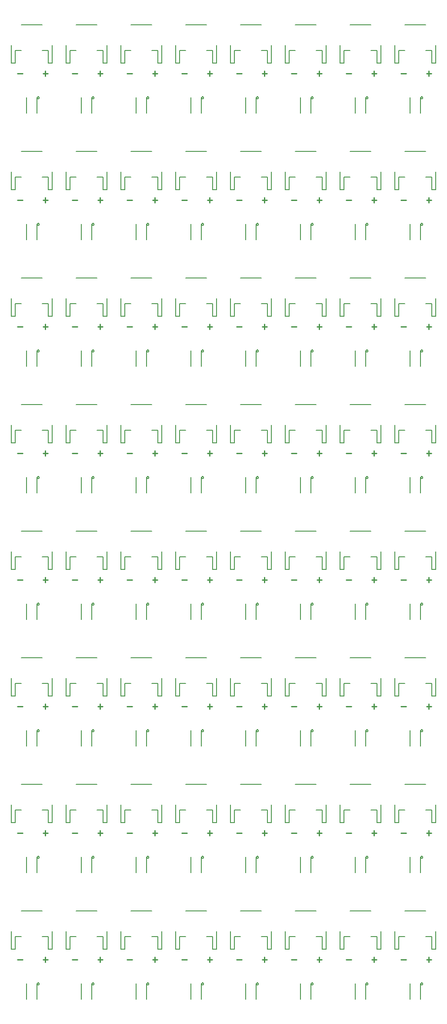
<source format=gto>
G04 EAGLE Gerber RS-274X export*
G75*
%MOMM*%
%FSLAX34Y34*%
%LPD*%
%INSilkscreen Top*%
%IPPOS*%
%AMOC8*
5,1,8,0,0,1.08239X$1,22.5*%
G01*
%ADD10C,0.279400*%
%ADD11C,0.127000*%
%ADD12C,0.203200*%


D10*
X72475Y138035D02*
X82465Y138035D01*
X77470Y133040D02*
X77470Y143030D01*
X32935Y138035D02*
X22945Y138035D01*
X179155Y138035D02*
X189145Y138035D01*
X184150Y133040D02*
X184150Y143030D01*
X139615Y138035D02*
X129625Y138035D01*
X285835Y138035D02*
X295825Y138035D01*
X290830Y133040D02*
X290830Y143030D01*
X246295Y138035D02*
X236305Y138035D01*
X392515Y138035D02*
X402505Y138035D01*
X397510Y133040D02*
X397510Y143030D01*
X352975Y138035D02*
X342985Y138035D01*
X499195Y138035D02*
X509185Y138035D01*
X504190Y133040D02*
X504190Y143030D01*
X459655Y138035D02*
X449665Y138035D01*
X605875Y138035D02*
X615865Y138035D01*
X610870Y133040D02*
X610870Y143030D01*
X566335Y138035D02*
X556345Y138035D01*
X712555Y138035D02*
X722545Y138035D01*
X717550Y133040D02*
X717550Y143030D01*
X673015Y138035D02*
X663025Y138035D01*
X819235Y138035D02*
X829225Y138035D01*
X824230Y133040D02*
X824230Y143030D01*
X779695Y138035D02*
X769705Y138035D01*
X82465Y384415D02*
X72475Y384415D01*
X77470Y379420D02*
X77470Y389410D01*
X32935Y384415D02*
X22945Y384415D01*
X179155Y384415D02*
X189145Y384415D01*
X184150Y379420D02*
X184150Y389410D01*
X139615Y384415D02*
X129625Y384415D01*
X285835Y384415D02*
X295825Y384415D01*
X290830Y379420D02*
X290830Y389410D01*
X246295Y384415D02*
X236305Y384415D01*
X392515Y384415D02*
X402505Y384415D01*
X397510Y379420D02*
X397510Y389410D01*
X352975Y384415D02*
X342985Y384415D01*
X499195Y384415D02*
X509185Y384415D01*
X504190Y379420D02*
X504190Y389410D01*
X459655Y384415D02*
X449665Y384415D01*
X605875Y384415D02*
X615865Y384415D01*
X610870Y379420D02*
X610870Y389410D01*
X566335Y384415D02*
X556345Y384415D01*
X712555Y384415D02*
X722545Y384415D01*
X717550Y379420D02*
X717550Y389410D01*
X673015Y384415D02*
X663025Y384415D01*
X819235Y384415D02*
X829225Y384415D01*
X824230Y379420D02*
X824230Y389410D01*
X779695Y384415D02*
X769705Y384415D01*
X82465Y630795D02*
X72475Y630795D01*
X77470Y625800D02*
X77470Y635790D01*
X32935Y630795D02*
X22945Y630795D01*
X179155Y630795D02*
X189145Y630795D01*
X184150Y625800D02*
X184150Y635790D01*
X139615Y630795D02*
X129625Y630795D01*
X285835Y630795D02*
X295825Y630795D01*
X290830Y625800D02*
X290830Y635790D01*
X246295Y630795D02*
X236305Y630795D01*
X392515Y630795D02*
X402505Y630795D01*
X397510Y625800D02*
X397510Y635790D01*
X352975Y630795D02*
X342985Y630795D01*
X499195Y630795D02*
X509185Y630795D01*
X504190Y625800D02*
X504190Y635790D01*
X459655Y630795D02*
X449665Y630795D01*
X605875Y630795D02*
X615865Y630795D01*
X610870Y625800D02*
X610870Y635790D01*
X566335Y630795D02*
X556345Y630795D01*
X712555Y630795D02*
X722545Y630795D01*
X717550Y625800D02*
X717550Y635790D01*
X673015Y630795D02*
X663025Y630795D01*
X819235Y630795D02*
X829225Y630795D01*
X824230Y625800D02*
X824230Y635790D01*
X779695Y630795D02*
X769705Y630795D01*
X82465Y877175D02*
X72475Y877175D01*
X77470Y872180D02*
X77470Y882170D01*
X32935Y877175D02*
X22945Y877175D01*
X179155Y877175D02*
X189145Y877175D01*
X184150Y872180D02*
X184150Y882170D01*
X139615Y877175D02*
X129625Y877175D01*
X285835Y877175D02*
X295825Y877175D01*
X290830Y872180D02*
X290830Y882170D01*
X246295Y877175D02*
X236305Y877175D01*
X392515Y877175D02*
X402505Y877175D01*
X397510Y872180D02*
X397510Y882170D01*
X352975Y877175D02*
X342985Y877175D01*
X499195Y877175D02*
X509185Y877175D01*
X504190Y872180D02*
X504190Y882170D01*
X459655Y877175D02*
X449665Y877175D01*
X605875Y877175D02*
X615865Y877175D01*
X610870Y872180D02*
X610870Y882170D01*
X566335Y877175D02*
X556345Y877175D01*
X712555Y877175D02*
X722545Y877175D01*
X717550Y872180D02*
X717550Y882170D01*
X673015Y877175D02*
X663025Y877175D01*
X819235Y877175D02*
X829225Y877175D01*
X824230Y872180D02*
X824230Y882170D01*
X779695Y877175D02*
X769705Y877175D01*
X82465Y1123555D02*
X72475Y1123555D01*
X77470Y1118560D02*
X77470Y1128550D01*
X32935Y1123555D02*
X22945Y1123555D01*
X179155Y1123555D02*
X189145Y1123555D01*
X184150Y1118560D02*
X184150Y1128550D01*
X139615Y1123555D02*
X129625Y1123555D01*
X285835Y1123555D02*
X295825Y1123555D01*
X290830Y1118560D02*
X290830Y1128550D01*
X246295Y1123555D02*
X236305Y1123555D01*
X392515Y1123555D02*
X402505Y1123555D01*
X397510Y1118560D02*
X397510Y1128550D01*
X352975Y1123555D02*
X342985Y1123555D01*
X499195Y1123555D02*
X509185Y1123555D01*
X504190Y1118560D02*
X504190Y1128550D01*
X459655Y1123555D02*
X449665Y1123555D01*
X605875Y1123555D02*
X615865Y1123555D01*
X610870Y1118560D02*
X610870Y1128550D01*
X566335Y1123555D02*
X556345Y1123555D01*
X712555Y1123555D02*
X722545Y1123555D01*
X717550Y1118560D02*
X717550Y1128550D01*
X673015Y1123555D02*
X663025Y1123555D01*
X819235Y1123555D02*
X829225Y1123555D01*
X824230Y1118560D02*
X824230Y1128550D01*
X779695Y1123555D02*
X769705Y1123555D01*
X82465Y1369935D02*
X72475Y1369935D01*
X77470Y1364940D02*
X77470Y1374930D01*
X32935Y1369935D02*
X22945Y1369935D01*
X179155Y1369935D02*
X189145Y1369935D01*
X184150Y1364940D02*
X184150Y1374930D01*
X139615Y1369935D02*
X129625Y1369935D01*
X285835Y1369935D02*
X295825Y1369935D01*
X290830Y1364940D02*
X290830Y1374930D01*
X246295Y1369935D02*
X236305Y1369935D01*
X392515Y1369935D02*
X402505Y1369935D01*
X397510Y1364940D02*
X397510Y1374930D01*
X352975Y1369935D02*
X342985Y1369935D01*
X499195Y1369935D02*
X509185Y1369935D01*
X504190Y1364940D02*
X504190Y1374930D01*
X459655Y1369935D02*
X449665Y1369935D01*
X605875Y1369935D02*
X615865Y1369935D01*
X610870Y1364940D02*
X610870Y1374930D01*
X566335Y1369935D02*
X556345Y1369935D01*
X712555Y1369935D02*
X722545Y1369935D01*
X717550Y1364940D02*
X717550Y1374930D01*
X673015Y1369935D02*
X663025Y1369935D01*
X819235Y1369935D02*
X829225Y1369935D01*
X824230Y1364940D02*
X824230Y1374930D01*
X779695Y1369935D02*
X769705Y1369935D01*
X82465Y1616315D02*
X72475Y1616315D01*
X77470Y1611320D02*
X77470Y1621310D01*
X32935Y1616315D02*
X22945Y1616315D01*
X179155Y1616315D02*
X189145Y1616315D01*
X184150Y1611320D02*
X184150Y1621310D01*
X139615Y1616315D02*
X129625Y1616315D01*
X285835Y1616315D02*
X295825Y1616315D01*
X290830Y1611320D02*
X290830Y1621310D01*
X246295Y1616315D02*
X236305Y1616315D01*
X392515Y1616315D02*
X402505Y1616315D01*
X397510Y1611320D02*
X397510Y1621310D01*
X352975Y1616315D02*
X342985Y1616315D01*
X499195Y1616315D02*
X509185Y1616315D01*
X504190Y1611320D02*
X504190Y1621310D01*
X459655Y1616315D02*
X449665Y1616315D01*
X605875Y1616315D02*
X615865Y1616315D01*
X610870Y1611320D02*
X610870Y1621310D01*
X566335Y1616315D02*
X556345Y1616315D01*
X712555Y1616315D02*
X722545Y1616315D01*
X717550Y1611320D02*
X717550Y1621310D01*
X673015Y1616315D02*
X663025Y1616315D01*
X819235Y1616315D02*
X829225Y1616315D01*
X824230Y1611320D02*
X824230Y1621310D01*
X779695Y1616315D02*
X769705Y1616315D01*
X82465Y1862695D02*
X72475Y1862695D01*
X77470Y1857700D02*
X77470Y1867690D01*
X32935Y1862695D02*
X22945Y1862695D01*
X179155Y1862695D02*
X189145Y1862695D01*
X184150Y1857700D02*
X184150Y1867690D01*
X139615Y1862695D02*
X129625Y1862695D01*
X285835Y1862695D02*
X295825Y1862695D01*
X290830Y1857700D02*
X290830Y1867690D01*
X246295Y1862695D02*
X236305Y1862695D01*
X392515Y1862695D02*
X402505Y1862695D01*
X397510Y1857700D02*
X397510Y1867690D01*
X352975Y1862695D02*
X342985Y1862695D01*
X499195Y1862695D02*
X509185Y1862695D01*
X504190Y1857700D02*
X504190Y1867690D01*
X459655Y1862695D02*
X449665Y1862695D01*
X605875Y1862695D02*
X615865Y1862695D01*
X610870Y1857700D02*
X610870Y1867690D01*
X566335Y1862695D02*
X556345Y1862695D01*
X712555Y1862695D02*
X722545Y1862695D01*
X717550Y1857700D02*
X717550Y1867690D01*
X673015Y1862695D02*
X663025Y1862695D01*
X819235Y1862695D02*
X829225Y1862695D01*
X824230Y1857700D02*
X824230Y1867690D01*
X779695Y1862695D02*
X769705Y1862695D01*
D11*
X61300Y91200D02*
X61300Y90700D01*
D12*
X61300Y61200D01*
X40300Y61200D02*
X40300Y91200D01*
X61300Y91200D02*
X61313Y91288D01*
X61329Y91375D01*
X61350Y91461D01*
X61374Y91547D01*
X61403Y91631D01*
X61434Y91714D01*
X61470Y91795D01*
X61509Y91875D01*
X61551Y91953D01*
X61597Y92029D01*
X61646Y92103D01*
X61699Y92175D01*
X61754Y92244D01*
X61813Y92311D01*
X61874Y92375D01*
X61938Y92436D01*
X62005Y92495D01*
X62074Y92551D01*
X62146Y92603D01*
X62220Y92652D01*
X62296Y92698D01*
X62374Y92741D01*
X62453Y92780D01*
X62535Y92815D01*
X62618Y92847D01*
X62702Y92875D01*
X62787Y92900D01*
X62874Y92920D01*
X62961Y92937D01*
X63049Y92950D01*
X63137Y92959D01*
X63226Y92965D01*
X63314Y92966D01*
X63403Y92963D01*
X63492Y92957D01*
X63580Y92946D01*
X63667Y92932D01*
X63754Y92914D01*
X63840Y92892D01*
X63925Y92867D01*
X64009Y92837D01*
X64092Y92804D01*
X64173Y92767D01*
X64252Y92727D01*
X64329Y92684D01*
X64404Y92637D01*
X64478Y92586D01*
X64548Y92533D01*
X64617Y92476D01*
X64683Y92417D01*
X64746Y92355D01*
X64807Y92290D01*
X64864Y92222D01*
X64919Y92152D01*
X64970Y92079D01*
X65018Y92005D01*
X65063Y91928D01*
X65104Y91850D01*
X65142Y91769D01*
X65176Y91687D01*
X65207Y91604D01*
X65234Y91519D01*
X65257Y91434D01*
X65277Y91347D01*
X65292Y91260D01*
X65304Y91172D01*
X65312Y91083D01*
X65316Y90994D01*
X65316Y90906D01*
X65312Y90817D01*
X65304Y90728D01*
X65292Y90640D01*
X65277Y90553D01*
X65257Y90466D01*
X65234Y90381D01*
X65207Y90296D01*
X65176Y90213D01*
X65142Y90131D01*
X65104Y90050D01*
X65063Y89972D01*
X65018Y89895D01*
X64970Y89821D01*
X64919Y89748D01*
X64864Y89678D01*
X64807Y89610D01*
X64746Y89545D01*
X64683Y89483D01*
X64617Y89424D01*
X64548Y89367D01*
X64478Y89314D01*
X64404Y89263D01*
X64329Y89216D01*
X64252Y89173D01*
X64173Y89133D01*
X64092Y89096D01*
X64009Y89063D01*
X63925Y89033D01*
X63840Y89008D01*
X63754Y88986D01*
X63667Y88968D01*
X63580Y88954D01*
X63492Y88943D01*
X63403Y88937D01*
X63314Y88934D01*
X63226Y88935D01*
X63137Y88941D01*
X63049Y88950D01*
X62961Y88963D01*
X62874Y88980D01*
X62787Y89000D01*
X62702Y89025D01*
X62618Y89053D01*
X62535Y89085D01*
X62453Y89120D01*
X62374Y89159D01*
X62296Y89202D01*
X62220Y89248D01*
X62146Y89297D01*
X62074Y89349D01*
X62005Y89405D01*
X61938Y89464D01*
X61874Y89525D01*
X61813Y89589D01*
X61754Y89656D01*
X61699Y89725D01*
X61646Y89797D01*
X61597Y89871D01*
X61551Y89947D01*
X61509Y90025D01*
X61470Y90105D01*
X61434Y90186D01*
X61403Y90269D01*
X61374Y90353D01*
X61350Y90439D01*
X61329Y90525D01*
X61313Y90612D01*
X61300Y90700D01*
X10800Y158200D02*
X10800Y193200D01*
X10800Y158200D02*
X18800Y158200D01*
X18800Y183200D01*
X30800Y183200D01*
X70800Y183200D02*
X82800Y183200D01*
X82800Y158200D01*
X90800Y158200D01*
X90800Y193200D01*
X70800Y233200D02*
X30800Y233200D01*
D11*
X167980Y91200D02*
X167980Y90700D01*
D12*
X167980Y61200D01*
X146980Y61200D02*
X146980Y91200D01*
X167980Y91200D02*
X167993Y91288D01*
X168009Y91375D01*
X168030Y91461D01*
X168054Y91547D01*
X168083Y91631D01*
X168114Y91714D01*
X168150Y91795D01*
X168189Y91875D01*
X168231Y91953D01*
X168277Y92029D01*
X168326Y92103D01*
X168379Y92175D01*
X168434Y92244D01*
X168493Y92311D01*
X168554Y92375D01*
X168618Y92436D01*
X168685Y92495D01*
X168754Y92551D01*
X168826Y92603D01*
X168900Y92652D01*
X168976Y92698D01*
X169054Y92741D01*
X169133Y92780D01*
X169215Y92815D01*
X169298Y92847D01*
X169382Y92875D01*
X169467Y92900D01*
X169554Y92920D01*
X169641Y92937D01*
X169729Y92950D01*
X169817Y92959D01*
X169906Y92965D01*
X169994Y92966D01*
X170083Y92963D01*
X170172Y92957D01*
X170260Y92946D01*
X170347Y92932D01*
X170434Y92914D01*
X170520Y92892D01*
X170605Y92867D01*
X170689Y92837D01*
X170772Y92804D01*
X170853Y92767D01*
X170932Y92727D01*
X171009Y92684D01*
X171084Y92637D01*
X171158Y92586D01*
X171228Y92533D01*
X171297Y92476D01*
X171363Y92417D01*
X171426Y92355D01*
X171487Y92290D01*
X171544Y92222D01*
X171599Y92152D01*
X171650Y92079D01*
X171698Y92005D01*
X171743Y91928D01*
X171784Y91850D01*
X171822Y91769D01*
X171856Y91687D01*
X171887Y91604D01*
X171914Y91519D01*
X171937Y91434D01*
X171957Y91347D01*
X171972Y91260D01*
X171984Y91172D01*
X171992Y91083D01*
X171996Y90994D01*
X171996Y90906D01*
X171992Y90817D01*
X171984Y90728D01*
X171972Y90640D01*
X171957Y90553D01*
X171937Y90466D01*
X171914Y90381D01*
X171887Y90296D01*
X171856Y90213D01*
X171822Y90131D01*
X171784Y90050D01*
X171743Y89972D01*
X171698Y89895D01*
X171650Y89821D01*
X171599Y89748D01*
X171544Y89678D01*
X171487Y89610D01*
X171426Y89545D01*
X171363Y89483D01*
X171297Y89424D01*
X171228Y89367D01*
X171158Y89314D01*
X171084Y89263D01*
X171009Y89216D01*
X170932Y89173D01*
X170853Y89133D01*
X170772Y89096D01*
X170689Y89063D01*
X170605Y89033D01*
X170520Y89008D01*
X170434Y88986D01*
X170347Y88968D01*
X170260Y88954D01*
X170172Y88943D01*
X170083Y88937D01*
X169994Y88934D01*
X169906Y88935D01*
X169817Y88941D01*
X169729Y88950D01*
X169641Y88963D01*
X169554Y88980D01*
X169467Y89000D01*
X169382Y89025D01*
X169298Y89053D01*
X169215Y89085D01*
X169133Y89120D01*
X169054Y89159D01*
X168976Y89202D01*
X168900Y89248D01*
X168826Y89297D01*
X168754Y89349D01*
X168685Y89405D01*
X168618Y89464D01*
X168554Y89525D01*
X168493Y89589D01*
X168434Y89656D01*
X168379Y89725D01*
X168326Y89797D01*
X168277Y89871D01*
X168231Y89947D01*
X168189Y90025D01*
X168150Y90105D01*
X168114Y90186D01*
X168083Y90269D01*
X168054Y90353D01*
X168030Y90439D01*
X168009Y90525D01*
X167993Y90612D01*
X167980Y90700D01*
X117480Y158200D02*
X117480Y193200D01*
X117480Y158200D02*
X125480Y158200D01*
X125480Y183200D01*
X137480Y183200D01*
X177480Y183200D02*
X189480Y183200D01*
X189480Y158200D01*
X197480Y158200D01*
X197480Y193200D01*
X177480Y233200D02*
X137480Y233200D01*
D11*
X274660Y91200D02*
X274660Y90700D01*
D12*
X274660Y61200D01*
X253660Y61200D02*
X253660Y91200D01*
X274660Y91200D02*
X274673Y91288D01*
X274689Y91375D01*
X274710Y91461D01*
X274734Y91547D01*
X274763Y91631D01*
X274794Y91714D01*
X274830Y91795D01*
X274869Y91875D01*
X274911Y91953D01*
X274957Y92029D01*
X275006Y92103D01*
X275059Y92175D01*
X275114Y92244D01*
X275173Y92311D01*
X275234Y92375D01*
X275298Y92436D01*
X275365Y92495D01*
X275434Y92551D01*
X275506Y92603D01*
X275580Y92652D01*
X275656Y92698D01*
X275734Y92741D01*
X275813Y92780D01*
X275895Y92815D01*
X275978Y92847D01*
X276062Y92875D01*
X276147Y92900D01*
X276234Y92920D01*
X276321Y92937D01*
X276409Y92950D01*
X276497Y92959D01*
X276586Y92965D01*
X276674Y92966D01*
X276763Y92963D01*
X276852Y92957D01*
X276940Y92946D01*
X277027Y92932D01*
X277114Y92914D01*
X277200Y92892D01*
X277285Y92867D01*
X277369Y92837D01*
X277452Y92804D01*
X277533Y92767D01*
X277612Y92727D01*
X277689Y92684D01*
X277764Y92637D01*
X277838Y92586D01*
X277908Y92533D01*
X277977Y92476D01*
X278043Y92417D01*
X278106Y92355D01*
X278167Y92290D01*
X278224Y92222D01*
X278279Y92152D01*
X278330Y92079D01*
X278378Y92005D01*
X278423Y91928D01*
X278464Y91850D01*
X278502Y91769D01*
X278536Y91687D01*
X278567Y91604D01*
X278594Y91519D01*
X278617Y91434D01*
X278637Y91347D01*
X278652Y91260D01*
X278664Y91172D01*
X278672Y91083D01*
X278676Y90994D01*
X278676Y90906D01*
X278672Y90817D01*
X278664Y90728D01*
X278652Y90640D01*
X278637Y90553D01*
X278617Y90466D01*
X278594Y90381D01*
X278567Y90296D01*
X278536Y90213D01*
X278502Y90131D01*
X278464Y90050D01*
X278423Y89972D01*
X278378Y89895D01*
X278330Y89821D01*
X278279Y89748D01*
X278224Y89678D01*
X278167Y89610D01*
X278106Y89545D01*
X278043Y89483D01*
X277977Y89424D01*
X277908Y89367D01*
X277838Y89314D01*
X277764Y89263D01*
X277689Y89216D01*
X277612Y89173D01*
X277533Y89133D01*
X277452Y89096D01*
X277369Y89063D01*
X277285Y89033D01*
X277200Y89008D01*
X277114Y88986D01*
X277027Y88968D01*
X276940Y88954D01*
X276852Y88943D01*
X276763Y88937D01*
X276674Y88934D01*
X276586Y88935D01*
X276497Y88941D01*
X276409Y88950D01*
X276321Y88963D01*
X276234Y88980D01*
X276147Y89000D01*
X276062Y89025D01*
X275978Y89053D01*
X275895Y89085D01*
X275813Y89120D01*
X275734Y89159D01*
X275656Y89202D01*
X275580Y89248D01*
X275506Y89297D01*
X275434Y89349D01*
X275365Y89405D01*
X275298Y89464D01*
X275234Y89525D01*
X275173Y89589D01*
X275114Y89656D01*
X275059Y89725D01*
X275006Y89797D01*
X274957Y89871D01*
X274911Y89947D01*
X274869Y90025D01*
X274830Y90105D01*
X274794Y90186D01*
X274763Y90269D01*
X274734Y90353D01*
X274710Y90439D01*
X274689Y90525D01*
X274673Y90612D01*
X274660Y90700D01*
X224160Y158200D02*
X224160Y193200D01*
X224160Y158200D02*
X232160Y158200D01*
X232160Y183200D01*
X244160Y183200D01*
X284160Y183200D02*
X296160Y183200D01*
X296160Y158200D01*
X304160Y158200D01*
X304160Y193200D01*
X284160Y233200D02*
X244160Y233200D01*
D11*
X381340Y91200D02*
X381340Y90700D01*
D12*
X381340Y61200D01*
X360340Y61200D02*
X360340Y91200D01*
X381340Y91200D02*
X381353Y91288D01*
X381369Y91375D01*
X381390Y91461D01*
X381414Y91547D01*
X381443Y91631D01*
X381474Y91714D01*
X381510Y91795D01*
X381549Y91875D01*
X381591Y91953D01*
X381637Y92029D01*
X381686Y92103D01*
X381739Y92175D01*
X381794Y92244D01*
X381853Y92311D01*
X381914Y92375D01*
X381978Y92436D01*
X382045Y92495D01*
X382114Y92551D01*
X382186Y92603D01*
X382260Y92652D01*
X382336Y92698D01*
X382414Y92741D01*
X382493Y92780D01*
X382575Y92815D01*
X382658Y92847D01*
X382742Y92875D01*
X382827Y92900D01*
X382914Y92920D01*
X383001Y92937D01*
X383089Y92950D01*
X383177Y92959D01*
X383266Y92965D01*
X383354Y92966D01*
X383443Y92963D01*
X383532Y92957D01*
X383620Y92946D01*
X383707Y92932D01*
X383794Y92914D01*
X383880Y92892D01*
X383965Y92867D01*
X384049Y92837D01*
X384132Y92804D01*
X384213Y92767D01*
X384292Y92727D01*
X384369Y92684D01*
X384444Y92637D01*
X384518Y92586D01*
X384588Y92533D01*
X384657Y92476D01*
X384723Y92417D01*
X384786Y92355D01*
X384847Y92290D01*
X384904Y92222D01*
X384959Y92152D01*
X385010Y92079D01*
X385058Y92005D01*
X385103Y91928D01*
X385144Y91850D01*
X385182Y91769D01*
X385216Y91687D01*
X385247Y91604D01*
X385274Y91519D01*
X385297Y91434D01*
X385317Y91347D01*
X385332Y91260D01*
X385344Y91172D01*
X385352Y91083D01*
X385356Y90994D01*
X385356Y90906D01*
X385352Y90817D01*
X385344Y90728D01*
X385332Y90640D01*
X385317Y90553D01*
X385297Y90466D01*
X385274Y90381D01*
X385247Y90296D01*
X385216Y90213D01*
X385182Y90131D01*
X385144Y90050D01*
X385103Y89972D01*
X385058Y89895D01*
X385010Y89821D01*
X384959Y89748D01*
X384904Y89678D01*
X384847Y89610D01*
X384786Y89545D01*
X384723Y89483D01*
X384657Y89424D01*
X384588Y89367D01*
X384518Y89314D01*
X384444Y89263D01*
X384369Y89216D01*
X384292Y89173D01*
X384213Y89133D01*
X384132Y89096D01*
X384049Y89063D01*
X383965Y89033D01*
X383880Y89008D01*
X383794Y88986D01*
X383707Y88968D01*
X383620Y88954D01*
X383532Y88943D01*
X383443Y88937D01*
X383354Y88934D01*
X383266Y88935D01*
X383177Y88941D01*
X383089Y88950D01*
X383001Y88963D01*
X382914Y88980D01*
X382827Y89000D01*
X382742Y89025D01*
X382658Y89053D01*
X382575Y89085D01*
X382493Y89120D01*
X382414Y89159D01*
X382336Y89202D01*
X382260Y89248D01*
X382186Y89297D01*
X382114Y89349D01*
X382045Y89405D01*
X381978Y89464D01*
X381914Y89525D01*
X381853Y89589D01*
X381794Y89656D01*
X381739Y89725D01*
X381686Y89797D01*
X381637Y89871D01*
X381591Y89947D01*
X381549Y90025D01*
X381510Y90105D01*
X381474Y90186D01*
X381443Y90269D01*
X381414Y90353D01*
X381390Y90439D01*
X381369Y90525D01*
X381353Y90612D01*
X381340Y90700D01*
X330840Y158200D02*
X330840Y193200D01*
X330840Y158200D02*
X338840Y158200D01*
X338840Y183200D01*
X350840Y183200D01*
X390840Y183200D02*
X402840Y183200D01*
X402840Y158200D01*
X410840Y158200D01*
X410840Y193200D01*
X390840Y233200D02*
X350840Y233200D01*
D11*
X488020Y91200D02*
X488020Y90700D01*
D12*
X488020Y61200D01*
X467020Y61200D02*
X467020Y91200D01*
X488020Y91200D02*
X488033Y91288D01*
X488049Y91375D01*
X488070Y91461D01*
X488094Y91547D01*
X488123Y91631D01*
X488154Y91714D01*
X488190Y91795D01*
X488229Y91875D01*
X488271Y91953D01*
X488317Y92029D01*
X488366Y92103D01*
X488419Y92175D01*
X488474Y92244D01*
X488533Y92311D01*
X488594Y92375D01*
X488658Y92436D01*
X488725Y92495D01*
X488794Y92551D01*
X488866Y92603D01*
X488940Y92652D01*
X489016Y92698D01*
X489094Y92741D01*
X489173Y92780D01*
X489255Y92815D01*
X489338Y92847D01*
X489422Y92875D01*
X489507Y92900D01*
X489594Y92920D01*
X489681Y92937D01*
X489769Y92950D01*
X489857Y92959D01*
X489946Y92965D01*
X490034Y92966D01*
X490123Y92963D01*
X490212Y92957D01*
X490300Y92946D01*
X490387Y92932D01*
X490474Y92914D01*
X490560Y92892D01*
X490645Y92867D01*
X490729Y92837D01*
X490812Y92804D01*
X490893Y92767D01*
X490972Y92727D01*
X491049Y92684D01*
X491124Y92637D01*
X491198Y92586D01*
X491268Y92533D01*
X491337Y92476D01*
X491403Y92417D01*
X491466Y92355D01*
X491527Y92290D01*
X491584Y92222D01*
X491639Y92152D01*
X491690Y92079D01*
X491738Y92005D01*
X491783Y91928D01*
X491824Y91850D01*
X491862Y91769D01*
X491896Y91687D01*
X491927Y91604D01*
X491954Y91519D01*
X491977Y91434D01*
X491997Y91347D01*
X492012Y91260D01*
X492024Y91172D01*
X492032Y91083D01*
X492036Y90994D01*
X492036Y90906D01*
X492032Y90817D01*
X492024Y90728D01*
X492012Y90640D01*
X491997Y90553D01*
X491977Y90466D01*
X491954Y90381D01*
X491927Y90296D01*
X491896Y90213D01*
X491862Y90131D01*
X491824Y90050D01*
X491783Y89972D01*
X491738Y89895D01*
X491690Y89821D01*
X491639Y89748D01*
X491584Y89678D01*
X491527Y89610D01*
X491466Y89545D01*
X491403Y89483D01*
X491337Y89424D01*
X491268Y89367D01*
X491198Y89314D01*
X491124Y89263D01*
X491049Y89216D01*
X490972Y89173D01*
X490893Y89133D01*
X490812Y89096D01*
X490729Y89063D01*
X490645Y89033D01*
X490560Y89008D01*
X490474Y88986D01*
X490387Y88968D01*
X490300Y88954D01*
X490212Y88943D01*
X490123Y88937D01*
X490034Y88934D01*
X489946Y88935D01*
X489857Y88941D01*
X489769Y88950D01*
X489681Y88963D01*
X489594Y88980D01*
X489507Y89000D01*
X489422Y89025D01*
X489338Y89053D01*
X489255Y89085D01*
X489173Y89120D01*
X489094Y89159D01*
X489016Y89202D01*
X488940Y89248D01*
X488866Y89297D01*
X488794Y89349D01*
X488725Y89405D01*
X488658Y89464D01*
X488594Y89525D01*
X488533Y89589D01*
X488474Y89656D01*
X488419Y89725D01*
X488366Y89797D01*
X488317Y89871D01*
X488271Y89947D01*
X488229Y90025D01*
X488190Y90105D01*
X488154Y90186D01*
X488123Y90269D01*
X488094Y90353D01*
X488070Y90439D01*
X488049Y90525D01*
X488033Y90612D01*
X488020Y90700D01*
X437520Y158200D02*
X437520Y193200D01*
X437520Y158200D02*
X445520Y158200D01*
X445520Y183200D01*
X457520Y183200D01*
X497520Y183200D02*
X509520Y183200D01*
X509520Y158200D01*
X517520Y158200D01*
X517520Y193200D01*
X497520Y233200D02*
X457520Y233200D01*
D11*
X594700Y91200D02*
X594700Y90700D01*
D12*
X594700Y61200D01*
X573700Y61200D02*
X573700Y91200D01*
X594700Y91200D02*
X594713Y91288D01*
X594729Y91375D01*
X594750Y91461D01*
X594774Y91547D01*
X594803Y91631D01*
X594834Y91714D01*
X594870Y91795D01*
X594909Y91875D01*
X594951Y91953D01*
X594997Y92029D01*
X595046Y92103D01*
X595099Y92175D01*
X595154Y92244D01*
X595213Y92311D01*
X595274Y92375D01*
X595338Y92436D01*
X595405Y92495D01*
X595474Y92551D01*
X595546Y92603D01*
X595620Y92652D01*
X595696Y92698D01*
X595774Y92741D01*
X595853Y92780D01*
X595935Y92815D01*
X596018Y92847D01*
X596102Y92875D01*
X596187Y92900D01*
X596274Y92920D01*
X596361Y92937D01*
X596449Y92950D01*
X596537Y92959D01*
X596626Y92965D01*
X596714Y92966D01*
X596803Y92963D01*
X596892Y92957D01*
X596980Y92946D01*
X597067Y92932D01*
X597154Y92914D01*
X597240Y92892D01*
X597325Y92867D01*
X597409Y92837D01*
X597492Y92804D01*
X597573Y92767D01*
X597652Y92727D01*
X597729Y92684D01*
X597804Y92637D01*
X597878Y92586D01*
X597948Y92533D01*
X598017Y92476D01*
X598083Y92417D01*
X598146Y92355D01*
X598207Y92290D01*
X598264Y92222D01*
X598319Y92152D01*
X598370Y92079D01*
X598418Y92005D01*
X598463Y91928D01*
X598504Y91850D01*
X598542Y91769D01*
X598576Y91687D01*
X598607Y91604D01*
X598634Y91519D01*
X598657Y91434D01*
X598677Y91347D01*
X598692Y91260D01*
X598704Y91172D01*
X598712Y91083D01*
X598716Y90994D01*
X598716Y90906D01*
X598712Y90817D01*
X598704Y90728D01*
X598692Y90640D01*
X598677Y90553D01*
X598657Y90466D01*
X598634Y90381D01*
X598607Y90296D01*
X598576Y90213D01*
X598542Y90131D01*
X598504Y90050D01*
X598463Y89972D01*
X598418Y89895D01*
X598370Y89821D01*
X598319Y89748D01*
X598264Y89678D01*
X598207Y89610D01*
X598146Y89545D01*
X598083Y89483D01*
X598017Y89424D01*
X597948Y89367D01*
X597878Y89314D01*
X597804Y89263D01*
X597729Y89216D01*
X597652Y89173D01*
X597573Y89133D01*
X597492Y89096D01*
X597409Y89063D01*
X597325Y89033D01*
X597240Y89008D01*
X597154Y88986D01*
X597067Y88968D01*
X596980Y88954D01*
X596892Y88943D01*
X596803Y88937D01*
X596714Y88934D01*
X596626Y88935D01*
X596537Y88941D01*
X596449Y88950D01*
X596361Y88963D01*
X596274Y88980D01*
X596187Y89000D01*
X596102Y89025D01*
X596018Y89053D01*
X595935Y89085D01*
X595853Y89120D01*
X595774Y89159D01*
X595696Y89202D01*
X595620Y89248D01*
X595546Y89297D01*
X595474Y89349D01*
X595405Y89405D01*
X595338Y89464D01*
X595274Y89525D01*
X595213Y89589D01*
X595154Y89656D01*
X595099Y89725D01*
X595046Y89797D01*
X594997Y89871D01*
X594951Y89947D01*
X594909Y90025D01*
X594870Y90105D01*
X594834Y90186D01*
X594803Y90269D01*
X594774Y90353D01*
X594750Y90439D01*
X594729Y90525D01*
X594713Y90612D01*
X594700Y90700D01*
X544200Y158200D02*
X544200Y193200D01*
X544200Y158200D02*
X552200Y158200D01*
X552200Y183200D01*
X564200Y183200D01*
X604200Y183200D02*
X616200Y183200D01*
X616200Y158200D01*
X624200Y158200D01*
X624200Y193200D01*
X604200Y233200D02*
X564200Y233200D01*
D11*
X701380Y91200D02*
X701380Y90700D01*
D12*
X701380Y61200D01*
X680380Y61200D02*
X680380Y91200D01*
X701380Y91200D02*
X701393Y91288D01*
X701409Y91375D01*
X701430Y91461D01*
X701454Y91547D01*
X701483Y91631D01*
X701514Y91714D01*
X701550Y91795D01*
X701589Y91875D01*
X701631Y91953D01*
X701677Y92029D01*
X701726Y92103D01*
X701779Y92175D01*
X701834Y92244D01*
X701893Y92311D01*
X701954Y92375D01*
X702018Y92436D01*
X702085Y92495D01*
X702154Y92551D01*
X702226Y92603D01*
X702300Y92652D01*
X702376Y92698D01*
X702454Y92741D01*
X702533Y92780D01*
X702615Y92815D01*
X702698Y92847D01*
X702782Y92875D01*
X702867Y92900D01*
X702954Y92920D01*
X703041Y92937D01*
X703129Y92950D01*
X703217Y92959D01*
X703306Y92965D01*
X703394Y92966D01*
X703483Y92963D01*
X703572Y92957D01*
X703660Y92946D01*
X703747Y92932D01*
X703834Y92914D01*
X703920Y92892D01*
X704005Y92867D01*
X704089Y92837D01*
X704172Y92804D01*
X704253Y92767D01*
X704332Y92727D01*
X704409Y92684D01*
X704484Y92637D01*
X704558Y92586D01*
X704628Y92533D01*
X704697Y92476D01*
X704763Y92417D01*
X704826Y92355D01*
X704887Y92290D01*
X704944Y92222D01*
X704999Y92152D01*
X705050Y92079D01*
X705098Y92005D01*
X705143Y91928D01*
X705184Y91850D01*
X705222Y91769D01*
X705256Y91687D01*
X705287Y91604D01*
X705314Y91519D01*
X705337Y91434D01*
X705357Y91347D01*
X705372Y91260D01*
X705384Y91172D01*
X705392Y91083D01*
X705396Y90994D01*
X705396Y90906D01*
X705392Y90817D01*
X705384Y90728D01*
X705372Y90640D01*
X705357Y90553D01*
X705337Y90466D01*
X705314Y90381D01*
X705287Y90296D01*
X705256Y90213D01*
X705222Y90131D01*
X705184Y90050D01*
X705143Y89972D01*
X705098Y89895D01*
X705050Y89821D01*
X704999Y89748D01*
X704944Y89678D01*
X704887Y89610D01*
X704826Y89545D01*
X704763Y89483D01*
X704697Y89424D01*
X704628Y89367D01*
X704558Y89314D01*
X704484Y89263D01*
X704409Y89216D01*
X704332Y89173D01*
X704253Y89133D01*
X704172Y89096D01*
X704089Y89063D01*
X704005Y89033D01*
X703920Y89008D01*
X703834Y88986D01*
X703747Y88968D01*
X703660Y88954D01*
X703572Y88943D01*
X703483Y88937D01*
X703394Y88934D01*
X703306Y88935D01*
X703217Y88941D01*
X703129Y88950D01*
X703041Y88963D01*
X702954Y88980D01*
X702867Y89000D01*
X702782Y89025D01*
X702698Y89053D01*
X702615Y89085D01*
X702533Y89120D01*
X702454Y89159D01*
X702376Y89202D01*
X702300Y89248D01*
X702226Y89297D01*
X702154Y89349D01*
X702085Y89405D01*
X702018Y89464D01*
X701954Y89525D01*
X701893Y89589D01*
X701834Y89656D01*
X701779Y89725D01*
X701726Y89797D01*
X701677Y89871D01*
X701631Y89947D01*
X701589Y90025D01*
X701550Y90105D01*
X701514Y90186D01*
X701483Y90269D01*
X701454Y90353D01*
X701430Y90439D01*
X701409Y90525D01*
X701393Y90612D01*
X701380Y90700D01*
X650880Y158200D02*
X650880Y193200D01*
X650880Y158200D02*
X658880Y158200D01*
X658880Y183200D01*
X670880Y183200D01*
X710880Y183200D02*
X722880Y183200D01*
X722880Y158200D01*
X730880Y158200D01*
X730880Y193200D01*
X710880Y233200D02*
X670880Y233200D01*
D11*
X808060Y91200D02*
X808060Y90700D01*
D12*
X808060Y61200D01*
X787060Y61200D02*
X787060Y91200D01*
X808060Y91200D02*
X808073Y91288D01*
X808089Y91375D01*
X808110Y91461D01*
X808134Y91547D01*
X808163Y91631D01*
X808194Y91714D01*
X808230Y91795D01*
X808269Y91875D01*
X808311Y91953D01*
X808357Y92029D01*
X808406Y92103D01*
X808459Y92175D01*
X808514Y92244D01*
X808573Y92311D01*
X808634Y92375D01*
X808698Y92436D01*
X808765Y92495D01*
X808834Y92551D01*
X808906Y92603D01*
X808980Y92652D01*
X809056Y92698D01*
X809134Y92741D01*
X809213Y92780D01*
X809295Y92815D01*
X809378Y92847D01*
X809462Y92875D01*
X809547Y92900D01*
X809634Y92920D01*
X809721Y92937D01*
X809809Y92950D01*
X809897Y92959D01*
X809986Y92965D01*
X810074Y92966D01*
X810163Y92963D01*
X810252Y92957D01*
X810340Y92946D01*
X810427Y92932D01*
X810514Y92914D01*
X810600Y92892D01*
X810685Y92867D01*
X810769Y92837D01*
X810852Y92804D01*
X810933Y92767D01*
X811012Y92727D01*
X811089Y92684D01*
X811164Y92637D01*
X811238Y92586D01*
X811308Y92533D01*
X811377Y92476D01*
X811443Y92417D01*
X811506Y92355D01*
X811567Y92290D01*
X811624Y92222D01*
X811679Y92152D01*
X811730Y92079D01*
X811778Y92005D01*
X811823Y91928D01*
X811864Y91850D01*
X811902Y91769D01*
X811936Y91687D01*
X811967Y91604D01*
X811994Y91519D01*
X812017Y91434D01*
X812037Y91347D01*
X812052Y91260D01*
X812064Y91172D01*
X812072Y91083D01*
X812076Y90994D01*
X812076Y90906D01*
X812072Y90817D01*
X812064Y90728D01*
X812052Y90640D01*
X812037Y90553D01*
X812017Y90466D01*
X811994Y90381D01*
X811967Y90296D01*
X811936Y90213D01*
X811902Y90131D01*
X811864Y90050D01*
X811823Y89972D01*
X811778Y89895D01*
X811730Y89821D01*
X811679Y89748D01*
X811624Y89678D01*
X811567Y89610D01*
X811506Y89545D01*
X811443Y89483D01*
X811377Y89424D01*
X811308Y89367D01*
X811238Y89314D01*
X811164Y89263D01*
X811089Y89216D01*
X811012Y89173D01*
X810933Y89133D01*
X810852Y89096D01*
X810769Y89063D01*
X810685Y89033D01*
X810600Y89008D01*
X810514Y88986D01*
X810427Y88968D01*
X810340Y88954D01*
X810252Y88943D01*
X810163Y88937D01*
X810074Y88934D01*
X809986Y88935D01*
X809897Y88941D01*
X809809Y88950D01*
X809721Y88963D01*
X809634Y88980D01*
X809547Y89000D01*
X809462Y89025D01*
X809378Y89053D01*
X809295Y89085D01*
X809213Y89120D01*
X809134Y89159D01*
X809056Y89202D01*
X808980Y89248D01*
X808906Y89297D01*
X808834Y89349D01*
X808765Y89405D01*
X808698Y89464D01*
X808634Y89525D01*
X808573Y89589D01*
X808514Y89656D01*
X808459Y89725D01*
X808406Y89797D01*
X808357Y89871D01*
X808311Y89947D01*
X808269Y90025D01*
X808230Y90105D01*
X808194Y90186D01*
X808163Y90269D01*
X808134Y90353D01*
X808110Y90439D01*
X808089Y90525D01*
X808073Y90612D01*
X808060Y90700D01*
X757560Y158200D02*
X757560Y193200D01*
X757560Y158200D02*
X765560Y158200D01*
X765560Y183200D01*
X777560Y183200D01*
X817560Y183200D02*
X829560Y183200D01*
X829560Y158200D01*
X837560Y158200D01*
X837560Y193200D01*
X817560Y233200D02*
X777560Y233200D01*
D11*
X61300Y337080D02*
X61300Y337580D01*
D12*
X61300Y337080D02*
X61300Y307580D01*
X40300Y307580D02*
X40300Y337580D01*
X61300Y337580D02*
X61313Y337668D01*
X61329Y337755D01*
X61350Y337841D01*
X61374Y337927D01*
X61403Y338011D01*
X61434Y338094D01*
X61470Y338175D01*
X61509Y338255D01*
X61551Y338333D01*
X61597Y338409D01*
X61646Y338483D01*
X61699Y338555D01*
X61754Y338624D01*
X61813Y338691D01*
X61874Y338755D01*
X61938Y338816D01*
X62005Y338875D01*
X62074Y338931D01*
X62146Y338983D01*
X62220Y339032D01*
X62296Y339078D01*
X62374Y339121D01*
X62453Y339160D01*
X62535Y339195D01*
X62618Y339227D01*
X62702Y339255D01*
X62787Y339280D01*
X62874Y339300D01*
X62961Y339317D01*
X63049Y339330D01*
X63137Y339339D01*
X63226Y339345D01*
X63314Y339346D01*
X63403Y339343D01*
X63492Y339337D01*
X63580Y339326D01*
X63667Y339312D01*
X63754Y339294D01*
X63840Y339272D01*
X63925Y339247D01*
X64009Y339217D01*
X64092Y339184D01*
X64173Y339147D01*
X64252Y339107D01*
X64329Y339064D01*
X64404Y339017D01*
X64478Y338966D01*
X64548Y338913D01*
X64617Y338856D01*
X64683Y338797D01*
X64746Y338735D01*
X64807Y338670D01*
X64864Y338602D01*
X64919Y338532D01*
X64970Y338459D01*
X65018Y338385D01*
X65063Y338308D01*
X65104Y338230D01*
X65142Y338149D01*
X65176Y338067D01*
X65207Y337984D01*
X65234Y337899D01*
X65257Y337814D01*
X65277Y337727D01*
X65292Y337640D01*
X65304Y337552D01*
X65312Y337463D01*
X65316Y337374D01*
X65316Y337286D01*
X65312Y337197D01*
X65304Y337108D01*
X65292Y337020D01*
X65277Y336933D01*
X65257Y336846D01*
X65234Y336761D01*
X65207Y336676D01*
X65176Y336593D01*
X65142Y336511D01*
X65104Y336430D01*
X65063Y336352D01*
X65018Y336275D01*
X64970Y336201D01*
X64919Y336128D01*
X64864Y336058D01*
X64807Y335990D01*
X64746Y335925D01*
X64683Y335863D01*
X64617Y335804D01*
X64548Y335747D01*
X64478Y335694D01*
X64404Y335643D01*
X64329Y335596D01*
X64252Y335553D01*
X64173Y335513D01*
X64092Y335476D01*
X64009Y335443D01*
X63925Y335413D01*
X63840Y335388D01*
X63754Y335366D01*
X63667Y335348D01*
X63580Y335334D01*
X63492Y335323D01*
X63403Y335317D01*
X63314Y335314D01*
X63226Y335315D01*
X63137Y335321D01*
X63049Y335330D01*
X62961Y335343D01*
X62874Y335360D01*
X62787Y335380D01*
X62702Y335405D01*
X62618Y335433D01*
X62535Y335465D01*
X62453Y335500D01*
X62374Y335539D01*
X62296Y335582D01*
X62220Y335628D01*
X62146Y335677D01*
X62074Y335729D01*
X62005Y335785D01*
X61938Y335844D01*
X61874Y335905D01*
X61813Y335969D01*
X61754Y336036D01*
X61699Y336105D01*
X61646Y336177D01*
X61597Y336251D01*
X61551Y336327D01*
X61509Y336405D01*
X61470Y336485D01*
X61434Y336566D01*
X61403Y336649D01*
X61374Y336733D01*
X61350Y336819D01*
X61329Y336905D01*
X61313Y336992D01*
X61300Y337080D01*
X10800Y404580D02*
X10800Y439580D01*
X10800Y404580D02*
X18800Y404580D01*
X18800Y429580D01*
X30800Y429580D01*
X70800Y429580D02*
X82800Y429580D01*
X82800Y404580D01*
X90800Y404580D01*
X90800Y439580D01*
X70800Y479580D02*
X30800Y479580D01*
D11*
X167980Y337580D02*
X167980Y337080D01*
D12*
X167980Y307580D01*
X146980Y307580D02*
X146980Y337580D01*
X167980Y337580D02*
X167993Y337668D01*
X168009Y337755D01*
X168030Y337841D01*
X168054Y337927D01*
X168083Y338011D01*
X168114Y338094D01*
X168150Y338175D01*
X168189Y338255D01*
X168231Y338333D01*
X168277Y338409D01*
X168326Y338483D01*
X168379Y338555D01*
X168434Y338624D01*
X168493Y338691D01*
X168554Y338755D01*
X168618Y338816D01*
X168685Y338875D01*
X168754Y338931D01*
X168826Y338983D01*
X168900Y339032D01*
X168976Y339078D01*
X169054Y339121D01*
X169133Y339160D01*
X169215Y339195D01*
X169298Y339227D01*
X169382Y339255D01*
X169467Y339280D01*
X169554Y339300D01*
X169641Y339317D01*
X169729Y339330D01*
X169817Y339339D01*
X169906Y339345D01*
X169994Y339346D01*
X170083Y339343D01*
X170172Y339337D01*
X170260Y339326D01*
X170347Y339312D01*
X170434Y339294D01*
X170520Y339272D01*
X170605Y339247D01*
X170689Y339217D01*
X170772Y339184D01*
X170853Y339147D01*
X170932Y339107D01*
X171009Y339064D01*
X171084Y339017D01*
X171158Y338966D01*
X171228Y338913D01*
X171297Y338856D01*
X171363Y338797D01*
X171426Y338735D01*
X171487Y338670D01*
X171544Y338602D01*
X171599Y338532D01*
X171650Y338459D01*
X171698Y338385D01*
X171743Y338308D01*
X171784Y338230D01*
X171822Y338149D01*
X171856Y338067D01*
X171887Y337984D01*
X171914Y337899D01*
X171937Y337814D01*
X171957Y337727D01*
X171972Y337640D01*
X171984Y337552D01*
X171992Y337463D01*
X171996Y337374D01*
X171996Y337286D01*
X171992Y337197D01*
X171984Y337108D01*
X171972Y337020D01*
X171957Y336933D01*
X171937Y336846D01*
X171914Y336761D01*
X171887Y336676D01*
X171856Y336593D01*
X171822Y336511D01*
X171784Y336430D01*
X171743Y336352D01*
X171698Y336275D01*
X171650Y336201D01*
X171599Y336128D01*
X171544Y336058D01*
X171487Y335990D01*
X171426Y335925D01*
X171363Y335863D01*
X171297Y335804D01*
X171228Y335747D01*
X171158Y335694D01*
X171084Y335643D01*
X171009Y335596D01*
X170932Y335553D01*
X170853Y335513D01*
X170772Y335476D01*
X170689Y335443D01*
X170605Y335413D01*
X170520Y335388D01*
X170434Y335366D01*
X170347Y335348D01*
X170260Y335334D01*
X170172Y335323D01*
X170083Y335317D01*
X169994Y335314D01*
X169906Y335315D01*
X169817Y335321D01*
X169729Y335330D01*
X169641Y335343D01*
X169554Y335360D01*
X169467Y335380D01*
X169382Y335405D01*
X169298Y335433D01*
X169215Y335465D01*
X169133Y335500D01*
X169054Y335539D01*
X168976Y335582D01*
X168900Y335628D01*
X168826Y335677D01*
X168754Y335729D01*
X168685Y335785D01*
X168618Y335844D01*
X168554Y335905D01*
X168493Y335969D01*
X168434Y336036D01*
X168379Y336105D01*
X168326Y336177D01*
X168277Y336251D01*
X168231Y336327D01*
X168189Y336405D01*
X168150Y336485D01*
X168114Y336566D01*
X168083Y336649D01*
X168054Y336733D01*
X168030Y336819D01*
X168009Y336905D01*
X167993Y336992D01*
X167980Y337080D01*
X117480Y404580D02*
X117480Y439580D01*
X117480Y404580D02*
X125480Y404580D01*
X125480Y429580D01*
X137480Y429580D01*
X177480Y429580D02*
X189480Y429580D01*
X189480Y404580D01*
X197480Y404580D01*
X197480Y439580D01*
X177480Y479580D02*
X137480Y479580D01*
D11*
X274660Y337580D02*
X274660Y337080D01*
D12*
X274660Y307580D01*
X253660Y307580D02*
X253660Y337580D01*
X274660Y337580D02*
X274673Y337668D01*
X274689Y337755D01*
X274710Y337841D01*
X274734Y337927D01*
X274763Y338011D01*
X274794Y338094D01*
X274830Y338175D01*
X274869Y338255D01*
X274911Y338333D01*
X274957Y338409D01*
X275006Y338483D01*
X275059Y338555D01*
X275114Y338624D01*
X275173Y338691D01*
X275234Y338755D01*
X275298Y338816D01*
X275365Y338875D01*
X275434Y338931D01*
X275506Y338983D01*
X275580Y339032D01*
X275656Y339078D01*
X275734Y339121D01*
X275813Y339160D01*
X275895Y339195D01*
X275978Y339227D01*
X276062Y339255D01*
X276147Y339280D01*
X276234Y339300D01*
X276321Y339317D01*
X276409Y339330D01*
X276497Y339339D01*
X276586Y339345D01*
X276674Y339346D01*
X276763Y339343D01*
X276852Y339337D01*
X276940Y339326D01*
X277027Y339312D01*
X277114Y339294D01*
X277200Y339272D01*
X277285Y339247D01*
X277369Y339217D01*
X277452Y339184D01*
X277533Y339147D01*
X277612Y339107D01*
X277689Y339064D01*
X277764Y339017D01*
X277838Y338966D01*
X277908Y338913D01*
X277977Y338856D01*
X278043Y338797D01*
X278106Y338735D01*
X278167Y338670D01*
X278224Y338602D01*
X278279Y338532D01*
X278330Y338459D01*
X278378Y338385D01*
X278423Y338308D01*
X278464Y338230D01*
X278502Y338149D01*
X278536Y338067D01*
X278567Y337984D01*
X278594Y337899D01*
X278617Y337814D01*
X278637Y337727D01*
X278652Y337640D01*
X278664Y337552D01*
X278672Y337463D01*
X278676Y337374D01*
X278676Y337286D01*
X278672Y337197D01*
X278664Y337108D01*
X278652Y337020D01*
X278637Y336933D01*
X278617Y336846D01*
X278594Y336761D01*
X278567Y336676D01*
X278536Y336593D01*
X278502Y336511D01*
X278464Y336430D01*
X278423Y336352D01*
X278378Y336275D01*
X278330Y336201D01*
X278279Y336128D01*
X278224Y336058D01*
X278167Y335990D01*
X278106Y335925D01*
X278043Y335863D01*
X277977Y335804D01*
X277908Y335747D01*
X277838Y335694D01*
X277764Y335643D01*
X277689Y335596D01*
X277612Y335553D01*
X277533Y335513D01*
X277452Y335476D01*
X277369Y335443D01*
X277285Y335413D01*
X277200Y335388D01*
X277114Y335366D01*
X277027Y335348D01*
X276940Y335334D01*
X276852Y335323D01*
X276763Y335317D01*
X276674Y335314D01*
X276586Y335315D01*
X276497Y335321D01*
X276409Y335330D01*
X276321Y335343D01*
X276234Y335360D01*
X276147Y335380D01*
X276062Y335405D01*
X275978Y335433D01*
X275895Y335465D01*
X275813Y335500D01*
X275734Y335539D01*
X275656Y335582D01*
X275580Y335628D01*
X275506Y335677D01*
X275434Y335729D01*
X275365Y335785D01*
X275298Y335844D01*
X275234Y335905D01*
X275173Y335969D01*
X275114Y336036D01*
X275059Y336105D01*
X275006Y336177D01*
X274957Y336251D01*
X274911Y336327D01*
X274869Y336405D01*
X274830Y336485D01*
X274794Y336566D01*
X274763Y336649D01*
X274734Y336733D01*
X274710Y336819D01*
X274689Y336905D01*
X274673Y336992D01*
X274660Y337080D01*
X224160Y404580D02*
X224160Y439580D01*
X224160Y404580D02*
X232160Y404580D01*
X232160Y429580D01*
X244160Y429580D01*
X284160Y429580D02*
X296160Y429580D01*
X296160Y404580D01*
X304160Y404580D01*
X304160Y439580D01*
X284160Y479580D02*
X244160Y479580D01*
D11*
X381340Y337580D02*
X381340Y337080D01*
D12*
X381340Y307580D01*
X360340Y307580D02*
X360340Y337580D01*
X381340Y337580D02*
X381353Y337668D01*
X381369Y337755D01*
X381390Y337841D01*
X381414Y337927D01*
X381443Y338011D01*
X381474Y338094D01*
X381510Y338175D01*
X381549Y338255D01*
X381591Y338333D01*
X381637Y338409D01*
X381686Y338483D01*
X381739Y338555D01*
X381794Y338624D01*
X381853Y338691D01*
X381914Y338755D01*
X381978Y338816D01*
X382045Y338875D01*
X382114Y338931D01*
X382186Y338983D01*
X382260Y339032D01*
X382336Y339078D01*
X382414Y339121D01*
X382493Y339160D01*
X382575Y339195D01*
X382658Y339227D01*
X382742Y339255D01*
X382827Y339280D01*
X382914Y339300D01*
X383001Y339317D01*
X383089Y339330D01*
X383177Y339339D01*
X383266Y339345D01*
X383354Y339346D01*
X383443Y339343D01*
X383532Y339337D01*
X383620Y339326D01*
X383707Y339312D01*
X383794Y339294D01*
X383880Y339272D01*
X383965Y339247D01*
X384049Y339217D01*
X384132Y339184D01*
X384213Y339147D01*
X384292Y339107D01*
X384369Y339064D01*
X384444Y339017D01*
X384518Y338966D01*
X384588Y338913D01*
X384657Y338856D01*
X384723Y338797D01*
X384786Y338735D01*
X384847Y338670D01*
X384904Y338602D01*
X384959Y338532D01*
X385010Y338459D01*
X385058Y338385D01*
X385103Y338308D01*
X385144Y338230D01*
X385182Y338149D01*
X385216Y338067D01*
X385247Y337984D01*
X385274Y337899D01*
X385297Y337814D01*
X385317Y337727D01*
X385332Y337640D01*
X385344Y337552D01*
X385352Y337463D01*
X385356Y337374D01*
X385356Y337286D01*
X385352Y337197D01*
X385344Y337108D01*
X385332Y337020D01*
X385317Y336933D01*
X385297Y336846D01*
X385274Y336761D01*
X385247Y336676D01*
X385216Y336593D01*
X385182Y336511D01*
X385144Y336430D01*
X385103Y336352D01*
X385058Y336275D01*
X385010Y336201D01*
X384959Y336128D01*
X384904Y336058D01*
X384847Y335990D01*
X384786Y335925D01*
X384723Y335863D01*
X384657Y335804D01*
X384588Y335747D01*
X384518Y335694D01*
X384444Y335643D01*
X384369Y335596D01*
X384292Y335553D01*
X384213Y335513D01*
X384132Y335476D01*
X384049Y335443D01*
X383965Y335413D01*
X383880Y335388D01*
X383794Y335366D01*
X383707Y335348D01*
X383620Y335334D01*
X383532Y335323D01*
X383443Y335317D01*
X383354Y335314D01*
X383266Y335315D01*
X383177Y335321D01*
X383089Y335330D01*
X383001Y335343D01*
X382914Y335360D01*
X382827Y335380D01*
X382742Y335405D01*
X382658Y335433D01*
X382575Y335465D01*
X382493Y335500D01*
X382414Y335539D01*
X382336Y335582D01*
X382260Y335628D01*
X382186Y335677D01*
X382114Y335729D01*
X382045Y335785D01*
X381978Y335844D01*
X381914Y335905D01*
X381853Y335969D01*
X381794Y336036D01*
X381739Y336105D01*
X381686Y336177D01*
X381637Y336251D01*
X381591Y336327D01*
X381549Y336405D01*
X381510Y336485D01*
X381474Y336566D01*
X381443Y336649D01*
X381414Y336733D01*
X381390Y336819D01*
X381369Y336905D01*
X381353Y336992D01*
X381340Y337080D01*
X330840Y404580D02*
X330840Y439580D01*
X330840Y404580D02*
X338840Y404580D01*
X338840Y429580D01*
X350840Y429580D01*
X390840Y429580D02*
X402840Y429580D01*
X402840Y404580D01*
X410840Y404580D01*
X410840Y439580D01*
X390840Y479580D02*
X350840Y479580D01*
D11*
X488020Y337580D02*
X488020Y337080D01*
D12*
X488020Y307580D01*
X467020Y307580D02*
X467020Y337580D01*
X488020Y337580D02*
X488033Y337668D01*
X488049Y337755D01*
X488070Y337841D01*
X488094Y337927D01*
X488123Y338011D01*
X488154Y338094D01*
X488190Y338175D01*
X488229Y338255D01*
X488271Y338333D01*
X488317Y338409D01*
X488366Y338483D01*
X488419Y338555D01*
X488474Y338624D01*
X488533Y338691D01*
X488594Y338755D01*
X488658Y338816D01*
X488725Y338875D01*
X488794Y338931D01*
X488866Y338983D01*
X488940Y339032D01*
X489016Y339078D01*
X489094Y339121D01*
X489173Y339160D01*
X489255Y339195D01*
X489338Y339227D01*
X489422Y339255D01*
X489507Y339280D01*
X489594Y339300D01*
X489681Y339317D01*
X489769Y339330D01*
X489857Y339339D01*
X489946Y339345D01*
X490034Y339346D01*
X490123Y339343D01*
X490212Y339337D01*
X490300Y339326D01*
X490387Y339312D01*
X490474Y339294D01*
X490560Y339272D01*
X490645Y339247D01*
X490729Y339217D01*
X490812Y339184D01*
X490893Y339147D01*
X490972Y339107D01*
X491049Y339064D01*
X491124Y339017D01*
X491198Y338966D01*
X491268Y338913D01*
X491337Y338856D01*
X491403Y338797D01*
X491466Y338735D01*
X491527Y338670D01*
X491584Y338602D01*
X491639Y338532D01*
X491690Y338459D01*
X491738Y338385D01*
X491783Y338308D01*
X491824Y338230D01*
X491862Y338149D01*
X491896Y338067D01*
X491927Y337984D01*
X491954Y337899D01*
X491977Y337814D01*
X491997Y337727D01*
X492012Y337640D01*
X492024Y337552D01*
X492032Y337463D01*
X492036Y337374D01*
X492036Y337286D01*
X492032Y337197D01*
X492024Y337108D01*
X492012Y337020D01*
X491997Y336933D01*
X491977Y336846D01*
X491954Y336761D01*
X491927Y336676D01*
X491896Y336593D01*
X491862Y336511D01*
X491824Y336430D01*
X491783Y336352D01*
X491738Y336275D01*
X491690Y336201D01*
X491639Y336128D01*
X491584Y336058D01*
X491527Y335990D01*
X491466Y335925D01*
X491403Y335863D01*
X491337Y335804D01*
X491268Y335747D01*
X491198Y335694D01*
X491124Y335643D01*
X491049Y335596D01*
X490972Y335553D01*
X490893Y335513D01*
X490812Y335476D01*
X490729Y335443D01*
X490645Y335413D01*
X490560Y335388D01*
X490474Y335366D01*
X490387Y335348D01*
X490300Y335334D01*
X490212Y335323D01*
X490123Y335317D01*
X490034Y335314D01*
X489946Y335315D01*
X489857Y335321D01*
X489769Y335330D01*
X489681Y335343D01*
X489594Y335360D01*
X489507Y335380D01*
X489422Y335405D01*
X489338Y335433D01*
X489255Y335465D01*
X489173Y335500D01*
X489094Y335539D01*
X489016Y335582D01*
X488940Y335628D01*
X488866Y335677D01*
X488794Y335729D01*
X488725Y335785D01*
X488658Y335844D01*
X488594Y335905D01*
X488533Y335969D01*
X488474Y336036D01*
X488419Y336105D01*
X488366Y336177D01*
X488317Y336251D01*
X488271Y336327D01*
X488229Y336405D01*
X488190Y336485D01*
X488154Y336566D01*
X488123Y336649D01*
X488094Y336733D01*
X488070Y336819D01*
X488049Y336905D01*
X488033Y336992D01*
X488020Y337080D01*
X437520Y404580D02*
X437520Y439580D01*
X437520Y404580D02*
X445520Y404580D01*
X445520Y429580D01*
X457520Y429580D01*
X497520Y429580D02*
X509520Y429580D01*
X509520Y404580D01*
X517520Y404580D01*
X517520Y439580D01*
X497520Y479580D02*
X457520Y479580D01*
D11*
X594700Y337580D02*
X594700Y337080D01*
D12*
X594700Y307580D01*
X573700Y307580D02*
X573700Y337580D01*
X594700Y337580D02*
X594713Y337668D01*
X594729Y337755D01*
X594750Y337841D01*
X594774Y337927D01*
X594803Y338011D01*
X594834Y338094D01*
X594870Y338175D01*
X594909Y338255D01*
X594951Y338333D01*
X594997Y338409D01*
X595046Y338483D01*
X595099Y338555D01*
X595154Y338624D01*
X595213Y338691D01*
X595274Y338755D01*
X595338Y338816D01*
X595405Y338875D01*
X595474Y338931D01*
X595546Y338983D01*
X595620Y339032D01*
X595696Y339078D01*
X595774Y339121D01*
X595853Y339160D01*
X595935Y339195D01*
X596018Y339227D01*
X596102Y339255D01*
X596187Y339280D01*
X596274Y339300D01*
X596361Y339317D01*
X596449Y339330D01*
X596537Y339339D01*
X596626Y339345D01*
X596714Y339346D01*
X596803Y339343D01*
X596892Y339337D01*
X596980Y339326D01*
X597067Y339312D01*
X597154Y339294D01*
X597240Y339272D01*
X597325Y339247D01*
X597409Y339217D01*
X597492Y339184D01*
X597573Y339147D01*
X597652Y339107D01*
X597729Y339064D01*
X597804Y339017D01*
X597878Y338966D01*
X597948Y338913D01*
X598017Y338856D01*
X598083Y338797D01*
X598146Y338735D01*
X598207Y338670D01*
X598264Y338602D01*
X598319Y338532D01*
X598370Y338459D01*
X598418Y338385D01*
X598463Y338308D01*
X598504Y338230D01*
X598542Y338149D01*
X598576Y338067D01*
X598607Y337984D01*
X598634Y337899D01*
X598657Y337814D01*
X598677Y337727D01*
X598692Y337640D01*
X598704Y337552D01*
X598712Y337463D01*
X598716Y337374D01*
X598716Y337286D01*
X598712Y337197D01*
X598704Y337108D01*
X598692Y337020D01*
X598677Y336933D01*
X598657Y336846D01*
X598634Y336761D01*
X598607Y336676D01*
X598576Y336593D01*
X598542Y336511D01*
X598504Y336430D01*
X598463Y336352D01*
X598418Y336275D01*
X598370Y336201D01*
X598319Y336128D01*
X598264Y336058D01*
X598207Y335990D01*
X598146Y335925D01*
X598083Y335863D01*
X598017Y335804D01*
X597948Y335747D01*
X597878Y335694D01*
X597804Y335643D01*
X597729Y335596D01*
X597652Y335553D01*
X597573Y335513D01*
X597492Y335476D01*
X597409Y335443D01*
X597325Y335413D01*
X597240Y335388D01*
X597154Y335366D01*
X597067Y335348D01*
X596980Y335334D01*
X596892Y335323D01*
X596803Y335317D01*
X596714Y335314D01*
X596626Y335315D01*
X596537Y335321D01*
X596449Y335330D01*
X596361Y335343D01*
X596274Y335360D01*
X596187Y335380D01*
X596102Y335405D01*
X596018Y335433D01*
X595935Y335465D01*
X595853Y335500D01*
X595774Y335539D01*
X595696Y335582D01*
X595620Y335628D01*
X595546Y335677D01*
X595474Y335729D01*
X595405Y335785D01*
X595338Y335844D01*
X595274Y335905D01*
X595213Y335969D01*
X595154Y336036D01*
X595099Y336105D01*
X595046Y336177D01*
X594997Y336251D01*
X594951Y336327D01*
X594909Y336405D01*
X594870Y336485D01*
X594834Y336566D01*
X594803Y336649D01*
X594774Y336733D01*
X594750Y336819D01*
X594729Y336905D01*
X594713Y336992D01*
X594700Y337080D01*
X544200Y404580D02*
X544200Y439580D01*
X544200Y404580D02*
X552200Y404580D01*
X552200Y429580D01*
X564200Y429580D01*
X604200Y429580D02*
X616200Y429580D01*
X616200Y404580D01*
X624200Y404580D01*
X624200Y439580D01*
X604200Y479580D02*
X564200Y479580D01*
D11*
X701380Y337580D02*
X701380Y337080D01*
D12*
X701380Y307580D01*
X680380Y307580D02*
X680380Y337580D01*
X701380Y337580D02*
X701393Y337668D01*
X701409Y337755D01*
X701430Y337841D01*
X701454Y337927D01*
X701483Y338011D01*
X701514Y338094D01*
X701550Y338175D01*
X701589Y338255D01*
X701631Y338333D01*
X701677Y338409D01*
X701726Y338483D01*
X701779Y338555D01*
X701834Y338624D01*
X701893Y338691D01*
X701954Y338755D01*
X702018Y338816D01*
X702085Y338875D01*
X702154Y338931D01*
X702226Y338983D01*
X702300Y339032D01*
X702376Y339078D01*
X702454Y339121D01*
X702533Y339160D01*
X702615Y339195D01*
X702698Y339227D01*
X702782Y339255D01*
X702867Y339280D01*
X702954Y339300D01*
X703041Y339317D01*
X703129Y339330D01*
X703217Y339339D01*
X703306Y339345D01*
X703394Y339346D01*
X703483Y339343D01*
X703572Y339337D01*
X703660Y339326D01*
X703747Y339312D01*
X703834Y339294D01*
X703920Y339272D01*
X704005Y339247D01*
X704089Y339217D01*
X704172Y339184D01*
X704253Y339147D01*
X704332Y339107D01*
X704409Y339064D01*
X704484Y339017D01*
X704558Y338966D01*
X704628Y338913D01*
X704697Y338856D01*
X704763Y338797D01*
X704826Y338735D01*
X704887Y338670D01*
X704944Y338602D01*
X704999Y338532D01*
X705050Y338459D01*
X705098Y338385D01*
X705143Y338308D01*
X705184Y338230D01*
X705222Y338149D01*
X705256Y338067D01*
X705287Y337984D01*
X705314Y337899D01*
X705337Y337814D01*
X705357Y337727D01*
X705372Y337640D01*
X705384Y337552D01*
X705392Y337463D01*
X705396Y337374D01*
X705396Y337286D01*
X705392Y337197D01*
X705384Y337108D01*
X705372Y337020D01*
X705357Y336933D01*
X705337Y336846D01*
X705314Y336761D01*
X705287Y336676D01*
X705256Y336593D01*
X705222Y336511D01*
X705184Y336430D01*
X705143Y336352D01*
X705098Y336275D01*
X705050Y336201D01*
X704999Y336128D01*
X704944Y336058D01*
X704887Y335990D01*
X704826Y335925D01*
X704763Y335863D01*
X704697Y335804D01*
X704628Y335747D01*
X704558Y335694D01*
X704484Y335643D01*
X704409Y335596D01*
X704332Y335553D01*
X704253Y335513D01*
X704172Y335476D01*
X704089Y335443D01*
X704005Y335413D01*
X703920Y335388D01*
X703834Y335366D01*
X703747Y335348D01*
X703660Y335334D01*
X703572Y335323D01*
X703483Y335317D01*
X703394Y335314D01*
X703306Y335315D01*
X703217Y335321D01*
X703129Y335330D01*
X703041Y335343D01*
X702954Y335360D01*
X702867Y335380D01*
X702782Y335405D01*
X702698Y335433D01*
X702615Y335465D01*
X702533Y335500D01*
X702454Y335539D01*
X702376Y335582D01*
X702300Y335628D01*
X702226Y335677D01*
X702154Y335729D01*
X702085Y335785D01*
X702018Y335844D01*
X701954Y335905D01*
X701893Y335969D01*
X701834Y336036D01*
X701779Y336105D01*
X701726Y336177D01*
X701677Y336251D01*
X701631Y336327D01*
X701589Y336405D01*
X701550Y336485D01*
X701514Y336566D01*
X701483Y336649D01*
X701454Y336733D01*
X701430Y336819D01*
X701409Y336905D01*
X701393Y336992D01*
X701380Y337080D01*
X650880Y404580D02*
X650880Y439580D01*
X650880Y404580D02*
X658880Y404580D01*
X658880Y429580D01*
X670880Y429580D01*
X710880Y429580D02*
X722880Y429580D01*
X722880Y404580D01*
X730880Y404580D01*
X730880Y439580D01*
X710880Y479580D02*
X670880Y479580D01*
D11*
X808060Y337580D02*
X808060Y337080D01*
D12*
X808060Y307580D01*
X787060Y307580D02*
X787060Y337580D01*
X808060Y337580D02*
X808073Y337668D01*
X808089Y337755D01*
X808110Y337841D01*
X808134Y337927D01*
X808163Y338011D01*
X808194Y338094D01*
X808230Y338175D01*
X808269Y338255D01*
X808311Y338333D01*
X808357Y338409D01*
X808406Y338483D01*
X808459Y338555D01*
X808514Y338624D01*
X808573Y338691D01*
X808634Y338755D01*
X808698Y338816D01*
X808765Y338875D01*
X808834Y338931D01*
X808906Y338983D01*
X808980Y339032D01*
X809056Y339078D01*
X809134Y339121D01*
X809213Y339160D01*
X809295Y339195D01*
X809378Y339227D01*
X809462Y339255D01*
X809547Y339280D01*
X809634Y339300D01*
X809721Y339317D01*
X809809Y339330D01*
X809897Y339339D01*
X809986Y339345D01*
X810074Y339346D01*
X810163Y339343D01*
X810252Y339337D01*
X810340Y339326D01*
X810427Y339312D01*
X810514Y339294D01*
X810600Y339272D01*
X810685Y339247D01*
X810769Y339217D01*
X810852Y339184D01*
X810933Y339147D01*
X811012Y339107D01*
X811089Y339064D01*
X811164Y339017D01*
X811238Y338966D01*
X811308Y338913D01*
X811377Y338856D01*
X811443Y338797D01*
X811506Y338735D01*
X811567Y338670D01*
X811624Y338602D01*
X811679Y338532D01*
X811730Y338459D01*
X811778Y338385D01*
X811823Y338308D01*
X811864Y338230D01*
X811902Y338149D01*
X811936Y338067D01*
X811967Y337984D01*
X811994Y337899D01*
X812017Y337814D01*
X812037Y337727D01*
X812052Y337640D01*
X812064Y337552D01*
X812072Y337463D01*
X812076Y337374D01*
X812076Y337286D01*
X812072Y337197D01*
X812064Y337108D01*
X812052Y337020D01*
X812037Y336933D01*
X812017Y336846D01*
X811994Y336761D01*
X811967Y336676D01*
X811936Y336593D01*
X811902Y336511D01*
X811864Y336430D01*
X811823Y336352D01*
X811778Y336275D01*
X811730Y336201D01*
X811679Y336128D01*
X811624Y336058D01*
X811567Y335990D01*
X811506Y335925D01*
X811443Y335863D01*
X811377Y335804D01*
X811308Y335747D01*
X811238Y335694D01*
X811164Y335643D01*
X811089Y335596D01*
X811012Y335553D01*
X810933Y335513D01*
X810852Y335476D01*
X810769Y335443D01*
X810685Y335413D01*
X810600Y335388D01*
X810514Y335366D01*
X810427Y335348D01*
X810340Y335334D01*
X810252Y335323D01*
X810163Y335317D01*
X810074Y335314D01*
X809986Y335315D01*
X809897Y335321D01*
X809809Y335330D01*
X809721Y335343D01*
X809634Y335360D01*
X809547Y335380D01*
X809462Y335405D01*
X809378Y335433D01*
X809295Y335465D01*
X809213Y335500D01*
X809134Y335539D01*
X809056Y335582D01*
X808980Y335628D01*
X808906Y335677D01*
X808834Y335729D01*
X808765Y335785D01*
X808698Y335844D01*
X808634Y335905D01*
X808573Y335969D01*
X808514Y336036D01*
X808459Y336105D01*
X808406Y336177D01*
X808357Y336251D01*
X808311Y336327D01*
X808269Y336405D01*
X808230Y336485D01*
X808194Y336566D01*
X808163Y336649D01*
X808134Y336733D01*
X808110Y336819D01*
X808089Y336905D01*
X808073Y336992D01*
X808060Y337080D01*
X757560Y404580D02*
X757560Y439580D01*
X757560Y404580D02*
X765560Y404580D01*
X765560Y429580D01*
X777560Y429580D01*
X817560Y429580D02*
X829560Y429580D01*
X829560Y404580D01*
X837560Y404580D01*
X837560Y439580D01*
X817560Y479580D02*
X777560Y479580D01*
D11*
X61300Y583460D02*
X61300Y583960D01*
D12*
X61300Y583460D02*
X61300Y553960D01*
X40300Y553960D02*
X40300Y583960D01*
X61300Y583960D02*
X61313Y584048D01*
X61329Y584135D01*
X61350Y584221D01*
X61374Y584307D01*
X61403Y584391D01*
X61434Y584474D01*
X61470Y584555D01*
X61509Y584635D01*
X61551Y584713D01*
X61597Y584789D01*
X61646Y584863D01*
X61699Y584935D01*
X61754Y585004D01*
X61813Y585071D01*
X61874Y585135D01*
X61938Y585196D01*
X62005Y585255D01*
X62074Y585311D01*
X62146Y585363D01*
X62220Y585412D01*
X62296Y585458D01*
X62374Y585501D01*
X62453Y585540D01*
X62535Y585575D01*
X62618Y585607D01*
X62702Y585635D01*
X62787Y585660D01*
X62874Y585680D01*
X62961Y585697D01*
X63049Y585710D01*
X63137Y585719D01*
X63226Y585725D01*
X63314Y585726D01*
X63403Y585723D01*
X63492Y585717D01*
X63580Y585706D01*
X63667Y585692D01*
X63754Y585674D01*
X63840Y585652D01*
X63925Y585627D01*
X64009Y585597D01*
X64092Y585564D01*
X64173Y585527D01*
X64252Y585487D01*
X64329Y585444D01*
X64404Y585397D01*
X64478Y585346D01*
X64548Y585293D01*
X64617Y585236D01*
X64683Y585177D01*
X64746Y585115D01*
X64807Y585050D01*
X64864Y584982D01*
X64919Y584912D01*
X64970Y584839D01*
X65018Y584765D01*
X65063Y584688D01*
X65104Y584610D01*
X65142Y584529D01*
X65176Y584447D01*
X65207Y584364D01*
X65234Y584279D01*
X65257Y584194D01*
X65277Y584107D01*
X65292Y584020D01*
X65304Y583932D01*
X65312Y583843D01*
X65316Y583754D01*
X65316Y583666D01*
X65312Y583577D01*
X65304Y583488D01*
X65292Y583400D01*
X65277Y583313D01*
X65257Y583226D01*
X65234Y583141D01*
X65207Y583056D01*
X65176Y582973D01*
X65142Y582891D01*
X65104Y582810D01*
X65063Y582732D01*
X65018Y582655D01*
X64970Y582581D01*
X64919Y582508D01*
X64864Y582438D01*
X64807Y582370D01*
X64746Y582305D01*
X64683Y582243D01*
X64617Y582184D01*
X64548Y582127D01*
X64478Y582074D01*
X64404Y582023D01*
X64329Y581976D01*
X64252Y581933D01*
X64173Y581893D01*
X64092Y581856D01*
X64009Y581823D01*
X63925Y581793D01*
X63840Y581768D01*
X63754Y581746D01*
X63667Y581728D01*
X63580Y581714D01*
X63492Y581703D01*
X63403Y581697D01*
X63314Y581694D01*
X63226Y581695D01*
X63137Y581701D01*
X63049Y581710D01*
X62961Y581723D01*
X62874Y581740D01*
X62787Y581760D01*
X62702Y581785D01*
X62618Y581813D01*
X62535Y581845D01*
X62453Y581880D01*
X62374Y581919D01*
X62296Y581962D01*
X62220Y582008D01*
X62146Y582057D01*
X62074Y582109D01*
X62005Y582165D01*
X61938Y582224D01*
X61874Y582285D01*
X61813Y582349D01*
X61754Y582416D01*
X61699Y582485D01*
X61646Y582557D01*
X61597Y582631D01*
X61551Y582707D01*
X61509Y582785D01*
X61470Y582865D01*
X61434Y582946D01*
X61403Y583029D01*
X61374Y583113D01*
X61350Y583199D01*
X61329Y583285D01*
X61313Y583372D01*
X61300Y583460D01*
X10800Y650960D02*
X10800Y685960D01*
X10800Y650960D02*
X18800Y650960D01*
X18800Y675960D01*
X30800Y675960D01*
X70800Y675960D02*
X82800Y675960D01*
X82800Y650960D01*
X90800Y650960D01*
X90800Y685960D01*
X70800Y725960D02*
X30800Y725960D01*
D11*
X167980Y583960D02*
X167980Y583460D01*
D12*
X167980Y553960D01*
X146980Y553960D02*
X146980Y583960D01*
X167980Y583960D02*
X167993Y584048D01*
X168009Y584135D01*
X168030Y584221D01*
X168054Y584307D01*
X168083Y584391D01*
X168114Y584474D01*
X168150Y584555D01*
X168189Y584635D01*
X168231Y584713D01*
X168277Y584789D01*
X168326Y584863D01*
X168379Y584935D01*
X168434Y585004D01*
X168493Y585071D01*
X168554Y585135D01*
X168618Y585196D01*
X168685Y585255D01*
X168754Y585311D01*
X168826Y585363D01*
X168900Y585412D01*
X168976Y585458D01*
X169054Y585501D01*
X169133Y585540D01*
X169215Y585575D01*
X169298Y585607D01*
X169382Y585635D01*
X169467Y585660D01*
X169554Y585680D01*
X169641Y585697D01*
X169729Y585710D01*
X169817Y585719D01*
X169906Y585725D01*
X169994Y585726D01*
X170083Y585723D01*
X170172Y585717D01*
X170260Y585706D01*
X170347Y585692D01*
X170434Y585674D01*
X170520Y585652D01*
X170605Y585627D01*
X170689Y585597D01*
X170772Y585564D01*
X170853Y585527D01*
X170932Y585487D01*
X171009Y585444D01*
X171084Y585397D01*
X171158Y585346D01*
X171228Y585293D01*
X171297Y585236D01*
X171363Y585177D01*
X171426Y585115D01*
X171487Y585050D01*
X171544Y584982D01*
X171599Y584912D01*
X171650Y584839D01*
X171698Y584765D01*
X171743Y584688D01*
X171784Y584610D01*
X171822Y584529D01*
X171856Y584447D01*
X171887Y584364D01*
X171914Y584279D01*
X171937Y584194D01*
X171957Y584107D01*
X171972Y584020D01*
X171984Y583932D01*
X171992Y583843D01*
X171996Y583754D01*
X171996Y583666D01*
X171992Y583577D01*
X171984Y583488D01*
X171972Y583400D01*
X171957Y583313D01*
X171937Y583226D01*
X171914Y583141D01*
X171887Y583056D01*
X171856Y582973D01*
X171822Y582891D01*
X171784Y582810D01*
X171743Y582732D01*
X171698Y582655D01*
X171650Y582581D01*
X171599Y582508D01*
X171544Y582438D01*
X171487Y582370D01*
X171426Y582305D01*
X171363Y582243D01*
X171297Y582184D01*
X171228Y582127D01*
X171158Y582074D01*
X171084Y582023D01*
X171009Y581976D01*
X170932Y581933D01*
X170853Y581893D01*
X170772Y581856D01*
X170689Y581823D01*
X170605Y581793D01*
X170520Y581768D01*
X170434Y581746D01*
X170347Y581728D01*
X170260Y581714D01*
X170172Y581703D01*
X170083Y581697D01*
X169994Y581694D01*
X169906Y581695D01*
X169817Y581701D01*
X169729Y581710D01*
X169641Y581723D01*
X169554Y581740D01*
X169467Y581760D01*
X169382Y581785D01*
X169298Y581813D01*
X169215Y581845D01*
X169133Y581880D01*
X169054Y581919D01*
X168976Y581962D01*
X168900Y582008D01*
X168826Y582057D01*
X168754Y582109D01*
X168685Y582165D01*
X168618Y582224D01*
X168554Y582285D01*
X168493Y582349D01*
X168434Y582416D01*
X168379Y582485D01*
X168326Y582557D01*
X168277Y582631D01*
X168231Y582707D01*
X168189Y582785D01*
X168150Y582865D01*
X168114Y582946D01*
X168083Y583029D01*
X168054Y583113D01*
X168030Y583199D01*
X168009Y583285D01*
X167993Y583372D01*
X167980Y583460D01*
X117480Y650960D02*
X117480Y685960D01*
X117480Y650960D02*
X125480Y650960D01*
X125480Y675960D01*
X137480Y675960D01*
X177480Y675960D02*
X189480Y675960D01*
X189480Y650960D01*
X197480Y650960D01*
X197480Y685960D01*
X177480Y725960D02*
X137480Y725960D01*
D11*
X274660Y583960D02*
X274660Y583460D01*
D12*
X274660Y553960D01*
X253660Y553960D02*
X253660Y583960D01*
X274660Y583960D02*
X274673Y584048D01*
X274689Y584135D01*
X274710Y584221D01*
X274734Y584307D01*
X274763Y584391D01*
X274794Y584474D01*
X274830Y584555D01*
X274869Y584635D01*
X274911Y584713D01*
X274957Y584789D01*
X275006Y584863D01*
X275059Y584935D01*
X275114Y585004D01*
X275173Y585071D01*
X275234Y585135D01*
X275298Y585196D01*
X275365Y585255D01*
X275434Y585311D01*
X275506Y585363D01*
X275580Y585412D01*
X275656Y585458D01*
X275734Y585501D01*
X275813Y585540D01*
X275895Y585575D01*
X275978Y585607D01*
X276062Y585635D01*
X276147Y585660D01*
X276234Y585680D01*
X276321Y585697D01*
X276409Y585710D01*
X276497Y585719D01*
X276586Y585725D01*
X276674Y585726D01*
X276763Y585723D01*
X276852Y585717D01*
X276940Y585706D01*
X277027Y585692D01*
X277114Y585674D01*
X277200Y585652D01*
X277285Y585627D01*
X277369Y585597D01*
X277452Y585564D01*
X277533Y585527D01*
X277612Y585487D01*
X277689Y585444D01*
X277764Y585397D01*
X277838Y585346D01*
X277908Y585293D01*
X277977Y585236D01*
X278043Y585177D01*
X278106Y585115D01*
X278167Y585050D01*
X278224Y584982D01*
X278279Y584912D01*
X278330Y584839D01*
X278378Y584765D01*
X278423Y584688D01*
X278464Y584610D01*
X278502Y584529D01*
X278536Y584447D01*
X278567Y584364D01*
X278594Y584279D01*
X278617Y584194D01*
X278637Y584107D01*
X278652Y584020D01*
X278664Y583932D01*
X278672Y583843D01*
X278676Y583754D01*
X278676Y583666D01*
X278672Y583577D01*
X278664Y583488D01*
X278652Y583400D01*
X278637Y583313D01*
X278617Y583226D01*
X278594Y583141D01*
X278567Y583056D01*
X278536Y582973D01*
X278502Y582891D01*
X278464Y582810D01*
X278423Y582732D01*
X278378Y582655D01*
X278330Y582581D01*
X278279Y582508D01*
X278224Y582438D01*
X278167Y582370D01*
X278106Y582305D01*
X278043Y582243D01*
X277977Y582184D01*
X277908Y582127D01*
X277838Y582074D01*
X277764Y582023D01*
X277689Y581976D01*
X277612Y581933D01*
X277533Y581893D01*
X277452Y581856D01*
X277369Y581823D01*
X277285Y581793D01*
X277200Y581768D01*
X277114Y581746D01*
X277027Y581728D01*
X276940Y581714D01*
X276852Y581703D01*
X276763Y581697D01*
X276674Y581694D01*
X276586Y581695D01*
X276497Y581701D01*
X276409Y581710D01*
X276321Y581723D01*
X276234Y581740D01*
X276147Y581760D01*
X276062Y581785D01*
X275978Y581813D01*
X275895Y581845D01*
X275813Y581880D01*
X275734Y581919D01*
X275656Y581962D01*
X275580Y582008D01*
X275506Y582057D01*
X275434Y582109D01*
X275365Y582165D01*
X275298Y582224D01*
X275234Y582285D01*
X275173Y582349D01*
X275114Y582416D01*
X275059Y582485D01*
X275006Y582557D01*
X274957Y582631D01*
X274911Y582707D01*
X274869Y582785D01*
X274830Y582865D01*
X274794Y582946D01*
X274763Y583029D01*
X274734Y583113D01*
X274710Y583199D01*
X274689Y583285D01*
X274673Y583372D01*
X274660Y583460D01*
X224160Y650960D02*
X224160Y685960D01*
X224160Y650960D02*
X232160Y650960D01*
X232160Y675960D01*
X244160Y675960D01*
X284160Y675960D02*
X296160Y675960D01*
X296160Y650960D01*
X304160Y650960D01*
X304160Y685960D01*
X284160Y725960D02*
X244160Y725960D01*
D11*
X381340Y583960D02*
X381340Y583460D01*
D12*
X381340Y553960D01*
X360340Y553960D02*
X360340Y583960D01*
X381340Y583960D02*
X381353Y584048D01*
X381369Y584135D01*
X381390Y584221D01*
X381414Y584307D01*
X381443Y584391D01*
X381474Y584474D01*
X381510Y584555D01*
X381549Y584635D01*
X381591Y584713D01*
X381637Y584789D01*
X381686Y584863D01*
X381739Y584935D01*
X381794Y585004D01*
X381853Y585071D01*
X381914Y585135D01*
X381978Y585196D01*
X382045Y585255D01*
X382114Y585311D01*
X382186Y585363D01*
X382260Y585412D01*
X382336Y585458D01*
X382414Y585501D01*
X382493Y585540D01*
X382575Y585575D01*
X382658Y585607D01*
X382742Y585635D01*
X382827Y585660D01*
X382914Y585680D01*
X383001Y585697D01*
X383089Y585710D01*
X383177Y585719D01*
X383266Y585725D01*
X383354Y585726D01*
X383443Y585723D01*
X383532Y585717D01*
X383620Y585706D01*
X383707Y585692D01*
X383794Y585674D01*
X383880Y585652D01*
X383965Y585627D01*
X384049Y585597D01*
X384132Y585564D01*
X384213Y585527D01*
X384292Y585487D01*
X384369Y585444D01*
X384444Y585397D01*
X384518Y585346D01*
X384588Y585293D01*
X384657Y585236D01*
X384723Y585177D01*
X384786Y585115D01*
X384847Y585050D01*
X384904Y584982D01*
X384959Y584912D01*
X385010Y584839D01*
X385058Y584765D01*
X385103Y584688D01*
X385144Y584610D01*
X385182Y584529D01*
X385216Y584447D01*
X385247Y584364D01*
X385274Y584279D01*
X385297Y584194D01*
X385317Y584107D01*
X385332Y584020D01*
X385344Y583932D01*
X385352Y583843D01*
X385356Y583754D01*
X385356Y583666D01*
X385352Y583577D01*
X385344Y583488D01*
X385332Y583400D01*
X385317Y583313D01*
X385297Y583226D01*
X385274Y583141D01*
X385247Y583056D01*
X385216Y582973D01*
X385182Y582891D01*
X385144Y582810D01*
X385103Y582732D01*
X385058Y582655D01*
X385010Y582581D01*
X384959Y582508D01*
X384904Y582438D01*
X384847Y582370D01*
X384786Y582305D01*
X384723Y582243D01*
X384657Y582184D01*
X384588Y582127D01*
X384518Y582074D01*
X384444Y582023D01*
X384369Y581976D01*
X384292Y581933D01*
X384213Y581893D01*
X384132Y581856D01*
X384049Y581823D01*
X383965Y581793D01*
X383880Y581768D01*
X383794Y581746D01*
X383707Y581728D01*
X383620Y581714D01*
X383532Y581703D01*
X383443Y581697D01*
X383354Y581694D01*
X383266Y581695D01*
X383177Y581701D01*
X383089Y581710D01*
X383001Y581723D01*
X382914Y581740D01*
X382827Y581760D01*
X382742Y581785D01*
X382658Y581813D01*
X382575Y581845D01*
X382493Y581880D01*
X382414Y581919D01*
X382336Y581962D01*
X382260Y582008D01*
X382186Y582057D01*
X382114Y582109D01*
X382045Y582165D01*
X381978Y582224D01*
X381914Y582285D01*
X381853Y582349D01*
X381794Y582416D01*
X381739Y582485D01*
X381686Y582557D01*
X381637Y582631D01*
X381591Y582707D01*
X381549Y582785D01*
X381510Y582865D01*
X381474Y582946D01*
X381443Y583029D01*
X381414Y583113D01*
X381390Y583199D01*
X381369Y583285D01*
X381353Y583372D01*
X381340Y583460D01*
X330840Y650960D02*
X330840Y685960D01*
X330840Y650960D02*
X338840Y650960D01*
X338840Y675960D01*
X350840Y675960D01*
X390840Y675960D02*
X402840Y675960D01*
X402840Y650960D01*
X410840Y650960D01*
X410840Y685960D01*
X390840Y725960D02*
X350840Y725960D01*
D11*
X488020Y583960D02*
X488020Y583460D01*
D12*
X488020Y553960D01*
X467020Y553960D02*
X467020Y583960D01*
X488020Y583960D02*
X488033Y584048D01*
X488049Y584135D01*
X488070Y584221D01*
X488094Y584307D01*
X488123Y584391D01*
X488154Y584474D01*
X488190Y584555D01*
X488229Y584635D01*
X488271Y584713D01*
X488317Y584789D01*
X488366Y584863D01*
X488419Y584935D01*
X488474Y585004D01*
X488533Y585071D01*
X488594Y585135D01*
X488658Y585196D01*
X488725Y585255D01*
X488794Y585311D01*
X488866Y585363D01*
X488940Y585412D01*
X489016Y585458D01*
X489094Y585501D01*
X489173Y585540D01*
X489255Y585575D01*
X489338Y585607D01*
X489422Y585635D01*
X489507Y585660D01*
X489594Y585680D01*
X489681Y585697D01*
X489769Y585710D01*
X489857Y585719D01*
X489946Y585725D01*
X490034Y585726D01*
X490123Y585723D01*
X490212Y585717D01*
X490300Y585706D01*
X490387Y585692D01*
X490474Y585674D01*
X490560Y585652D01*
X490645Y585627D01*
X490729Y585597D01*
X490812Y585564D01*
X490893Y585527D01*
X490972Y585487D01*
X491049Y585444D01*
X491124Y585397D01*
X491198Y585346D01*
X491268Y585293D01*
X491337Y585236D01*
X491403Y585177D01*
X491466Y585115D01*
X491527Y585050D01*
X491584Y584982D01*
X491639Y584912D01*
X491690Y584839D01*
X491738Y584765D01*
X491783Y584688D01*
X491824Y584610D01*
X491862Y584529D01*
X491896Y584447D01*
X491927Y584364D01*
X491954Y584279D01*
X491977Y584194D01*
X491997Y584107D01*
X492012Y584020D01*
X492024Y583932D01*
X492032Y583843D01*
X492036Y583754D01*
X492036Y583666D01*
X492032Y583577D01*
X492024Y583488D01*
X492012Y583400D01*
X491997Y583313D01*
X491977Y583226D01*
X491954Y583141D01*
X491927Y583056D01*
X491896Y582973D01*
X491862Y582891D01*
X491824Y582810D01*
X491783Y582732D01*
X491738Y582655D01*
X491690Y582581D01*
X491639Y582508D01*
X491584Y582438D01*
X491527Y582370D01*
X491466Y582305D01*
X491403Y582243D01*
X491337Y582184D01*
X491268Y582127D01*
X491198Y582074D01*
X491124Y582023D01*
X491049Y581976D01*
X490972Y581933D01*
X490893Y581893D01*
X490812Y581856D01*
X490729Y581823D01*
X490645Y581793D01*
X490560Y581768D01*
X490474Y581746D01*
X490387Y581728D01*
X490300Y581714D01*
X490212Y581703D01*
X490123Y581697D01*
X490034Y581694D01*
X489946Y581695D01*
X489857Y581701D01*
X489769Y581710D01*
X489681Y581723D01*
X489594Y581740D01*
X489507Y581760D01*
X489422Y581785D01*
X489338Y581813D01*
X489255Y581845D01*
X489173Y581880D01*
X489094Y581919D01*
X489016Y581962D01*
X488940Y582008D01*
X488866Y582057D01*
X488794Y582109D01*
X488725Y582165D01*
X488658Y582224D01*
X488594Y582285D01*
X488533Y582349D01*
X488474Y582416D01*
X488419Y582485D01*
X488366Y582557D01*
X488317Y582631D01*
X488271Y582707D01*
X488229Y582785D01*
X488190Y582865D01*
X488154Y582946D01*
X488123Y583029D01*
X488094Y583113D01*
X488070Y583199D01*
X488049Y583285D01*
X488033Y583372D01*
X488020Y583460D01*
X437520Y650960D02*
X437520Y685960D01*
X437520Y650960D02*
X445520Y650960D01*
X445520Y675960D01*
X457520Y675960D01*
X497520Y675960D02*
X509520Y675960D01*
X509520Y650960D01*
X517520Y650960D01*
X517520Y685960D01*
X497520Y725960D02*
X457520Y725960D01*
D11*
X594700Y583960D02*
X594700Y583460D01*
D12*
X594700Y553960D01*
X573700Y553960D02*
X573700Y583960D01*
X594700Y583960D02*
X594713Y584048D01*
X594729Y584135D01*
X594750Y584221D01*
X594774Y584307D01*
X594803Y584391D01*
X594834Y584474D01*
X594870Y584555D01*
X594909Y584635D01*
X594951Y584713D01*
X594997Y584789D01*
X595046Y584863D01*
X595099Y584935D01*
X595154Y585004D01*
X595213Y585071D01*
X595274Y585135D01*
X595338Y585196D01*
X595405Y585255D01*
X595474Y585311D01*
X595546Y585363D01*
X595620Y585412D01*
X595696Y585458D01*
X595774Y585501D01*
X595853Y585540D01*
X595935Y585575D01*
X596018Y585607D01*
X596102Y585635D01*
X596187Y585660D01*
X596274Y585680D01*
X596361Y585697D01*
X596449Y585710D01*
X596537Y585719D01*
X596626Y585725D01*
X596714Y585726D01*
X596803Y585723D01*
X596892Y585717D01*
X596980Y585706D01*
X597067Y585692D01*
X597154Y585674D01*
X597240Y585652D01*
X597325Y585627D01*
X597409Y585597D01*
X597492Y585564D01*
X597573Y585527D01*
X597652Y585487D01*
X597729Y585444D01*
X597804Y585397D01*
X597878Y585346D01*
X597948Y585293D01*
X598017Y585236D01*
X598083Y585177D01*
X598146Y585115D01*
X598207Y585050D01*
X598264Y584982D01*
X598319Y584912D01*
X598370Y584839D01*
X598418Y584765D01*
X598463Y584688D01*
X598504Y584610D01*
X598542Y584529D01*
X598576Y584447D01*
X598607Y584364D01*
X598634Y584279D01*
X598657Y584194D01*
X598677Y584107D01*
X598692Y584020D01*
X598704Y583932D01*
X598712Y583843D01*
X598716Y583754D01*
X598716Y583666D01*
X598712Y583577D01*
X598704Y583488D01*
X598692Y583400D01*
X598677Y583313D01*
X598657Y583226D01*
X598634Y583141D01*
X598607Y583056D01*
X598576Y582973D01*
X598542Y582891D01*
X598504Y582810D01*
X598463Y582732D01*
X598418Y582655D01*
X598370Y582581D01*
X598319Y582508D01*
X598264Y582438D01*
X598207Y582370D01*
X598146Y582305D01*
X598083Y582243D01*
X598017Y582184D01*
X597948Y582127D01*
X597878Y582074D01*
X597804Y582023D01*
X597729Y581976D01*
X597652Y581933D01*
X597573Y581893D01*
X597492Y581856D01*
X597409Y581823D01*
X597325Y581793D01*
X597240Y581768D01*
X597154Y581746D01*
X597067Y581728D01*
X596980Y581714D01*
X596892Y581703D01*
X596803Y581697D01*
X596714Y581694D01*
X596626Y581695D01*
X596537Y581701D01*
X596449Y581710D01*
X596361Y581723D01*
X596274Y581740D01*
X596187Y581760D01*
X596102Y581785D01*
X596018Y581813D01*
X595935Y581845D01*
X595853Y581880D01*
X595774Y581919D01*
X595696Y581962D01*
X595620Y582008D01*
X595546Y582057D01*
X595474Y582109D01*
X595405Y582165D01*
X595338Y582224D01*
X595274Y582285D01*
X595213Y582349D01*
X595154Y582416D01*
X595099Y582485D01*
X595046Y582557D01*
X594997Y582631D01*
X594951Y582707D01*
X594909Y582785D01*
X594870Y582865D01*
X594834Y582946D01*
X594803Y583029D01*
X594774Y583113D01*
X594750Y583199D01*
X594729Y583285D01*
X594713Y583372D01*
X594700Y583460D01*
X544200Y650960D02*
X544200Y685960D01*
X544200Y650960D02*
X552200Y650960D01*
X552200Y675960D01*
X564200Y675960D01*
X604200Y675960D02*
X616200Y675960D01*
X616200Y650960D01*
X624200Y650960D01*
X624200Y685960D01*
X604200Y725960D02*
X564200Y725960D01*
D11*
X701380Y583960D02*
X701380Y583460D01*
D12*
X701380Y553960D01*
X680380Y553960D02*
X680380Y583960D01*
X701380Y583960D02*
X701393Y584048D01*
X701409Y584135D01*
X701430Y584221D01*
X701454Y584307D01*
X701483Y584391D01*
X701514Y584474D01*
X701550Y584555D01*
X701589Y584635D01*
X701631Y584713D01*
X701677Y584789D01*
X701726Y584863D01*
X701779Y584935D01*
X701834Y585004D01*
X701893Y585071D01*
X701954Y585135D01*
X702018Y585196D01*
X702085Y585255D01*
X702154Y585311D01*
X702226Y585363D01*
X702300Y585412D01*
X702376Y585458D01*
X702454Y585501D01*
X702533Y585540D01*
X702615Y585575D01*
X702698Y585607D01*
X702782Y585635D01*
X702867Y585660D01*
X702954Y585680D01*
X703041Y585697D01*
X703129Y585710D01*
X703217Y585719D01*
X703306Y585725D01*
X703394Y585726D01*
X703483Y585723D01*
X703572Y585717D01*
X703660Y585706D01*
X703747Y585692D01*
X703834Y585674D01*
X703920Y585652D01*
X704005Y585627D01*
X704089Y585597D01*
X704172Y585564D01*
X704253Y585527D01*
X704332Y585487D01*
X704409Y585444D01*
X704484Y585397D01*
X704558Y585346D01*
X704628Y585293D01*
X704697Y585236D01*
X704763Y585177D01*
X704826Y585115D01*
X704887Y585050D01*
X704944Y584982D01*
X704999Y584912D01*
X705050Y584839D01*
X705098Y584765D01*
X705143Y584688D01*
X705184Y584610D01*
X705222Y584529D01*
X705256Y584447D01*
X705287Y584364D01*
X705314Y584279D01*
X705337Y584194D01*
X705357Y584107D01*
X705372Y584020D01*
X705384Y583932D01*
X705392Y583843D01*
X705396Y583754D01*
X705396Y583666D01*
X705392Y583577D01*
X705384Y583488D01*
X705372Y583400D01*
X705357Y583313D01*
X705337Y583226D01*
X705314Y583141D01*
X705287Y583056D01*
X705256Y582973D01*
X705222Y582891D01*
X705184Y582810D01*
X705143Y582732D01*
X705098Y582655D01*
X705050Y582581D01*
X704999Y582508D01*
X704944Y582438D01*
X704887Y582370D01*
X704826Y582305D01*
X704763Y582243D01*
X704697Y582184D01*
X704628Y582127D01*
X704558Y582074D01*
X704484Y582023D01*
X704409Y581976D01*
X704332Y581933D01*
X704253Y581893D01*
X704172Y581856D01*
X704089Y581823D01*
X704005Y581793D01*
X703920Y581768D01*
X703834Y581746D01*
X703747Y581728D01*
X703660Y581714D01*
X703572Y581703D01*
X703483Y581697D01*
X703394Y581694D01*
X703306Y581695D01*
X703217Y581701D01*
X703129Y581710D01*
X703041Y581723D01*
X702954Y581740D01*
X702867Y581760D01*
X702782Y581785D01*
X702698Y581813D01*
X702615Y581845D01*
X702533Y581880D01*
X702454Y581919D01*
X702376Y581962D01*
X702300Y582008D01*
X702226Y582057D01*
X702154Y582109D01*
X702085Y582165D01*
X702018Y582224D01*
X701954Y582285D01*
X701893Y582349D01*
X701834Y582416D01*
X701779Y582485D01*
X701726Y582557D01*
X701677Y582631D01*
X701631Y582707D01*
X701589Y582785D01*
X701550Y582865D01*
X701514Y582946D01*
X701483Y583029D01*
X701454Y583113D01*
X701430Y583199D01*
X701409Y583285D01*
X701393Y583372D01*
X701380Y583460D01*
X650880Y650960D02*
X650880Y685960D01*
X650880Y650960D02*
X658880Y650960D01*
X658880Y675960D01*
X670880Y675960D01*
X710880Y675960D02*
X722880Y675960D01*
X722880Y650960D01*
X730880Y650960D01*
X730880Y685960D01*
X710880Y725960D02*
X670880Y725960D01*
D11*
X808060Y583960D02*
X808060Y583460D01*
D12*
X808060Y553960D01*
X787060Y553960D02*
X787060Y583960D01*
X808060Y583960D02*
X808073Y584048D01*
X808089Y584135D01*
X808110Y584221D01*
X808134Y584307D01*
X808163Y584391D01*
X808194Y584474D01*
X808230Y584555D01*
X808269Y584635D01*
X808311Y584713D01*
X808357Y584789D01*
X808406Y584863D01*
X808459Y584935D01*
X808514Y585004D01*
X808573Y585071D01*
X808634Y585135D01*
X808698Y585196D01*
X808765Y585255D01*
X808834Y585311D01*
X808906Y585363D01*
X808980Y585412D01*
X809056Y585458D01*
X809134Y585501D01*
X809213Y585540D01*
X809295Y585575D01*
X809378Y585607D01*
X809462Y585635D01*
X809547Y585660D01*
X809634Y585680D01*
X809721Y585697D01*
X809809Y585710D01*
X809897Y585719D01*
X809986Y585725D01*
X810074Y585726D01*
X810163Y585723D01*
X810252Y585717D01*
X810340Y585706D01*
X810427Y585692D01*
X810514Y585674D01*
X810600Y585652D01*
X810685Y585627D01*
X810769Y585597D01*
X810852Y585564D01*
X810933Y585527D01*
X811012Y585487D01*
X811089Y585444D01*
X811164Y585397D01*
X811238Y585346D01*
X811308Y585293D01*
X811377Y585236D01*
X811443Y585177D01*
X811506Y585115D01*
X811567Y585050D01*
X811624Y584982D01*
X811679Y584912D01*
X811730Y584839D01*
X811778Y584765D01*
X811823Y584688D01*
X811864Y584610D01*
X811902Y584529D01*
X811936Y584447D01*
X811967Y584364D01*
X811994Y584279D01*
X812017Y584194D01*
X812037Y584107D01*
X812052Y584020D01*
X812064Y583932D01*
X812072Y583843D01*
X812076Y583754D01*
X812076Y583666D01*
X812072Y583577D01*
X812064Y583488D01*
X812052Y583400D01*
X812037Y583313D01*
X812017Y583226D01*
X811994Y583141D01*
X811967Y583056D01*
X811936Y582973D01*
X811902Y582891D01*
X811864Y582810D01*
X811823Y582732D01*
X811778Y582655D01*
X811730Y582581D01*
X811679Y582508D01*
X811624Y582438D01*
X811567Y582370D01*
X811506Y582305D01*
X811443Y582243D01*
X811377Y582184D01*
X811308Y582127D01*
X811238Y582074D01*
X811164Y582023D01*
X811089Y581976D01*
X811012Y581933D01*
X810933Y581893D01*
X810852Y581856D01*
X810769Y581823D01*
X810685Y581793D01*
X810600Y581768D01*
X810514Y581746D01*
X810427Y581728D01*
X810340Y581714D01*
X810252Y581703D01*
X810163Y581697D01*
X810074Y581694D01*
X809986Y581695D01*
X809897Y581701D01*
X809809Y581710D01*
X809721Y581723D01*
X809634Y581740D01*
X809547Y581760D01*
X809462Y581785D01*
X809378Y581813D01*
X809295Y581845D01*
X809213Y581880D01*
X809134Y581919D01*
X809056Y581962D01*
X808980Y582008D01*
X808906Y582057D01*
X808834Y582109D01*
X808765Y582165D01*
X808698Y582224D01*
X808634Y582285D01*
X808573Y582349D01*
X808514Y582416D01*
X808459Y582485D01*
X808406Y582557D01*
X808357Y582631D01*
X808311Y582707D01*
X808269Y582785D01*
X808230Y582865D01*
X808194Y582946D01*
X808163Y583029D01*
X808134Y583113D01*
X808110Y583199D01*
X808089Y583285D01*
X808073Y583372D01*
X808060Y583460D01*
X757560Y650960D02*
X757560Y685960D01*
X757560Y650960D02*
X765560Y650960D01*
X765560Y675960D01*
X777560Y675960D01*
X817560Y675960D02*
X829560Y675960D01*
X829560Y650960D01*
X837560Y650960D01*
X837560Y685960D01*
X817560Y725960D02*
X777560Y725960D01*
D11*
X61300Y829840D02*
X61300Y830340D01*
D12*
X61300Y829840D02*
X61300Y800340D01*
X40300Y800340D02*
X40300Y830340D01*
X61300Y830340D02*
X61313Y830428D01*
X61329Y830515D01*
X61350Y830601D01*
X61374Y830687D01*
X61403Y830771D01*
X61434Y830854D01*
X61470Y830935D01*
X61509Y831015D01*
X61551Y831093D01*
X61597Y831169D01*
X61646Y831243D01*
X61699Y831315D01*
X61754Y831384D01*
X61813Y831451D01*
X61874Y831515D01*
X61938Y831576D01*
X62005Y831635D01*
X62074Y831691D01*
X62146Y831743D01*
X62220Y831792D01*
X62296Y831838D01*
X62374Y831881D01*
X62453Y831920D01*
X62535Y831955D01*
X62618Y831987D01*
X62702Y832015D01*
X62787Y832040D01*
X62874Y832060D01*
X62961Y832077D01*
X63049Y832090D01*
X63137Y832099D01*
X63226Y832105D01*
X63314Y832106D01*
X63403Y832103D01*
X63492Y832097D01*
X63580Y832086D01*
X63667Y832072D01*
X63754Y832054D01*
X63840Y832032D01*
X63925Y832007D01*
X64009Y831977D01*
X64092Y831944D01*
X64173Y831907D01*
X64252Y831867D01*
X64329Y831824D01*
X64404Y831777D01*
X64478Y831726D01*
X64548Y831673D01*
X64617Y831616D01*
X64683Y831557D01*
X64746Y831495D01*
X64807Y831430D01*
X64864Y831362D01*
X64919Y831292D01*
X64970Y831219D01*
X65018Y831145D01*
X65063Y831068D01*
X65104Y830990D01*
X65142Y830909D01*
X65176Y830827D01*
X65207Y830744D01*
X65234Y830659D01*
X65257Y830574D01*
X65277Y830487D01*
X65292Y830400D01*
X65304Y830312D01*
X65312Y830223D01*
X65316Y830134D01*
X65316Y830046D01*
X65312Y829957D01*
X65304Y829868D01*
X65292Y829780D01*
X65277Y829693D01*
X65257Y829606D01*
X65234Y829521D01*
X65207Y829436D01*
X65176Y829353D01*
X65142Y829271D01*
X65104Y829190D01*
X65063Y829112D01*
X65018Y829035D01*
X64970Y828961D01*
X64919Y828888D01*
X64864Y828818D01*
X64807Y828750D01*
X64746Y828685D01*
X64683Y828623D01*
X64617Y828564D01*
X64548Y828507D01*
X64478Y828454D01*
X64404Y828403D01*
X64329Y828356D01*
X64252Y828313D01*
X64173Y828273D01*
X64092Y828236D01*
X64009Y828203D01*
X63925Y828173D01*
X63840Y828148D01*
X63754Y828126D01*
X63667Y828108D01*
X63580Y828094D01*
X63492Y828083D01*
X63403Y828077D01*
X63314Y828074D01*
X63226Y828075D01*
X63137Y828081D01*
X63049Y828090D01*
X62961Y828103D01*
X62874Y828120D01*
X62787Y828140D01*
X62702Y828165D01*
X62618Y828193D01*
X62535Y828225D01*
X62453Y828260D01*
X62374Y828299D01*
X62296Y828342D01*
X62220Y828388D01*
X62146Y828437D01*
X62074Y828489D01*
X62005Y828545D01*
X61938Y828604D01*
X61874Y828665D01*
X61813Y828729D01*
X61754Y828796D01*
X61699Y828865D01*
X61646Y828937D01*
X61597Y829011D01*
X61551Y829087D01*
X61509Y829165D01*
X61470Y829245D01*
X61434Y829326D01*
X61403Y829409D01*
X61374Y829493D01*
X61350Y829579D01*
X61329Y829665D01*
X61313Y829752D01*
X61300Y829840D01*
X10800Y897340D02*
X10800Y932340D01*
X10800Y897340D02*
X18800Y897340D01*
X18800Y922340D01*
X30800Y922340D01*
X70800Y922340D02*
X82800Y922340D01*
X82800Y897340D01*
X90800Y897340D01*
X90800Y932340D01*
X70800Y972340D02*
X30800Y972340D01*
D11*
X167980Y830340D02*
X167980Y829840D01*
D12*
X167980Y800340D01*
X146980Y800340D02*
X146980Y830340D01*
X167980Y830340D02*
X167993Y830428D01*
X168009Y830515D01*
X168030Y830601D01*
X168054Y830687D01*
X168083Y830771D01*
X168114Y830854D01*
X168150Y830935D01*
X168189Y831015D01*
X168231Y831093D01*
X168277Y831169D01*
X168326Y831243D01*
X168379Y831315D01*
X168434Y831384D01*
X168493Y831451D01*
X168554Y831515D01*
X168618Y831576D01*
X168685Y831635D01*
X168754Y831691D01*
X168826Y831743D01*
X168900Y831792D01*
X168976Y831838D01*
X169054Y831881D01*
X169133Y831920D01*
X169215Y831955D01*
X169298Y831987D01*
X169382Y832015D01*
X169467Y832040D01*
X169554Y832060D01*
X169641Y832077D01*
X169729Y832090D01*
X169817Y832099D01*
X169906Y832105D01*
X169994Y832106D01*
X170083Y832103D01*
X170172Y832097D01*
X170260Y832086D01*
X170347Y832072D01*
X170434Y832054D01*
X170520Y832032D01*
X170605Y832007D01*
X170689Y831977D01*
X170772Y831944D01*
X170853Y831907D01*
X170932Y831867D01*
X171009Y831824D01*
X171084Y831777D01*
X171158Y831726D01*
X171228Y831673D01*
X171297Y831616D01*
X171363Y831557D01*
X171426Y831495D01*
X171487Y831430D01*
X171544Y831362D01*
X171599Y831292D01*
X171650Y831219D01*
X171698Y831145D01*
X171743Y831068D01*
X171784Y830990D01*
X171822Y830909D01*
X171856Y830827D01*
X171887Y830744D01*
X171914Y830659D01*
X171937Y830574D01*
X171957Y830487D01*
X171972Y830400D01*
X171984Y830312D01*
X171992Y830223D01*
X171996Y830134D01*
X171996Y830046D01*
X171992Y829957D01*
X171984Y829868D01*
X171972Y829780D01*
X171957Y829693D01*
X171937Y829606D01*
X171914Y829521D01*
X171887Y829436D01*
X171856Y829353D01*
X171822Y829271D01*
X171784Y829190D01*
X171743Y829112D01*
X171698Y829035D01*
X171650Y828961D01*
X171599Y828888D01*
X171544Y828818D01*
X171487Y828750D01*
X171426Y828685D01*
X171363Y828623D01*
X171297Y828564D01*
X171228Y828507D01*
X171158Y828454D01*
X171084Y828403D01*
X171009Y828356D01*
X170932Y828313D01*
X170853Y828273D01*
X170772Y828236D01*
X170689Y828203D01*
X170605Y828173D01*
X170520Y828148D01*
X170434Y828126D01*
X170347Y828108D01*
X170260Y828094D01*
X170172Y828083D01*
X170083Y828077D01*
X169994Y828074D01*
X169906Y828075D01*
X169817Y828081D01*
X169729Y828090D01*
X169641Y828103D01*
X169554Y828120D01*
X169467Y828140D01*
X169382Y828165D01*
X169298Y828193D01*
X169215Y828225D01*
X169133Y828260D01*
X169054Y828299D01*
X168976Y828342D01*
X168900Y828388D01*
X168826Y828437D01*
X168754Y828489D01*
X168685Y828545D01*
X168618Y828604D01*
X168554Y828665D01*
X168493Y828729D01*
X168434Y828796D01*
X168379Y828865D01*
X168326Y828937D01*
X168277Y829011D01*
X168231Y829087D01*
X168189Y829165D01*
X168150Y829245D01*
X168114Y829326D01*
X168083Y829409D01*
X168054Y829493D01*
X168030Y829579D01*
X168009Y829665D01*
X167993Y829752D01*
X167980Y829840D01*
X117480Y897340D02*
X117480Y932340D01*
X117480Y897340D02*
X125480Y897340D01*
X125480Y922340D01*
X137480Y922340D01*
X177480Y922340D02*
X189480Y922340D01*
X189480Y897340D01*
X197480Y897340D01*
X197480Y932340D01*
X177480Y972340D02*
X137480Y972340D01*
D11*
X274660Y830340D02*
X274660Y829840D01*
D12*
X274660Y800340D01*
X253660Y800340D02*
X253660Y830340D01*
X274660Y830340D02*
X274673Y830428D01*
X274689Y830515D01*
X274710Y830601D01*
X274734Y830687D01*
X274763Y830771D01*
X274794Y830854D01*
X274830Y830935D01*
X274869Y831015D01*
X274911Y831093D01*
X274957Y831169D01*
X275006Y831243D01*
X275059Y831315D01*
X275114Y831384D01*
X275173Y831451D01*
X275234Y831515D01*
X275298Y831576D01*
X275365Y831635D01*
X275434Y831691D01*
X275506Y831743D01*
X275580Y831792D01*
X275656Y831838D01*
X275734Y831881D01*
X275813Y831920D01*
X275895Y831955D01*
X275978Y831987D01*
X276062Y832015D01*
X276147Y832040D01*
X276234Y832060D01*
X276321Y832077D01*
X276409Y832090D01*
X276497Y832099D01*
X276586Y832105D01*
X276674Y832106D01*
X276763Y832103D01*
X276852Y832097D01*
X276940Y832086D01*
X277027Y832072D01*
X277114Y832054D01*
X277200Y832032D01*
X277285Y832007D01*
X277369Y831977D01*
X277452Y831944D01*
X277533Y831907D01*
X277612Y831867D01*
X277689Y831824D01*
X277764Y831777D01*
X277838Y831726D01*
X277908Y831673D01*
X277977Y831616D01*
X278043Y831557D01*
X278106Y831495D01*
X278167Y831430D01*
X278224Y831362D01*
X278279Y831292D01*
X278330Y831219D01*
X278378Y831145D01*
X278423Y831068D01*
X278464Y830990D01*
X278502Y830909D01*
X278536Y830827D01*
X278567Y830744D01*
X278594Y830659D01*
X278617Y830574D01*
X278637Y830487D01*
X278652Y830400D01*
X278664Y830312D01*
X278672Y830223D01*
X278676Y830134D01*
X278676Y830046D01*
X278672Y829957D01*
X278664Y829868D01*
X278652Y829780D01*
X278637Y829693D01*
X278617Y829606D01*
X278594Y829521D01*
X278567Y829436D01*
X278536Y829353D01*
X278502Y829271D01*
X278464Y829190D01*
X278423Y829112D01*
X278378Y829035D01*
X278330Y828961D01*
X278279Y828888D01*
X278224Y828818D01*
X278167Y828750D01*
X278106Y828685D01*
X278043Y828623D01*
X277977Y828564D01*
X277908Y828507D01*
X277838Y828454D01*
X277764Y828403D01*
X277689Y828356D01*
X277612Y828313D01*
X277533Y828273D01*
X277452Y828236D01*
X277369Y828203D01*
X277285Y828173D01*
X277200Y828148D01*
X277114Y828126D01*
X277027Y828108D01*
X276940Y828094D01*
X276852Y828083D01*
X276763Y828077D01*
X276674Y828074D01*
X276586Y828075D01*
X276497Y828081D01*
X276409Y828090D01*
X276321Y828103D01*
X276234Y828120D01*
X276147Y828140D01*
X276062Y828165D01*
X275978Y828193D01*
X275895Y828225D01*
X275813Y828260D01*
X275734Y828299D01*
X275656Y828342D01*
X275580Y828388D01*
X275506Y828437D01*
X275434Y828489D01*
X275365Y828545D01*
X275298Y828604D01*
X275234Y828665D01*
X275173Y828729D01*
X275114Y828796D01*
X275059Y828865D01*
X275006Y828937D01*
X274957Y829011D01*
X274911Y829087D01*
X274869Y829165D01*
X274830Y829245D01*
X274794Y829326D01*
X274763Y829409D01*
X274734Y829493D01*
X274710Y829579D01*
X274689Y829665D01*
X274673Y829752D01*
X274660Y829840D01*
X224160Y897340D02*
X224160Y932340D01*
X224160Y897340D02*
X232160Y897340D01*
X232160Y922340D01*
X244160Y922340D01*
X284160Y922340D02*
X296160Y922340D01*
X296160Y897340D01*
X304160Y897340D01*
X304160Y932340D01*
X284160Y972340D02*
X244160Y972340D01*
D11*
X381340Y830340D02*
X381340Y829840D01*
D12*
X381340Y800340D01*
X360340Y800340D02*
X360340Y830340D01*
X381340Y830340D02*
X381353Y830428D01*
X381369Y830515D01*
X381390Y830601D01*
X381414Y830687D01*
X381443Y830771D01*
X381474Y830854D01*
X381510Y830935D01*
X381549Y831015D01*
X381591Y831093D01*
X381637Y831169D01*
X381686Y831243D01*
X381739Y831315D01*
X381794Y831384D01*
X381853Y831451D01*
X381914Y831515D01*
X381978Y831576D01*
X382045Y831635D01*
X382114Y831691D01*
X382186Y831743D01*
X382260Y831792D01*
X382336Y831838D01*
X382414Y831881D01*
X382493Y831920D01*
X382575Y831955D01*
X382658Y831987D01*
X382742Y832015D01*
X382827Y832040D01*
X382914Y832060D01*
X383001Y832077D01*
X383089Y832090D01*
X383177Y832099D01*
X383266Y832105D01*
X383354Y832106D01*
X383443Y832103D01*
X383532Y832097D01*
X383620Y832086D01*
X383707Y832072D01*
X383794Y832054D01*
X383880Y832032D01*
X383965Y832007D01*
X384049Y831977D01*
X384132Y831944D01*
X384213Y831907D01*
X384292Y831867D01*
X384369Y831824D01*
X384444Y831777D01*
X384518Y831726D01*
X384588Y831673D01*
X384657Y831616D01*
X384723Y831557D01*
X384786Y831495D01*
X384847Y831430D01*
X384904Y831362D01*
X384959Y831292D01*
X385010Y831219D01*
X385058Y831145D01*
X385103Y831068D01*
X385144Y830990D01*
X385182Y830909D01*
X385216Y830827D01*
X385247Y830744D01*
X385274Y830659D01*
X385297Y830574D01*
X385317Y830487D01*
X385332Y830400D01*
X385344Y830312D01*
X385352Y830223D01*
X385356Y830134D01*
X385356Y830046D01*
X385352Y829957D01*
X385344Y829868D01*
X385332Y829780D01*
X385317Y829693D01*
X385297Y829606D01*
X385274Y829521D01*
X385247Y829436D01*
X385216Y829353D01*
X385182Y829271D01*
X385144Y829190D01*
X385103Y829112D01*
X385058Y829035D01*
X385010Y828961D01*
X384959Y828888D01*
X384904Y828818D01*
X384847Y828750D01*
X384786Y828685D01*
X384723Y828623D01*
X384657Y828564D01*
X384588Y828507D01*
X384518Y828454D01*
X384444Y828403D01*
X384369Y828356D01*
X384292Y828313D01*
X384213Y828273D01*
X384132Y828236D01*
X384049Y828203D01*
X383965Y828173D01*
X383880Y828148D01*
X383794Y828126D01*
X383707Y828108D01*
X383620Y828094D01*
X383532Y828083D01*
X383443Y828077D01*
X383354Y828074D01*
X383266Y828075D01*
X383177Y828081D01*
X383089Y828090D01*
X383001Y828103D01*
X382914Y828120D01*
X382827Y828140D01*
X382742Y828165D01*
X382658Y828193D01*
X382575Y828225D01*
X382493Y828260D01*
X382414Y828299D01*
X382336Y828342D01*
X382260Y828388D01*
X382186Y828437D01*
X382114Y828489D01*
X382045Y828545D01*
X381978Y828604D01*
X381914Y828665D01*
X381853Y828729D01*
X381794Y828796D01*
X381739Y828865D01*
X381686Y828937D01*
X381637Y829011D01*
X381591Y829087D01*
X381549Y829165D01*
X381510Y829245D01*
X381474Y829326D01*
X381443Y829409D01*
X381414Y829493D01*
X381390Y829579D01*
X381369Y829665D01*
X381353Y829752D01*
X381340Y829840D01*
X330840Y897340D02*
X330840Y932340D01*
X330840Y897340D02*
X338840Y897340D01*
X338840Y922340D01*
X350840Y922340D01*
X390840Y922340D02*
X402840Y922340D01*
X402840Y897340D01*
X410840Y897340D01*
X410840Y932340D01*
X390840Y972340D02*
X350840Y972340D01*
D11*
X488020Y830340D02*
X488020Y829840D01*
D12*
X488020Y800340D01*
X467020Y800340D02*
X467020Y830340D01*
X488020Y830340D02*
X488033Y830428D01*
X488049Y830515D01*
X488070Y830601D01*
X488094Y830687D01*
X488123Y830771D01*
X488154Y830854D01*
X488190Y830935D01*
X488229Y831015D01*
X488271Y831093D01*
X488317Y831169D01*
X488366Y831243D01*
X488419Y831315D01*
X488474Y831384D01*
X488533Y831451D01*
X488594Y831515D01*
X488658Y831576D01*
X488725Y831635D01*
X488794Y831691D01*
X488866Y831743D01*
X488940Y831792D01*
X489016Y831838D01*
X489094Y831881D01*
X489173Y831920D01*
X489255Y831955D01*
X489338Y831987D01*
X489422Y832015D01*
X489507Y832040D01*
X489594Y832060D01*
X489681Y832077D01*
X489769Y832090D01*
X489857Y832099D01*
X489946Y832105D01*
X490034Y832106D01*
X490123Y832103D01*
X490212Y832097D01*
X490300Y832086D01*
X490387Y832072D01*
X490474Y832054D01*
X490560Y832032D01*
X490645Y832007D01*
X490729Y831977D01*
X490812Y831944D01*
X490893Y831907D01*
X490972Y831867D01*
X491049Y831824D01*
X491124Y831777D01*
X491198Y831726D01*
X491268Y831673D01*
X491337Y831616D01*
X491403Y831557D01*
X491466Y831495D01*
X491527Y831430D01*
X491584Y831362D01*
X491639Y831292D01*
X491690Y831219D01*
X491738Y831145D01*
X491783Y831068D01*
X491824Y830990D01*
X491862Y830909D01*
X491896Y830827D01*
X491927Y830744D01*
X491954Y830659D01*
X491977Y830574D01*
X491997Y830487D01*
X492012Y830400D01*
X492024Y830312D01*
X492032Y830223D01*
X492036Y830134D01*
X492036Y830046D01*
X492032Y829957D01*
X492024Y829868D01*
X492012Y829780D01*
X491997Y829693D01*
X491977Y829606D01*
X491954Y829521D01*
X491927Y829436D01*
X491896Y829353D01*
X491862Y829271D01*
X491824Y829190D01*
X491783Y829112D01*
X491738Y829035D01*
X491690Y828961D01*
X491639Y828888D01*
X491584Y828818D01*
X491527Y828750D01*
X491466Y828685D01*
X491403Y828623D01*
X491337Y828564D01*
X491268Y828507D01*
X491198Y828454D01*
X491124Y828403D01*
X491049Y828356D01*
X490972Y828313D01*
X490893Y828273D01*
X490812Y828236D01*
X490729Y828203D01*
X490645Y828173D01*
X490560Y828148D01*
X490474Y828126D01*
X490387Y828108D01*
X490300Y828094D01*
X490212Y828083D01*
X490123Y828077D01*
X490034Y828074D01*
X489946Y828075D01*
X489857Y828081D01*
X489769Y828090D01*
X489681Y828103D01*
X489594Y828120D01*
X489507Y828140D01*
X489422Y828165D01*
X489338Y828193D01*
X489255Y828225D01*
X489173Y828260D01*
X489094Y828299D01*
X489016Y828342D01*
X488940Y828388D01*
X488866Y828437D01*
X488794Y828489D01*
X488725Y828545D01*
X488658Y828604D01*
X488594Y828665D01*
X488533Y828729D01*
X488474Y828796D01*
X488419Y828865D01*
X488366Y828937D01*
X488317Y829011D01*
X488271Y829087D01*
X488229Y829165D01*
X488190Y829245D01*
X488154Y829326D01*
X488123Y829409D01*
X488094Y829493D01*
X488070Y829579D01*
X488049Y829665D01*
X488033Y829752D01*
X488020Y829840D01*
X437520Y897340D02*
X437520Y932340D01*
X437520Y897340D02*
X445520Y897340D01*
X445520Y922340D01*
X457520Y922340D01*
X497520Y922340D02*
X509520Y922340D01*
X509520Y897340D01*
X517520Y897340D01*
X517520Y932340D01*
X497520Y972340D02*
X457520Y972340D01*
D11*
X594700Y830340D02*
X594700Y829840D01*
D12*
X594700Y800340D01*
X573700Y800340D02*
X573700Y830340D01*
X594700Y830340D02*
X594713Y830428D01*
X594729Y830515D01*
X594750Y830601D01*
X594774Y830687D01*
X594803Y830771D01*
X594834Y830854D01*
X594870Y830935D01*
X594909Y831015D01*
X594951Y831093D01*
X594997Y831169D01*
X595046Y831243D01*
X595099Y831315D01*
X595154Y831384D01*
X595213Y831451D01*
X595274Y831515D01*
X595338Y831576D01*
X595405Y831635D01*
X595474Y831691D01*
X595546Y831743D01*
X595620Y831792D01*
X595696Y831838D01*
X595774Y831881D01*
X595853Y831920D01*
X595935Y831955D01*
X596018Y831987D01*
X596102Y832015D01*
X596187Y832040D01*
X596274Y832060D01*
X596361Y832077D01*
X596449Y832090D01*
X596537Y832099D01*
X596626Y832105D01*
X596714Y832106D01*
X596803Y832103D01*
X596892Y832097D01*
X596980Y832086D01*
X597067Y832072D01*
X597154Y832054D01*
X597240Y832032D01*
X597325Y832007D01*
X597409Y831977D01*
X597492Y831944D01*
X597573Y831907D01*
X597652Y831867D01*
X597729Y831824D01*
X597804Y831777D01*
X597878Y831726D01*
X597948Y831673D01*
X598017Y831616D01*
X598083Y831557D01*
X598146Y831495D01*
X598207Y831430D01*
X598264Y831362D01*
X598319Y831292D01*
X598370Y831219D01*
X598418Y831145D01*
X598463Y831068D01*
X598504Y830990D01*
X598542Y830909D01*
X598576Y830827D01*
X598607Y830744D01*
X598634Y830659D01*
X598657Y830574D01*
X598677Y830487D01*
X598692Y830400D01*
X598704Y830312D01*
X598712Y830223D01*
X598716Y830134D01*
X598716Y830046D01*
X598712Y829957D01*
X598704Y829868D01*
X598692Y829780D01*
X598677Y829693D01*
X598657Y829606D01*
X598634Y829521D01*
X598607Y829436D01*
X598576Y829353D01*
X598542Y829271D01*
X598504Y829190D01*
X598463Y829112D01*
X598418Y829035D01*
X598370Y828961D01*
X598319Y828888D01*
X598264Y828818D01*
X598207Y828750D01*
X598146Y828685D01*
X598083Y828623D01*
X598017Y828564D01*
X597948Y828507D01*
X597878Y828454D01*
X597804Y828403D01*
X597729Y828356D01*
X597652Y828313D01*
X597573Y828273D01*
X597492Y828236D01*
X597409Y828203D01*
X597325Y828173D01*
X597240Y828148D01*
X597154Y828126D01*
X597067Y828108D01*
X596980Y828094D01*
X596892Y828083D01*
X596803Y828077D01*
X596714Y828074D01*
X596626Y828075D01*
X596537Y828081D01*
X596449Y828090D01*
X596361Y828103D01*
X596274Y828120D01*
X596187Y828140D01*
X596102Y828165D01*
X596018Y828193D01*
X595935Y828225D01*
X595853Y828260D01*
X595774Y828299D01*
X595696Y828342D01*
X595620Y828388D01*
X595546Y828437D01*
X595474Y828489D01*
X595405Y828545D01*
X595338Y828604D01*
X595274Y828665D01*
X595213Y828729D01*
X595154Y828796D01*
X595099Y828865D01*
X595046Y828937D01*
X594997Y829011D01*
X594951Y829087D01*
X594909Y829165D01*
X594870Y829245D01*
X594834Y829326D01*
X594803Y829409D01*
X594774Y829493D01*
X594750Y829579D01*
X594729Y829665D01*
X594713Y829752D01*
X594700Y829840D01*
X544200Y897340D02*
X544200Y932340D01*
X544200Y897340D02*
X552200Y897340D01*
X552200Y922340D01*
X564200Y922340D01*
X604200Y922340D02*
X616200Y922340D01*
X616200Y897340D01*
X624200Y897340D01*
X624200Y932340D01*
X604200Y972340D02*
X564200Y972340D01*
D11*
X701380Y830340D02*
X701380Y829840D01*
D12*
X701380Y800340D01*
X680380Y800340D02*
X680380Y830340D01*
X701380Y830340D02*
X701393Y830428D01*
X701409Y830515D01*
X701430Y830601D01*
X701454Y830687D01*
X701483Y830771D01*
X701514Y830854D01*
X701550Y830935D01*
X701589Y831015D01*
X701631Y831093D01*
X701677Y831169D01*
X701726Y831243D01*
X701779Y831315D01*
X701834Y831384D01*
X701893Y831451D01*
X701954Y831515D01*
X702018Y831576D01*
X702085Y831635D01*
X702154Y831691D01*
X702226Y831743D01*
X702300Y831792D01*
X702376Y831838D01*
X702454Y831881D01*
X702533Y831920D01*
X702615Y831955D01*
X702698Y831987D01*
X702782Y832015D01*
X702867Y832040D01*
X702954Y832060D01*
X703041Y832077D01*
X703129Y832090D01*
X703217Y832099D01*
X703306Y832105D01*
X703394Y832106D01*
X703483Y832103D01*
X703572Y832097D01*
X703660Y832086D01*
X703747Y832072D01*
X703834Y832054D01*
X703920Y832032D01*
X704005Y832007D01*
X704089Y831977D01*
X704172Y831944D01*
X704253Y831907D01*
X704332Y831867D01*
X704409Y831824D01*
X704484Y831777D01*
X704558Y831726D01*
X704628Y831673D01*
X704697Y831616D01*
X704763Y831557D01*
X704826Y831495D01*
X704887Y831430D01*
X704944Y831362D01*
X704999Y831292D01*
X705050Y831219D01*
X705098Y831145D01*
X705143Y831068D01*
X705184Y830990D01*
X705222Y830909D01*
X705256Y830827D01*
X705287Y830744D01*
X705314Y830659D01*
X705337Y830574D01*
X705357Y830487D01*
X705372Y830400D01*
X705384Y830312D01*
X705392Y830223D01*
X705396Y830134D01*
X705396Y830046D01*
X705392Y829957D01*
X705384Y829868D01*
X705372Y829780D01*
X705357Y829693D01*
X705337Y829606D01*
X705314Y829521D01*
X705287Y829436D01*
X705256Y829353D01*
X705222Y829271D01*
X705184Y829190D01*
X705143Y829112D01*
X705098Y829035D01*
X705050Y828961D01*
X704999Y828888D01*
X704944Y828818D01*
X704887Y828750D01*
X704826Y828685D01*
X704763Y828623D01*
X704697Y828564D01*
X704628Y828507D01*
X704558Y828454D01*
X704484Y828403D01*
X704409Y828356D01*
X704332Y828313D01*
X704253Y828273D01*
X704172Y828236D01*
X704089Y828203D01*
X704005Y828173D01*
X703920Y828148D01*
X703834Y828126D01*
X703747Y828108D01*
X703660Y828094D01*
X703572Y828083D01*
X703483Y828077D01*
X703394Y828074D01*
X703306Y828075D01*
X703217Y828081D01*
X703129Y828090D01*
X703041Y828103D01*
X702954Y828120D01*
X702867Y828140D01*
X702782Y828165D01*
X702698Y828193D01*
X702615Y828225D01*
X702533Y828260D01*
X702454Y828299D01*
X702376Y828342D01*
X702300Y828388D01*
X702226Y828437D01*
X702154Y828489D01*
X702085Y828545D01*
X702018Y828604D01*
X701954Y828665D01*
X701893Y828729D01*
X701834Y828796D01*
X701779Y828865D01*
X701726Y828937D01*
X701677Y829011D01*
X701631Y829087D01*
X701589Y829165D01*
X701550Y829245D01*
X701514Y829326D01*
X701483Y829409D01*
X701454Y829493D01*
X701430Y829579D01*
X701409Y829665D01*
X701393Y829752D01*
X701380Y829840D01*
X650880Y897340D02*
X650880Y932340D01*
X650880Y897340D02*
X658880Y897340D01*
X658880Y922340D01*
X670880Y922340D01*
X710880Y922340D02*
X722880Y922340D01*
X722880Y897340D01*
X730880Y897340D01*
X730880Y932340D01*
X710880Y972340D02*
X670880Y972340D01*
D11*
X808060Y830340D02*
X808060Y829840D01*
D12*
X808060Y800340D01*
X787060Y800340D02*
X787060Y830340D01*
X808060Y830340D02*
X808073Y830428D01*
X808089Y830515D01*
X808110Y830601D01*
X808134Y830687D01*
X808163Y830771D01*
X808194Y830854D01*
X808230Y830935D01*
X808269Y831015D01*
X808311Y831093D01*
X808357Y831169D01*
X808406Y831243D01*
X808459Y831315D01*
X808514Y831384D01*
X808573Y831451D01*
X808634Y831515D01*
X808698Y831576D01*
X808765Y831635D01*
X808834Y831691D01*
X808906Y831743D01*
X808980Y831792D01*
X809056Y831838D01*
X809134Y831881D01*
X809213Y831920D01*
X809295Y831955D01*
X809378Y831987D01*
X809462Y832015D01*
X809547Y832040D01*
X809634Y832060D01*
X809721Y832077D01*
X809809Y832090D01*
X809897Y832099D01*
X809986Y832105D01*
X810074Y832106D01*
X810163Y832103D01*
X810252Y832097D01*
X810340Y832086D01*
X810427Y832072D01*
X810514Y832054D01*
X810600Y832032D01*
X810685Y832007D01*
X810769Y831977D01*
X810852Y831944D01*
X810933Y831907D01*
X811012Y831867D01*
X811089Y831824D01*
X811164Y831777D01*
X811238Y831726D01*
X811308Y831673D01*
X811377Y831616D01*
X811443Y831557D01*
X811506Y831495D01*
X811567Y831430D01*
X811624Y831362D01*
X811679Y831292D01*
X811730Y831219D01*
X811778Y831145D01*
X811823Y831068D01*
X811864Y830990D01*
X811902Y830909D01*
X811936Y830827D01*
X811967Y830744D01*
X811994Y830659D01*
X812017Y830574D01*
X812037Y830487D01*
X812052Y830400D01*
X812064Y830312D01*
X812072Y830223D01*
X812076Y830134D01*
X812076Y830046D01*
X812072Y829957D01*
X812064Y829868D01*
X812052Y829780D01*
X812037Y829693D01*
X812017Y829606D01*
X811994Y829521D01*
X811967Y829436D01*
X811936Y829353D01*
X811902Y829271D01*
X811864Y829190D01*
X811823Y829112D01*
X811778Y829035D01*
X811730Y828961D01*
X811679Y828888D01*
X811624Y828818D01*
X811567Y828750D01*
X811506Y828685D01*
X811443Y828623D01*
X811377Y828564D01*
X811308Y828507D01*
X811238Y828454D01*
X811164Y828403D01*
X811089Y828356D01*
X811012Y828313D01*
X810933Y828273D01*
X810852Y828236D01*
X810769Y828203D01*
X810685Y828173D01*
X810600Y828148D01*
X810514Y828126D01*
X810427Y828108D01*
X810340Y828094D01*
X810252Y828083D01*
X810163Y828077D01*
X810074Y828074D01*
X809986Y828075D01*
X809897Y828081D01*
X809809Y828090D01*
X809721Y828103D01*
X809634Y828120D01*
X809547Y828140D01*
X809462Y828165D01*
X809378Y828193D01*
X809295Y828225D01*
X809213Y828260D01*
X809134Y828299D01*
X809056Y828342D01*
X808980Y828388D01*
X808906Y828437D01*
X808834Y828489D01*
X808765Y828545D01*
X808698Y828604D01*
X808634Y828665D01*
X808573Y828729D01*
X808514Y828796D01*
X808459Y828865D01*
X808406Y828937D01*
X808357Y829011D01*
X808311Y829087D01*
X808269Y829165D01*
X808230Y829245D01*
X808194Y829326D01*
X808163Y829409D01*
X808134Y829493D01*
X808110Y829579D01*
X808089Y829665D01*
X808073Y829752D01*
X808060Y829840D01*
X757560Y897340D02*
X757560Y932340D01*
X757560Y897340D02*
X765560Y897340D01*
X765560Y922340D01*
X777560Y922340D01*
X817560Y922340D02*
X829560Y922340D01*
X829560Y897340D01*
X837560Y897340D01*
X837560Y932340D01*
X817560Y972340D02*
X777560Y972340D01*
D11*
X61300Y1076220D02*
X61300Y1076720D01*
D12*
X61300Y1076220D02*
X61300Y1046720D01*
X40300Y1046720D02*
X40300Y1076720D01*
X61300Y1076720D02*
X61313Y1076808D01*
X61329Y1076895D01*
X61350Y1076981D01*
X61374Y1077067D01*
X61403Y1077151D01*
X61434Y1077234D01*
X61470Y1077315D01*
X61509Y1077395D01*
X61551Y1077473D01*
X61597Y1077549D01*
X61646Y1077623D01*
X61699Y1077695D01*
X61754Y1077764D01*
X61813Y1077831D01*
X61874Y1077895D01*
X61938Y1077956D01*
X62005Y1078015D01*
X62074Y1078071D01*
X62146Y1078123D01*
X62220Y1078172D01*
X62296Y1078218D01*
X62374Y1078261D01*
X62453Y1078300D01*
X62535Y1078335D01*
X62618Y1078367D01*
X62702Y1078395D01*
X62787Y1078420D01*
X62874Y1078440D01*
X62961Y1078457D01*
X63049Y1078470D01*
X63137Y1078479D01*
X63226Y1078485D01*
X63314Y1078486D01*
X63403Y1078483D01*
X63492Y1078477D01*
X63580Y1078466D01*
X63667Y1078452D01*
X63754Y1078434D01*
X63840Y1078412D01*
X63925Y1078387D01*
X64009Y1078357D01*
X64092Y1078324D01*
X64173Y1078287D01*
X64252Y1078247D01*
X64329Y1078204D01*
X64404Y1078157D01*
X64478Y1078106D01*
X64548Y1078053D01*
X64617Y1077996D01*
X64683Y1077937D01*
X64746Y1077875D01*
X64807Y1077810D01*
X64864Y1077742D01*
X64919Y1077672D01*
X64970Y1077599D01*
X65018Y1077525D01*
X65063Y1077448D01*
X65104Y1077370D01*
X65142Y1077289D01*
X65176Y1077207D01*
X65207Y1077124D01*
X65234Y1077039D01*
X65257Y1076954D01*
X65277Y1076867D01*
X65292Y1076780D01*
X65304Y1076692D01*
X65312Y1076603D01*
X65316Y1076514D01*
X65316Y1076426D01*
X65312Y1076337D01*
X65304Y1076248D01*
X65292Y1076160D01*
X65277Y1076073D01*
X65257Y1075986D01*
X65234Y1075901D01*
X65207Y1075816D01*
X65176Y1075733D01*
X65142Y1075651D01*
X65104Y1075570D01*
X65063Y1075492D01*
X65018Y1075415D01*
X64970Y1075341D01*
X64919Y1075268D01*
X64864Y1075198D01*
X64807Y1075130D01*
X64746Y1075065D01*
X64683Y1075003D01*
X64617Y1074944D01*
X64548Y1074887D01*
X64478Y1074834D01*
X64404Y1074783D01*
X64329Y1074736D01*
X64252Y1074693D01*
X64173Y1074653D01*
X64092Y1074616D01*
X64009Y1074583D01*
X63925Y1074553D01*
X63840Y1074528D01*
X63754Y1074506D01*
X63667Y1074488D01*
X63580Y1074474D01*
X63492Y1074463D01*
X63403Y1074457D01*
X63314Y1074454D01*
X63226Y1074455D01*
X63137Y1074461D01*
X63049Y1074470D01*
X62961Y1074483D01*
X62874Y1074500D01*
X62787Y1074520D01*
X62702Y1074545D01*
X62618Y1074573D01*
X62535Y1074605D01*
X62453Y1074640D01*
X62374Y1074679D01*
X62296Y1074722D01*
X62220Y1074768D01*
X62146Y1074817D01*
X62074Y1074869D01*
X62005Y1074925D01*
X61938Y1074984D01*
X61874Y1075045D01*
X61813Y1075109D01*
X61754Y1075176D01*
X61699Y1075245D01*
X61646Y1075317D01*
X61597Y1075391D01*
X61551Y1075467D01*
X61509Y1075545D01*
X61470Y1075625D01*
X61434Y1075706D01*
X61403Y1075789D01*
X61374Y1075873D01*
X61350Y1075959D01*
X61329Y1076045D01*
X61313Y1076132D01*
X61300Y1076220D01*
X10800Y1143720D02*
X10800Y1178720D01*
X10800Y1143720D02*
X18800Y1143720D01*
X18800Y1168720D01*
X30800Y1168720D01*
X70800Y1168720D02*
X82800Y1168720D01*
X82800Y1143720D01*
X90800Y1143720D01*
X90800Y1178720D01*
X70800Y1218720D02*
X30800Y1218720D01*
D11*
X167980Y1076720D02*
X167980Y1076220D01*
D12*
X167980Y1046720D01*
X146980Y1046720D02*
X146980Y1076720D01*
X167980Y1076720D02*
X167993Y1076808D01*
X168009Y1076895D01*
X168030Y1076981D01*
X168054Y1077067D01*
X168083Y1077151D01*
X168114Y1077234D01*
X168150Y1077315D01*
X168189Y1077395D01*
X168231Y1077473D01*
X168277Y1077549D01*
X168326Y1077623D01*
X168379Y1077695D01*
X168434Y1077764D01*
X168493Y1077831D01*
X168554Y1077895D01*
X168618Y1077956D01*
X168685Y1078015D01*
X168754Y1078071D01*
X168826Y1078123D01*
X168900Y1078172D01*
X168976Y1078218D01*
X169054Y1078261D01*
X169133Y1078300D01*
X169215Y1078335D01*
X169298Y1078367D01*
X169382Y1078395D01*
X169467Y1078420D01*
X169554Y1078440D01*
X169641Y1078457D01*
X169729Y1078470D01*
X169817Y1078479D01*
X169906Y1078485D01*
X169994Y1078486D01*
X170083Y1078483D01*
X170172Y1078477D01*
X170260Y1078466D01*
X170347Y1078452D01*
X170434Y1078434D01*
X170520Y1078412D01*
X170605Y1078387D01*
X170689Y1078357D01*
X170772Y1078324D01*
X170853Y1078287D01*
X170932Y1078247D01*
X171009Y1078204D01*
X171084Y1078157D01*
X171158Y1078106D01*
X171228Y1078053D01*
X171297Y1077996D01*
X171363Y1077937D01*
X171426Y1077875D01*
X171487Y1077810D01*
X171544Y1077742D01*
X171599Y1077672D01*
X171650Y1077599D01*
X171698Y1077525D01*
X171743Y1077448D01*
X171784Y1077370D01*
X171822Y1077289D01*
X171856Y1077207D01*
X171887Y1077124D01*
X171914Y1077039D01*
X171937Y1076954D01*
X171957Y1076867D01*
X171972Y1076780D01*
X171984Y1076692D01*
X171992Y1076603D01*
X171996Y1076514D01*
X171996Y1076426D01*
X171992Y1076337D01*
X171984Y1076248D01*
X171972Y1076160D01*
X171957Y1076073D01*
X171937Y1075986D01*
X171914Y1075901D01*
X171887Y1075816D01*
X171856Y1075733D01*
X171822Y1075651D01*
X171784Y1075570D01*
X171743Y1075492D01*
X171698Y1075415D01*
X171650Y1075341D01*
X171599Y1075268D01*
X171544Y1075198D01*
X171487Y1075130D01*
X171426Y1075065D01*
X171363Y1075003D01*
X171297Y1074944D01*
X171228Y1074887D01*
X171158Y1074834D01*
X171084Y1074783D01*
X171009Y1074736D01*
X170932Y1074693D01*
X170853Y1074653D01*
X170772Y1074616D01*
X170689Y1074583D01*
X170605Y1074553D01*
X170520Y1074528D01*
X170434Y1074506D01*
X170347Y1074488D01*
X170260Y1074474D01*
X170172Y1074463D01*
X170083Y1074457D01*
X169994Y1074454D01*
X169906Y1074455D01*
X169817Y1074461D01*
X169729Y1074470D01*
X169641Y1074483D01*
X169554Y1074500D01*
X169467Y1074520D01*
X169382Y1074545D01*
X169298Y1074573D01*
X169215Y1074605D01*
X169133Y1074640D01*
X169054Y1074679D01*
X168976Y1074722D01*
X168900Y1074768D01*
X168826Y1074817D01*
X168754Y1074869D01*
X168685Y1074925D01*
X168618Y1074984D01*
X168554Y1075045D01*
X168493Y1075109D01*
X168434Y1075176D01*
X168379Y1075245D01*
X168326Y1075317D01*
X168277Y1075391D01*
X168231Y1075467D01*
X168189Y1075545D01*
X168150Y1075625D01*
X168114Y1075706D01*
X168083Y1075789D01*
X168054Y1075873D01*
X168030Y1075959D01*
X168009Y1076045D01*
X167993Y1076132D01*
X167980Y1076220D01*
X117480Y1143720D02*
X117480Y1178720D01*
X117480Y1143720D02*
X125480Y1143720D01*
X125480Y1168720D01*
X137480Y1168720D01*
X177480Y1168720D02*
X189480Y1168720D01*
X189480Y1143720D01*
X197480Y1143720D01*
X197480Y1178720D01*
X177480Y1218720D02*
X137480Y1218720D01*
D11*
X274660Y1076720D02*
X274660Y1076220D01*
D12*
X274660Y1046720D01*
X253660Y1046720D02*
X253660Y1076720D01*
X274660Y1076720D02*
X274673Y1076808D01*
X274689Y1076895D01*
X274710Y1076981D01*
X274734Y1077067D01*
X274763Y1077151D01*
X274794Y1077234D01*
X274830Y1077315D01*
X274869Y1077395D01*
X274911Y1077473D01*
X274957Y1077549D01*
X275006Y1077623D01*
X275059Y1077695D01*
X275114Y1077764D01*
X275173Y1077831D01*
X275234Y1077895D01*
X275298Y1077956D01*
X275365Y1078015D01*
X275434Y1078071D01*
X275506Y1078123D01*
X275580Y1078172D01*
X275656Y1078218D01*
X275734Y1078261D01*
X275813Y1078300D01*
X275895Y1078335D01*
X275978Y1078367D01*
X276062Y1078395D01*
X276147Y1078420D01*
X276234Y1078440D01*
X276321Y1078457D01*
X276409Y1078470D01*
X276497Y1078479D01*
X276586Y1078485D01*
X276674Y1078486D01*
X276763Y1078483D01*
X276852Y1078477D01*
X276940Y1078466D01*
X277027Y1078452D01*
X277114Y1078434D01*
X277200Y1078412D01*
X277285Y1078387D01*
X277369Y1078357D01*
X277452Y1078324D01*
X277533Y1078287D01*
X277612Y1078247D01*
X277689Y1078204D01*
X277764Y1078157D01*
X277838Y1078106D01*
X277908Y1078053D01*
X277977Y1077996D01*
X278043Y1077937D01*
X278106Y1077875D01*
X278167Y1077810D01*
X278224Y1077742D01*
X278279Y1077672D01*
X278330Y1077599D01*
X278378Y1077525D01*
X278423Y1077448D01*
X278464Y1077370D01*
X278502Y1077289D01*
X278536Y1077207D01*
X278567Y1077124D01*
X278594Y1077039D01*
X278617Y1076954D01*
X278637Y1076867D01*
X278652Y1076780D01*
X278664Y1076692D01*
X278672Y1076603D01*
X278676Y1076514D01*
X278676Y1076426D01*
X278672Y1076337D01*
X278664Y1076248D01*
X278652Y1076160D01*
X278637Y1076073D01*
X278617Y1075986D01*
X278594Y1075901D01*
X278567Y1075816D01*
X278536Y1075733D01*
X278502Y1075651D01*
X278464Y1075570D01*
X278423Y1075492D01*
X278378Y1075415D01*
X278330Y1075341D01*
X278279Y1075268D01*
X278224Y1075198D01*
X278167Y1075130D01*
X278106Y1075065D01*
X278043Y1075003D01*
X277977Y1074944D01*
X277908Y1074887D01*
X277838Y1074834D01*
X277764Y1074783D01*
X277689Y1074736D01*
X277612Y1074693D01*
X277533Y1074653D01*
X277452Y1074616D01*
X277369Y1074583D01*
X277285Y1074553D01*
X277200Y1074528D01*
X277114Y1074506D01*
X277027Y1074488D01*
X276940Y1074474D01*
X276852Y1074463D01*
X276763Y1074457D01*
X276674Y1074454D01*
X276586Y1074455D01*
X276497Y1074461D01*
X276409Y1074470D01*
X276321Y1074483D01*
X276234Y1074500D01*
X276147Y1074520D01*
X276062Y1074545D01*
X275978Y1074573D01*
X275895Y1074605D01*
X275813Y1074640D01*
X275734Y1074679D01*
X275656Y1074722D01*
X275580Y1074768D01*
X275506Y1074817D01*
X275434Y1074869D01*
X275365Y1074925D01*
X275298Y1074984D01*
X275234Y1075045D01*
X275173Y1075109D01*
X275114Y1075176D01*
X275059Y1075245D01*
X275006Y1075317D01*
X274957Y1075391D01*
X274911Y1075467D01*
X274869Y1075545D01*
X274830Y1075625D01*
X274794Y1075706D01*
X274763Y1075789D01*
X274734Y1075873D01*
X274710Y1075959D01*
X274689Y1076045D01*
X274673Y1076132D01*
X274660Y1076220D01*
X224160Y1143720D02*
X224160Y1178720D01*
X224160Y1143720D02*
X232160Y1143720D01*
X232160Y1168720D01*
X244160Y1168720D01*
X284160Y1168720D02*
X296160Y1168720D01*
X296160Y1143720D01*
X304160Y1143720D01*
X304160Y1178720D01*
X284160Y1218720D02*
X244160Y1218720D01*
D11*
X381340Y1076720D02*
X381340Y1076220D01*
D12*
X381340Y1046720D01*
X360340Y1046720D02*
X360340Y1076720D01*
X381340Y1076720D02*
X381353Y1076808D01*
X381369Y1076895D01*
X381390Y1076981D01*
X381414Y1077067D01*
X381443Y1077151D01*
X381474Y1077234D01*
X381510Y1077315D01*
X381549Y1077395D01*
X381591Y1077473D01*
X381637Y1077549D01*
X381686Y1077623D01*
X381739Y1077695D01*
X381794Y1077764D01*
X381853Y1077831D01*
X381914Y1077895D01*
X381978Y1077956D01*
X382045Y1078015D01*
X382114Y1078071D01*
X382186Y1078123D01*
X382260Y1078172D01*
X382336Y1078218D01*
X382414Y1078261D01*
X382493Y1078300D01*
X382575Y1078335D01*
X382658Y1078367D01*
X382742Y1078395D01*
X382827Y1078420D01*
X382914Y1078440D01*
X383001Y1078457D01*
X383089Y1078470D01*
X383177Y1078479D01*
X383266Y1078485D01*
X383354Y1078486D01*
X383443Y1078483D01*
X383532Y1078477D01*
X383620Y1078466D01*
X383707Y1078452D01*
X383794Y1078434D01*
X383880Y1078412D01*
X383965Y1078387D01*
X384049Y1078357D01*
X384132Y1078324D01*
X384213Y1078287D01*
X384292Y1078247D01*
X384369Y1078204D01*
X384444Y1078157D01*
X384518Y1078106D01*
X384588Y1078053D01*
X384657Y1077996D01*
X384723Y1077937D01*
X384786Y1077875D01*
X384847Y1077810D01*
X384904Y1077742D01*
X384959Y1077672D01*
X385010Y1077599D01*
X385058Y1077525D01*
X385103Y1077448D01*
X385144Y1077370D01*
X385182Y1077289D01*
X385216Y1077207D01*
X385247Y1077124D01*
X385274Y1077039D01*
X385297Y1076954D01*
X385317Y1076867D01*
X385332Y1076780D01*
X385344Y1076692D01*
X385352Y1076603D01*
X385356Y1076514D01*
X385356Y1076426D01*
X385352Y1076337D01*
X385344Y1076248D01*
X385332Y1076160D01*
X385317Y1076073D01*
X385297Y1075986D01*
X385274Y1075901D01*
X385247Y1075816D01*
X385216Y1075733D01*
X385182Y1075651D01*
X385144Y1075570D01*
X385103Y1075492D01*
X385058Y1075415D01*
X385010Y1075341D01*
X384959Y1075268D01*
X384904Y1075198D01*
X384847Y1075130D01*
X384786Y1075065D01*
X384723Y1075003D01*
X384657Y1074944D01*
X384588Y1074887D01*
X384518Y1074834D01*
X384444Y1074783D01*
X384369Y1074736D01*
X384292Y1074693D01*
X384213Y1074653D01*
X384132Y1074616D01*
X384049Y1074583D01*
X383965Y1074553D01*
X383880Y1074528D01*
X383794Y1074506D01*
X383707Y1074488D01*
X383620Y1074474D01*
X383532Y1074463D01*
X383443Y1074457D01*
X383354Y1074454D01*
X383266Y1074455D01*
X383177Y1074461D01*
X383089Y1074470D01*
X383001Y1074483D01*
X382914Y1074500D01*
X382827Y1074520D01*
X382742Y1074545D01*
X382658Y1074573D01*
X382575Y1074605D01*
X382493Y1074640D01*
X382414Y1074679D01*
X382336Y1074722D01*
X382260Y1074768D01*
X382186Y1074817D01*
X382114Y1074869D01*
X382045Y1074925D01*
X381978Y1074984D01*
X381914Y1075045D01*
X381853Y1075109D01*
X381794Y1075176D01*
X381739Y1075245D01*
X381686Y1075317D01*
X381637Y1075391D01*
X381591Y1075467D01*
X381549Y1075545D01*
X381510Y1075625D01*
X381474Y1075706D01*
X381443Y1075789D01*
X381414Y1075873D01*
X381390Y1075959D01*
X381369Y1076045D01*
X381353Y1076132D01*
X381340Y1076220D01*
X330840Y1143720D02*
X330840Y1178720D01*
X330840Y1143720D02*
X338840Y1143720D01*
X338840Y1168720D01*
X350840Y1168720D01*
X390840Y1168720D02*
X402840Y1168720D01*
X402840Y1143720D01*
X410840Y1143720D01*
X410840Y1178720D01*
X390840Y1218720D02*
X350840Y1218720D01*
D11*
X488020Y1076720D02*
X488020Y1076220D01*
D12*
X488020Y1046720D01*
X467020Y1046720D02*
X467020Y1076720D01*
X488020Y1076720D02*
X488033Y1076808D01*
X488049Y1076895D01*
X488070Y1076981D01*
X488094Y1077067D01*
X488123Y1077151D01*
X488154Y1077234D01*
X488190Y1077315D01*
X488229Y1077395D01*
X488271Y1077473D01*
X488317Y1077549D01*
X488366Y1077623D01*
X488419Y1077695D01*
X488474Y1077764D01*
X488533Y1077831D01*
X488594Y1077895D01*
X488658Y1077956D01*
X488725Y1078015D01*
X488794Y1078071D01*
X488866Y1078123D01*
X488940Y1078172D01*
X489016Y1078218D01*
X489094Y1078261D01*
X489173Y1078300D01*
X489255Y1078335D01*
X489338Y1078367D01*
X489422Y1078395D01*
X489507Y1078420D01*
X489594Y1078440D01*
X489681Y1078457D01*
X489769Y1078470D01*
X489857Y1078479D01*
X489946Y1078485D01*
X490034Y1078486D01*
X490123Y1078483D01*
X490212Y1078477D01*
X490300Y1078466D01*
X490387Y1078452D01*
X490474Y1078434D01*
X490560Y1078412D01*
X490645Y1078387D01*
X490729Y1078357D01*
X490812Y1078324D01*
X490893Y1078287D01*
X490972Y1078247D01*
X491049Y1078204D01*
X491124Y1078157D01*
X491198Y1078106D01*
X491268Y1078053D01*
X491337Y1077996D01*
X491403Y1077937D01*
X491466Y1077875D01*
X491527Y1077810D01*
X491584Y1077742D01*
X491639Y1077672D01*
X491690Y1077599D01*
X491738Y1077525D01*
X491783Y1077448D01*
X491824Y1077370D01*
X491862Y1077289D01*
X491896Y1077207D01*
X491927Y1077124D01*
X491954Y1077039D01*
X491977Y1076954D01*
X491997Y1076867D01*
X492012Y1076780D01*
X492024Y1076692D01*
X492032Y1076603D01*
X492036Y1076514D01*
X492036Y1076426D01*
X492032Y1076337D01*
X492024Y1076248D01*
X492012Y1076160D01*
X491997Y1076073D01*
X491977Y1075986D01*
X491954Y1075901D01*
X491927Y1075816D01*
X491896Y1075733D01*
X491862Y1075651D01*
X491824Y1075570D01*
X491783Y1075492D01*
X491738Y1075415D01*
X491690Y1075341D01*
X491639Y1075268D01*
X491584Y1075198D01*
X491527Y1075130D01*
X491466Y1075065D01*
X491403Y1075003D01*
X491337Y1074944D01*
X491268Y1074887D01*
X491198Y1074834D01*
X491124Y1074783D01*
X491049Y1074736D01*
X490972Y1074693D01*
X490893Y1074653D01*
X490812Y1074616D01*
X490729Y1074583D01*
X490645Y1074553D01*
X490560Y1074528D01*
X490474Y1074506D01*
X490387Y1074488D01*
X490300Y1074474D01*
X490212Y1074463D01*
X490123Y1074457D01*
X490034Y1074454D01*
X489946Y1074455D01*
X489857Y1074461D01*
X489769Y1074470D01*
X489681Y1074483D01*
X489594Y1074500D01*
X489507Y1074520D01*
X489422Y1074545D01*
X489338Y1074573D01*
X489255Y1074605D01*
X489173Y1074640D01*
X489094Y1074679D01*
X489016Y1074722D01*
X488940Y1074768D01*
X488866Y1074817D01*
X488794Y1074869D01*
X488725Y1074925D01*
X488658Y1074984D01*
X488594Y1075045D01*
X488533Y1075109D01*
X488474Y1075176D01*
X488419Y1075245D01*
X488366Y1075317D01*
X488317Y1075391D01*
X488271Y1075467D01*
X488229Y1075545D01*
X488190Y1075625D01*
X488154Y1075706D01*
X488123Y1075789D01*
X488094Y1075873D01*
X488070Y1075959D01*
X488049Y1076045D01*
X488033Y1076132D01*
X488020Y1076220D01*
X437520Y1143720D02*
X437520Y1178720D01*
X437520Y1143720D02*
X445520Y1143720D01*
X445520Y1168720D01*
X457520Y1168720D01*
X497520Y1168720D02*
X509520Y1168720D01*
X509520Y1143720D01*
X517520Y1143720D01*
X517520Y1178720D01*
X497520Y1218720D02*
X457520Y1218720D01*
D11*
X594700Y1076720D02*
X594700Y1076220D01*
D12*
X594700Y1046720D01*
X573700Y1046720D02*
X573700Y1076720D01*
X594700Y1076720D02*
X594713Y1076808D01*
X594729Y1076895D01*
X594750Y1076981D01*
X594774Y1077067D01*
X594803Y1077151D01*
X594834Y1077234D01*
X594870Y1077315D01*
X594909Y1077395D01*
X594951Y1077473D01*
X594997Y1077549D01*
X595046Y1077623D01*
X595099Y1077695D01*
X595154Y1077764D01*
X595213Y1077831D01*
X595274Y1077895D01*
X595338Y1077956D01*
X595405Y1078015D01*
X595474Y1078071D01*
X595546Y1078123D01*
X595620Y1078172D01*
X595696Y1078218D01*
X595774Y1078261D01*
X595853Y1078300D01*
X595935Y1078335D01*
X596018Y1078367D01*
X596102Y1078395D01*
X596187Y1078420D01*
X596274Y1078440D01*
X596361Y1078457D01*
X596449Y1078470D01*
X596537Y1078479D01*
X596626Y1078485D01*
X596714Y1078486D01*
X596803Y1078483D01*
X596892Y1078477D01*
X596980Y1078466D01*
X597067Y1078452D01*
X597154Y1078434D01*
X597240Y1078412D01*
X597325Y1078387D01*
X597409Y1078357D01*
X597492Y1078324D01*
X597573Y1078287D01*
X597652Y1078247D01*
X597729Y1078204D01*
X597804Y1078157D01*
X597878Y1078106D01*
X597948Y1078053D01*
X598017Y1077996D01*
X598083Y1077937D01*
X598146Y1077875D01*
X598207Y1077810D01*
X598264Y1077742D01*
X598319Y1077672D01*
X598370Y1077599D01*
X598418Y1077525D01*
X598463Y1077448D01*
X598504Y1077370D01*
X598542Y1077289D01*
X598576Y1077207D01*
X598607Y1077124D01*
X598634Y1077039D01*
X598657Y1076954D01*
X598677Y1076867D01*
X598692Y1076780D01*
X598704Y1076692D01*
X598712Y1076603D01*
X598716Y1076514D01*
X598716Y1076426D01*
X598712Y1076337D01*
X598704Y1076248D01*
X598692Y1076160D01*
X598677Y1076073D01*
X598657Y1075986D01*
X598634Y1075901D01*
X598607Y1075816D01*
X598576Y1075733D01*
X598542Y1075651D01*
X598504Y1075570D01*
X598463Y1075492D01*
X598418Y1075415D01*
X598370Y1075341D01*
X598319Y1075268D01*
X598264Y1075198D01*
X598207Y1075130D01*
X598146Y1075065D01*
X598083Y1075003D01*
X598017Y1074944D01*
X597948Y1074887D01*
X597878Y1074834D01*
X597804Y1074783D01*
X597729Y1074736D01*
X597652Y1074693D01*
X597573Y1074653D01*
X597492Y1074616D01*
X597409Y1074583D01*
X597325Y1074553D01*
X597240Y1074528D01*
X597154Y1074506D01*
X597067Y1074488D01*
X596980Y1074474D01*
X596892Y1074463D01*
X596803Y1074457D01*
X596714Y1074454D01*
X596626Y1074455D01*
X596537Y1074461D01*
X596449Y1074470D01*
X596361Y1074483D01*
X596274Y1074500D01*
X596187Y1074520D01*
X596102Y1074545D01*
X596018Y1074573D01*
X595935Y1074605D01*
X595853Y1074640D01*
X595774Y1074679D01*
X595696Y1074722D01*
X595620Y1074768D01*
X595546Y1074817D01*
X595474Y1074869D01*
X595405Y1074925D01*
X595338Y1074984D01*
X595274Y1075045D01*
X595213Y1075109D01*
X595154Y1075176D01*
X595099Y1075245D01*
X595046Y1075317D01*
X594997Y1075391D01*
X594951Y1075467D01*
X594909Y1075545D01*
X594870Y1075625D01*
X594834Y1075706D01*
X594803Y1075789D01*
X594774Y1075873D01*
X594750Y1075959D01*
X594729Y1076045D01*
X594713Y1076132D01*
X594700Y1076220D01*
X544200Y1143720D02*
X544200Y1178720D01*
X544200Y1143720D02*
X552200Y1143720D01*
X552200Y1168720D01*
X564200Y1168720D01*
X604200Y1168720D02*
X616200Y1168720D01*
X616200Y1143720D01*
X624200Y1143720D01*
X624200Y1178720D01*
X604200Y1218720D02*
X564200Y1218720D01*
D11*
X701380Y1076720D02*
X701380Y1076220D01*
D12*
X701380Y1046720D01*
X680380Y1046720D02*
X680380Y1076720D01*
X701380Y1076720D02*
X701393Y1076808D01*
X701409Y1076895D01*
X701430Y1076981D01*
X701454Y1077067D01*
X701483Y1077151D01*
X701514Y1077234D01*
X701550Y1077315D01*
X701589Y1077395D01*
X701631Y1077473D01*
X701677Y1077549D01*
X701726Y1077623D01*
X701779Y1077695D01*
X701834Y1077764D01*
X701893Y1077831D01*
X701954Y1077895D01*
X702018Y1077956D01*
X702085Y1078015D01*
X702154Y1078071D01*
X702226Y1078123D01*
X702300Y1078172D01*
X702376Y1078218D01*
X702454Y1078261D01*
X702533Y1078300D01*
X702615Y1078335D01*
X702698Y1078367D01*
X702782Y1078395D01*
X702867Y1078420D01*
X702954Y1078440D01*
X703041Y1078457D01*
X703129Y1078470D01*
X703217Y1078479D01*
X703306Y1078485D01*
X703394Y1078486D01*
X703483Y1078483D01*
X703572Y1078477D01*
X703660Y1078466D01*
X703747Y1078452D01*
X703834Y1078434D01*
X703920Y1078412D01*
X704005Y1078387D01*
X704089Y1078357D01*
X704172Y1078324D01*
X704253Y1078287D01*
X704332Y1078247D01*
X704409Y1078204D01*
X704484Y1078157D01*
X704558Y1078106D01*
X704628Y1078053D01*
X704697Y1077996D01*
X704763Y1077937D01*
X704826Y1077875D01*
X704887Y1077810D01*
X704944Y1077742D01*
X704999Y1077672D01*
X705050Y1077599D01*
X705098Y1077525D01*
X705143Y1077448D01*
X705184Y1077370D01*
X705222Y1077289D01*
X705256Y1077207D01*
X705287Y1077124D01*
X705314Y1077039D01*
X705337Y1076954D01*
X705357Y1076867D01*
X705372Y1076780D01*
X705384Y1076692D01*
X705392Y1076603D01*
X705396Y1076514D01*
X705396Y1076426D01*
X705392Y1076337D01*
X705384Y1076248D01*
X705372Y1076160D01*
X705357Y1076073D01*
X705337Y1075986D01*
X705314Y1075901D01*
X705287Y1075816D01*
X705256Y1075733D01*
X705222Y1075651D01*
X705184Y1075570D01*
X705143Y1075492D01*
X705098Y1075415D01*
X705050Y1075341D01*
X704999Y1075268D01*
X704944Y1075198D01*
X704887Y1075130D01*
X704826Y1075065D01*
X704763Y1075003D01*
X704697Y1074944D01*
X704628Y1074887D01*
X704558Y1074834D01*
X704484Y1074783D01*
X704409Y1074736D01*
X704332Y1074693D01*
X704253Y1074653D01*
X704172Y1074616D01*
X704089Y1074583D01*
X704005Y1074553D01*
X703920Y1074528D01*
X703834Y1074506D01*
X703747Y1074488D01*
X703660Y1074474D01*
X703572Y1074463D01*
X703483Y1074457D01*
X703394Y1074454D01*
X703306Y1074455D01*
X703217Y1074461D01*
X703129Y1074470D01*
X703041Y1074483D01*
X702954Y1074500D01*
X702867Y1074520D01*
X702782Y1074545D01*
X702698Y1074573D01*
X702615Y1074605D01*
X702533Y1074640D01*
X702454Y1074679D01*
X702376Y1074722D01*
X702300Y1074768D01*
X702226Y1074817D01*
X702154Y1074869D01*
X702085Y1074925D01*
X702018Y1074984D01*
X701954Y1075045D01*
X701893Y1075109D01*
X701834Y1075176D01*
X701779Y1075245D01*
X701726Y1075317D01*
X701677Y1075391D01*
X701631Y1075467D01*
X701589Y1075545D01*
X701550Y1075625D01*
X701514Y1075706D01*
X701483Y1075789D01*
X701454Y1075873D01*
X701430Y1075959D01*
X701409Y1076045D01*
X701393Y1076132D01*
X701380Y1076220D01*
X650880Y1143720D02*
X650880Y1178720D01*
X650880Y1143720D02*
X658880Y1143720D01*
X658880Y1168720D01*
X670880Y1168720D01*
X710880Y1168720D02*
X722880Y1168720D01*
X722880Y1143720D01*
X730880Y1143720D01*
X730880Y1178720D01*
X710880Y1218720D02*
X670880Y1218720D01*
D11*
X808060Y1076720D02*
X808060Y1076220D01*
D12*
X808060Y1046720D01*
X787060Y1046720D02*
X787060Y1076720D01*
X808060Y1076720D02*
X808073Y1076808D01*
X808089Y1076895D01*
X808110Y1076981D01*
X808134Y1077067D01*
X808163Y1077151D01*
X808194Y1077234D01*
X808230Y1077315D01*
X808269Y1077395D01*
X808311Y1077473D01*
X808357Y1077549D01*
X808406Y1077623D01*
X808459Y1077695D01*
X808514Y1077764D01*
X808573Y1077831D01*
X808634Y1077895D01*
X808698Y1077956D01*
X808765Y1078015D01*
X808834Y1078071D01*
X808906Y1078123D01*
X808980Y1078172D01*
X809056Y1078218D01*
X809134Y1078261D01*
X809213Y1078300D01*
X809295Y1078335D01*
X809378Y1078367D01*
X809462Y1078395D01*
X809547Y1078420D01*
X809634Y1078440D01*
X809721Y1078457D01*
X809809Y1078470D01*
X809897Y1078479D01*
X809986Y1078485D01*
X810074Y1078486D01*
X810163Y1078483D01*
X810252Y1078477D01*
X810340Y1078466D01*
X810427Y1078452D01*
X810514Y1078434D01*
X810600Y1078412D01*
X810685Y1078387D01*
X810769Y1078357D01*
X810852Y1078324D01*
X810933Y1078287D01*
X811012Y1078247D01*
X811089Y1078204D01*
X811164Y1078157D01*
X811238Y1078106D01*
X811308Y1078053D01*
X811377Y1077996D01*
X811443Y1077937D01*
X811506Y1077875D01*
X811567Y1077810D01*
X811624Y1077742D01*
X811679Y1077672D01*
X811730Y1077599D01*
X811778Y1077525D01*
X811823Y1077448D01*
X811864Y1077370D01*
X811902Y1077289D01*
X811936Y1077207D01*
X811967Y1077124D01*
X811994Y1077039D01*
X812017Y1076954D01*
X812037Y1076867D01*
X812052Y1076780D01*
X812064Y1076692D01*
X812072Y1076603D01*
X812076Y1076514D01*
X812076Y1076426D01*
X812072Y1076337D01*
X812064Y1076248D01*
X812052Y1076160D01*
X812037Y1076073D01*
X812017Y1075986D01*
X811994Y1075901D01*
X811967Y1075816D01*
X811936Y1075733D01*
X811902Y1075651D01*
X811864Y1075570D01*
X811823Y1075492D01*
X811778Y1075415D01*
X811730Y1075341D01*
X811679Y1075268D01*
X811624Y1075198D01*
X811567Y1075130D01*
X811506Y1075065D01*
X811443Y1075003D01*
X811377Y1074944D01*
X811308Y1074887D01*
X811238Y1074834D01*
X811164Y1074783D01*
X811089Y1074736D01*
X811012Y1074693D01*
X810933Y1074653D01*
X810852Y1074616D01*
X810769Y1074583D01*
X810685Y1074553D01*
X810600Y1074528D01*
X810514Y1074506D01*
X810427Y1074488D01*
X810340Y1074474D01*
X810252Y1074463D01*
X810163Y1074457D01*
X810074Y1074454D01*
X809986Y1074455D01*
X809897Y1074461D01*
X809809Y1074470D01*
X809721Y1074483D01*
X809634Y1074500D01*
X809547Y1074520D01*
X809462Y1074545D01*
X809378Y1074573D01*
X809295Y1074605D01*
X809213Y1074640D01*
X809134Y1074679D01*
X809056Y1074722D01*
X808980Y1074768D01*
X808906Y1074817D01*
X808834Y1074869D01*
X808765Y1074925D01*
X808698Y1074984D01*
X808634Y1075045D01*
X808573Y1075109D01*
X808514Y1075176D01*
X808459Y1075245D01*
X808406Y1075317D01*
X808357Y1075391D01*
X808311Y1075467D01*
X808269Y1075545D01*
X808230Y1075625D01*
X808194Y1075706D01*
X808163Y1075789D01*
X808134Y1075873D01*
X808110Y1075959D01*
X808089Y1076045D01*
X808073Y1076132D01*
X808060Y1076220D01*
X757560Y1143720D02*
X757560Y1178720D01*
X757560Y1143720D02*
X765560Y1143720D01*
X765560Y1168720D01*
X777560Y1168720D01*
X817560Y1168720D02*
X829560Y1168720D01*
X829560Y1143720D01*
X837560Y1143720D01*
X837560Y1178720D01*
X817560Y1218720D02*
X777560Y1218720D01*
D11*
X61300Y1322600D02*
X61300Y1323100D01*
D12*
X61300Y1322600D02*
X61300Y1293100D01*
X40300Y1293100D02*
X40300Y1323100D01*
X61300Y1323100D02*
X61313Y1323188D01*
X61329Y1323275D01*
X61350Y1323361D01*
X61374Y1323447D01*
X61403Y1323531D01*
X61434Y1323614D01*
X61470Y1323695D01*
X61509Y1323775D01*
X61551Y1323853D01*
X61597Y1323929D01*
X61646Y1324003D01*
X61699Y1324075D01*
X61754Y1324144D01*
X61813Y1324211D01*
X61874Y1324275D01*
X61938Y1324336D01*
X62005Y1324395D01*
X62074Y1324451D01*
X62146Y1324503D01*
X62220Y1324552D01*
X62296Y1324598D01*
X62374Y1324641D01*
X62453Y1324680D01*
X62535Y1324715D01*
X62618Y1324747D01*
X62702Y1324775D01*
X62787Y1324800D01*
X62874Y1324820D01*
X62961Y1324837D01*
X63049Y1324850D01*
X63137Y1324859D01*
X63226Y1324865D01*
X63314Y1324866D01*
X63403Y1324863D01*
X63492Y1324857D01*
X63580Y1324846D01*
X63667Y1324832D01*
X63754Y1324814D01*
X63840Y1324792D01*
X63925Y1324767D01*
X64009Y1324737D01*
X64092Y1324704D01*
X64173Y1324667D01*
X64252Y1324627D01*
X64329Y1324584D01*
X64404Y1324537D01*
X64478Y1324486D01*
X64548Y1324433D01*
X64617Y1324376D01*
X64683Y1324317D01*
X64746Y1324255D01*
X64807Y1324190D01*
X64864Y1324122D01*
X64919Y1324052D01*
X64970Y1323979D01*
X65018Y1323905D01*
X65063Y1323828D01*
X65104Y1323750D01*
X65142Y1323669D01*
X65176Y1323587D01*
X65207Y1323504D01*
X65234Y1323419D01*
X65257Y1323334D01*
X65277Y1323247D01*
X65292Y1323160D01*
X65304Y1323072D01*
X65312Y1322983D01*
X65316Y1322894D01*
X65316Y1322806D01*
X65312Y1322717D01*
X65304Y1322628D01*
X65292Y1322540D01*
X65277Y1322453D01*
X65257Y1322366D01*
X65234Y1322281D01*
X65207Y1322196D01*
X65176Y1322113D01*
X65142Y1322031D01*
X65104Y1321950D01*
X65063Y1321872D01*
X65018Y1321795D01*
X64970Y1321721D01*
X64919Y1321648D01*
X64864Y1321578D01*
X64807Y1321510D01*
X64746Y1321445D01*
X64683Y1321383D01*
X64617Y1321324D01*
X64548Y1321267D01*
X64478Y1321214D01*
X64404Y1321163D01*
X64329Y1321116D01*
X64252Y1321073D01*
X64173Y1321033D01*
X64092Y1320996D01*
X64009Y1320963D01*
X63925Y1320933D01*
X63840Y1320908D01*
X63754Y1320886D01*
X63667Y1320868D01*
X63580Y1320854D01*
X63492Y1320843D01*
X63403Y1320837D01*
X63314Y1320834D01*
X63226Y1320835D01*
X63137Y1320841D01*
X63049Y1320850D01*
X62961Y1320863D01*
X62874Y1320880D01*
X62787Y1320900D01*
X62702Y1320925D01*
X62618Y1320953D01*
X62535Y1320985D01*
X62453Y1321020D01*
X62374Y1321059D01*
X62296Y1321102D01*
X62220Y1321148D01*
X62146Y1321197D01*
X62074Y1321249D01*
X62005Y1321305D01*
X61938Y1321364D01*
X61874Y1321425D01*
X61813Y1321489D01*
X61754Y1321556D01*
X61699Y1321625D01*
X61646Y1321697D01*
X61597Y1321771D01*
X61551Y1321847D01*
X61509Y1321925D01*
X61470Y1322005D01*
X61434Y1322086D01*
X61403Y1322169D01*
X61374Y1322253D01*
X61350Y1322339D01*
X61329Y1322425D01*
X61313Y1322512D01*
X61300Y1322600D01*
X10800Y1390100D02*
X10800Y1425100D01*
X10800Y1390100D02*
X18800Y1390100D01*
X18800Y1415100D01*
X30800Y1415100D01*
X70800Y1415100D02*
X82800Y1415100D01*
X82800Y1390100D01*
X90800Y1390100D01*
X90800Y1425100D01*
X70800Y1465100D02*
X30800Y1465100D01*
D11*
X167980Y1323100D02*
X167980Y1322600D01*
D12*
X167980Y1293100D01*
X146980Y1293100D02*
X146980Y1323100D01*
X167980Y1323100D02*
X167993Y1323188D01*
X168009Y1323275D01*
X168030Y1323361D01*
X168054Y1323447D01*
X168083Y1323531D01*
X168114Y1323614D01*
X168150Y1323695D01*
X168189Y1323775D01*
X168231Y1323853D01*
X168277Y1323929D01*
X168326Y1324003D01*
X168379Y1324075D01*
X168434Y1324144D01*
X168493Y1324211D01*
X168554Y1324275D01*
X168618Y1324336D01*
X168685Y1324395D01*
X168754Y1324451D01*
X168826Y1324503D01*
X168900Y1324552D01*
X168976Y1324598D01*
X169054Y1324641D01*
X169133Y1324680D01*
X169215Y1324715D01*
X169298Y1324747D01*
X169382Y1324775D01*
X169467Y1324800D01*
X169554Y1324820D01*
X169641Y1324837D01*
X169729Y1324850D01*
X169817Y1324859D01*
X169906Y1324865D01*
X169994Y1324866D01*
X170083Y1324863D01*
X170172Y1324857D01*
X170260Y1324846D01*
X170347Y1324832D01*
X170434Y1324814D01*
X170520Y1324792D01*
X170605Y1324767D01*
X170689Y1324737D01*
X170772Y1324704D01*
X170853Y1324667D01*
X170932Y1324627D01*
X171009Y1324584D01*
X171084Y1324537D01*
X171158Y1324486D01*
X171228Y1324433D01*
X171297Y1324376D01*
X171363Y1324317D01*
X171426Y1324255D01*
X171487Y1324190D01*
X171544Y1324122D01*
X171599Y1324052D01*
X171650Y1323979D01*
X171698Y1323905D01*
X171743Y1323828D01*
X171784Y1323750D01*
X171822Y1323669D01*
X171856Y1323587D01*
X171887Y1323504D01*
X171914Y1323419D01*
X171937Y1323334D01*
X171957Y1323247D01*
X171972Y1323160D01*
X171984Y1323072D01*
X171992Y1322983D01*
X171996Y1322894D01*
X171996Y1322806D01*
X171992Y1322717D01*
X171984Y1322628D01*
X171972Y1322540D01*
X171957Y1322453D01*
X171937Y1322366D01*
X171914Y1322281D01*
X171887Y1322196D01*
X171856Y1322113D01*
X171822Y1322031D01*
X171784Y1321950D01*
X171743Y1321872D01*
X171698Y1321795D01*
X171650Y1321721D01*
X171599Y1321648D01*
X171544Y1321578D01*
X171487Y1321510D01*
X171426Y1321445D01*
X171363Y1321383D01*
X171297Y1321324D01*
X171228Y1321267D01*
X171158Y1321214D01*
X171084Y1321163D01*
X171009Y1321116D01*
X170932Y1321073D01*
X170853Y1321033D01*
X170772Y1320996D01*
X170689Y1320963D01*
X170605Y1320933D01*
X170520Y1320908D01*
X170434Y1320886D01*
X170347Y1320868D01*
X170260Y1320854D01*
X170172Y1320843D01*
X170083Y1320837D01*
X169994Y1320834D01*
X169906Y1320835D01*
X169817Y1320841D01*
X169729Y1320850D01*
X169641Y1320863D01*
X169554Y1320880D01*
X169467Y1320900D01*
X169382Y1320925D01*
X169298Y1320953D01*
X169215Y1320985D01*
X169133Y1321020D01*
X169054Y1321059D01*
X168976Y1321102D01*
X168900Y1321148D01*
X168826Y1321197D01*
X168754Y1321249D01*
X168685Y1321305D01*
X168618Y1321364D01*
X168554Y1321425D01*
X168493Y1321489D01*
X168434Y1321556D01*
X168379Y1321625D01*
X168326Y1321697D01*
X168277Y1321771D01*
X168231Y1321847D01*
X168189Y1321925D01*
X168150Y1322005D01*
X168114Y1322086D01*
X168083Y1322169D01*
X168054Y1322253D01*
X168030Y1322339D01*
X168009Y1322425D01*
X167993Y1322512D01*
X167980Y1322600D01*
X117480Y1390100D02*
X117480Y1425100D01*
X117480Y1390100D02*
X125480Y1390100D01*
X125480Y1415100D01*
X137480Y1415100D01*
X177480Y1415100D02*
X189480Y1415100D01*
X189480Y1390100D01*
X197480Y1390100D01*
X197480Y1425100D01*
X177480Y1465100D02*
X137480Y1465100D01*
D11*
X274660Y1323100D02*
X274660Y1322600D01*
D12*
X274660Y1293100D01*
X253660Y1293100D02*
X253660Y1323100D01*
X274660Y1323100D02*
X274673Y1323188D01*
X274689Y1323275D01*
X274710Y1323361D01*
X274734Y1323447D01*
X274763Y1323531D01*
X274794Y1323614D01*
X274830Y1323695D01*
X274869Y1323775D01*
X274911Y1323853D01*
X274957Y1323929D01*
X275006Y1324003D01*
X275059Y1324075D01*
X275114Y1324144D01*
X275173Y1324211D01*
X275234Y1324275D01*
X275298Y1324336D01*
X275365Y1324395D01*
X275434Y1324451D01*
X275506Y1324503D01*
X275580Y1324552D01*
X275656Y1324598D01*
X275734Y1324641D01*
X275813Y1324680D01*
X275895Y1324715D01*
X275978Y1324747D01*
X276062Y1324775D01*
X276147Y1324800D01*
X276234Y1324820D01*
X276321Y1324837D01*
X276409Y1324850D01*
X276497Y1324859D01*
X276586Y1324865D01*
X276674Y1324866D01*
X276763Y1324863D01*
X276852Y1324857D01*
X276940Y1324846D01*
X277027Y1324832D01*
X277114Y1324814D01*
X277200Y1324792D01*
X277285Y1324767D01*
X277369Y1324737D01*
X277452Y1324704D01*
X277533Y1324667D01*
X277612Y1324627D01*
X277689Y1324584D01*
X277764Y1324537D01*
X277838Y1324486D01*
X277908Y1324433D01*
X277977Y1324376D01*
X278043Y1324317D01*
X278106Y1324255D01*
X278167Y1324190D01*
X278224Y1324122D01*
X278279Y1324052D01*
X278330Y1323979D01*
X278378Y1323905D01*
X278423Y1323828D01*
X278464Y1323750D01*
X278502Y1323669D01*
X278536Y1323587D01*
X278567Y1323504D01*
X278594Y1323419D01*
X278617Y1323334D01*
X278637Y1323247D01*
X278652Y1323160D01*
X278664Y1323072D01*
X278672Y1322983D01*
X278676Y1322894D01*
X278676Y1322806D01*
X278672Y1322717D01*
X278664Y1322628D01*
X278652Y1322540D01*
X278637Y1322453D01*
X278617Y1322366D01*
X278594Y1322281D01*
X278567Y1322196D01*
X278536Y1322113D01*
X278502Y1322031D01*
X278464Y1321950D01*
X278423Y1321872D01*
X278378Y1321795D01*
X278330Y1321721D01*
X278279Y1321648D01*
X278224Y1321578D01*
X278167Y1321510D01*
X278106Y1321445D01*
X278043Y1321383D01*
X277977Y1321324D01*
X277908Y1321267D01*
X277838Y1321214D01*
X277764Y1321163D01*
X277689Y1321116D01*
X277612Y1321073D01*
X277533Y1321033D01*
X277452Y1320996D01*
X277369Y1320963D01*
X277285Y1320933D01*
X277200Y1320908D01*
X277114Y1320886D01*
X277027Y1320868D01*
X276940Y1320854D01*
X276852Y1320843D01*
X276763Y1320837D01*
X276674Y1320834D01*
X276586Y1320835D01*
X276497Y1320841D01*
X276409Y1320850D01*
X276321Y1320863D01*
X276234Y1320880D01*
X276147Y1320900D01*
X276062Y1320925D01*
X275978Y1320953D01*
X275895Y1320985D01*
X275813Y1321020D01*
X275734Y1321059D01*
X275656Y1321102D01*
X275580Y1321148D01*
X275506Y1321197D01*
X275434Y1321249D01*
X275365Y1321305D01*
X275298Y1321364D01*
X275234Y1321425D01*
X275173Y1321489D01*
X275114Y1321556D01*
X275059Y1321625D01*
X275006Y1321697D01*
X274957Y1321771D01*
X274911Y1321847D01*
X274869Y1321925D01*
X274830Y1322005D01*
X274794Y1322086D01*
X274763Y1322169D01*
X274734Y1322253D01*
X274710Y1322339D01*
X274689Y1322425D01*
X274673Y1322512D01*
X274660Y1322600D01*
X224160Y1390100D02*
X224160Y1425100D01*
X224160Y1390100D02*
X232160Y1390100D01*
X232160Y1415100D01*
X244160Y1415100D01*
X284160Y1415100D02*
X296160Y1415100D01*
X296160Y1390100D01*
X304160Y1390100D01*
X304160Y1425100D01*
X284160Y1465100D02*
X244160Y1465100D01*
D11*
X381340Y1323100D02*
X381340Y1322600D01*
D12*
X381340Y1293100D01*
X360340Y1293100D02*
X360340Y1323100D01*
X381340Y1323100D02*
X381353Y1323188D01*
X381369Y1323275D01*
X381390Y1323361D01*
X381414Y1323447D01*
X381443Y1323531D01*
X381474Y1323614D01*
X381510Y1323695D01*
X381549Y1323775D01*
X381591Y1323853D01*
X381637Y1323929D01*
X381686Y1324003D01*
X381739Y1324075D01*
X381794Y1324144D01*
X381853Y1324211D01*
X381914Y1324275D01*
X381978Y1324336D01*
X382045Y1324395D01*
X382114Y1324451D01*
X382186Y1324503D01*
X382260Y1324552D01*
X382336Y1324598D01*
X382414Y1324641D01*
X382493Y1324680D01*
X382575Y1324715D01*
X382658Y1324747D01*
X382742Y1324775D01*
X382827Y1324800D01*
X382914Y1324820D01*
X383001Y1324837D01*
X383089Y1324850D01*
X383177Y1324859D01*
X383266Y1324865D01*
X383354Y1324866D01*
X383443Y1324863D01*
X383532Y1324857D01*
X383620Y1324846D01*
X383707Y1324832D01*
X383794Y1324814D01*
X383880Y1324792D01*
X383965Y1324767D01*
X384049Y1324737D01*
X384132Y1324704D01*
X384213Y1324667D01*
X384292Y1324627D01*
X384369Y1324584D01*
X384444Y1324537D01*
X384518Y1324486D01*
X384588Y1324433D01*
X384657Y1324376D01*
X384723Y1324317D01*
X384786Y1324255D01*
X384847Y1324190D01*
X384904Y1324122D01*
X384959Y1324052D01*
X385010Y1323979D01*
X385058Y1323905D01*
X385103Y1323828D01*
X385144Y1323750D01*
X385182Y1323669D01*
X385216Y1323587D01*
X385247Y1323504D01*
X385274Y1323419D01*
X385297Y1323334D01*
X385317Y1323247D01*
X385332Y1323160D01*
X385344Y1323072D01*
X385352Y1322983D01*
X385356Y1322894D01*
X385356Y1322806D01*
X385352Y1322717D01*
X385344Y1322628D01*
X385332Y1322540D01*
X385317Y1322453D01*
X385297Y1322366D01*
X385274Y1322281D01*
X385247Y1322196D01*
X385216Y1322113D01*
X385182Y1322031D01*
X385144Y1321950D01*
X385103Y1321872D01*
X385058Y1321795D01*
X385010Y1321721D01*
X384959Y1321648D01*
X384904Y1321578D01*
X384847Y1321510D01*
X384786Y1321445D01*
X384723Y1321383D01*
X384657Y1321324D01*
X384588Y1321267D01*
X384518Y1321214D01*
X384444Y1321163D01*
X384369Y1321116D01*
X384292Y1321073D01*
X384213Y1321033D01*
X384132Y1320996D01*
X384049Y1320963D01*
X383965Y1320933D01*
X383880Y1320908D01*
X383794Y1320886D01*
X383707Y1320868D01*
X383620Y1320854D01*
X383532Y1320843D01*
X383443Y1320837D01*
X383354Y1320834D01*
X383266Y1320835D01*
X383177Y1320841D01*
X383089Y1320850D01*
X383001Y1320863D01*
X382914Y1320880D01*
X382827Y1320900D01*
X382742Y1320925D01*
X382658Y1320953D01*
X382575Y1320985D01*
X382493Y1321020D01*
X382414Y1321059D01*
X382336Y1321102D01*
X382260Y1321148D01*
X382186Y1321197D01*
X382114Y1321249D01*
X382045Y1321305D01*
X381978Y1321364D01*
X381914Y1321425D01*
X381853Y1321489D01*
X381794Y1321556D01*
X381739Y1321625D01*
X381686Y1321697D01*
X381637Y1321771D01*
X381591Y1321847D01*
X381549Y1321925D01*
X381510Y1322005D01*
X381474Y1322086D01*
X381443Y1322169D01*
X381414Y1322253D01*
X381390Y1322339D01*
X381369Y1322425D01*
X381353Y1322512D01*
X381340Y1322600D01*
X330840Y1390100D02*
X330840Y1425100D01*
X330840Y1390100D02*
X338840Y1390100D01*
X338840Y1415100D01*
X350840Y1415100D01*
X390840Y1415100D02*
X402840Y1415100D01*
X402840Y1390100D01*
X410840Y1390100D01*
X410840Y1425100D01*
X390840Y1465100D02*
X350840Y1465100D01*
D11*
X488020Y1323100D02*
X488020Y1322600D01*
D12*
X488020Y1293100D01*
X467020Y1293100D02*
X467020Y1323100D01*
X488020Y1323100D02*
X488033Y1323188D01*
X488049Y1323275D01*
X488070Y1323361D01*
X488094Y1323447D01*
X488123Y1323531D01*
X488154Y1323614D01*
X488190Y1323695D01*
X488229Y1323775D01*
X488271Y1323853D01*
X488317Y1323929D01*
X488366Y1324003D01*
X488419Y1324075D01*
X488474Y1324144D01*
X488533Y1324211D01*
X488594Y1324275D01*
X488658Y1324336D01*
X488725Y1324395D01*
X488794Y1324451D01*
X488866Y1324503D01*
X488940Y1324552D01*
X489016Y1324598D01*
X489094Y1324641D01*
X489173Y1324680D01*
X489255Y1324715D01*
X489338Y1324747D01*
X489422Y1324775D01*
X489507Y1324800D01*
X489594Y1324820D01*
X489681Y1324837D01*
X489769Y1324850D01*
X489857Y1324859D01*
X489946Y1324865D01*
X490034Y1324866D01*
X490123Y1324863D01*
X490212Y1324857D01*
X490300Y1324846D01*
X490387Y1324832D01*
X490474Y1324814D01*
X490560Y1324792D01*
X490645Y1324767D01*
X490729Y1324737D01*
X490812Y1324704D01*
X490893Y1324667D01*
X490972Y1324627D01*
X491049Y1324584D01*
X491124Y1324537D01*
X491198Y1324486D01*
X491268Y1324433D01*
X491337Y1324376D01*
X491403Y1324317D01*
X491466Y1324255D01*
X491527Y1324190D01*
X491584Y1324122D01*
X491639Y1324052D01*
X491690Y1323979D01*
X491738Y1323905D01*
X491783Y1323828D01*
X491824Y1323750D01*
X491862Y1323669D01*
X491896Y1323587D01*
X491927Y1323504D01*
X491954Y1323419D01*
X491977Y1323334D01*
X491997Y1323247D01*
X492012Y1323160D01*
X492024Y1323072D01*
X492032Y1322983D01*
X492036Y1322894D01*
X492036Y1322806D01*
X492032Y1322717D01*
X492024Y1322628D01*
X492012Y1322540D01*
X491997Y1322453D01*
X491977Y1322366D01*
X491954Y1322281D01*
X491927Y1322196D01*
X491896Y1322113D01*
X491862Y1322031D01*
X491824Y1321950D01*
X491783Y1321872D01*
X491738Y1321795D01*
X491690Y1321721D01*
X491639Y1321648D01*
X491584Y1321578D01*
X491527Y1321510D01*
X491466Y1321445D01*
X491403Y1321383D01*
X491337Y1321324D01*
X491268Y1321267D01*
X491198Y1321214D01*
X491124Y1321163D01*
X491049Y1321116D01*
X490972Y1321073D01*
X490893Y1321033D01*
X490812Y1320996D01*
X490729Y1320963D01*
X490645Y1320933D01*
X490560Y1320908D01*
X490474Y1320886D01*
X490387Y1320868D01*
X490300Y1320854D01*
X490212Y1320843D01*
X490123Y1320837D01*
X490034Y1320834D01*
X489946Y1320835D01*
X489857Y1320841D01*
X489769Y1320850D01*
X489681Y1320863D01*
X489594Y1320880D01*
X489507Y1320900D01*
X489422Y1320925D01*
X489338Y1320953D01*
X489255Y1320985D01*
X489173Y1321020D01*
X489094Y1321059D01*
X489016Y1321102D01*
X488940Y1321148D01*
X488866Y1321197D01*
X488794Y1321249D01*
X488725Y1321305D01*
X488658Y1321364D01*
X488594Y1321425D01*
X488533Y1321489D01*
X488474Y1321556D01*
X488419Y1321625D01*
X488366Y1321697D01*
X488317Y1321771D01*
X488271Y1321847D01*
X488229Y1321925D01*
X488190Y1322005D01*
X488154Y1322086D01*
X488123Y1322169D01*
X488094Y1322253D01*
X488070Y1322339D01*
X488049Y1322425D01*
X488033Y1322512D01*
X488020Y1322600D01*
X437520Y1390100D02*
X437520Y1425100D01*
X437520Y1390100D02*
X445520Y1390100D01*
X445520Y1415100D01*
X457520Y1415100D01*
X497520Y1415100D02*
X509520Y1415100D01*
X509520Y1390100D01*
X517520Y1390100D01*
X517520Y1425100D01*
X497520Y1465100D02*
X457520Y1465100D01*
D11*
X594700Y1323100D02*
X594700Y1322600D01*
D12*
X594700Y1293100D01*
X573700Y1293100D02*
X573700Y1323100D01*
X594700Y1323100D02*
X594713Y1323188D01*
X594729Y1323275D01*
X594750Y1323361D01*
X594774Y1323447D01*
X594803Y1323531D01*
X594834Y1323614D01*
X594870Y1323695D01*
X594909Y1323775D01*
X594951Y1323853D01*
X594997Y1323929D01*
X595046Y1324003D01*
X595099Y1324075D01*
X595154Y1324144D01*
X595213Y1324211D01*
X595274Y1324275D01*
X595338Y1324336D01*
X595405Y1324395D01*
X595474Y1324451D01*
X595546Y1324503D01*
X595620Y1324552D01*
X595696Y1324598D01*
X595774Y1324641D01*
X595853Y1324680D01*
X595935Y1324715D01*
X596018Y1324747D01*
X596102Y1324775D01*
X596187Y1324800D01*
X596274Y1324820D01*
X596361Y1324837D01*
X596449Y1324850D01*
X596537Y1324859D01*
X596626Y1324865D01*
X596714Y1324866D01*
X596803Y1324863D01*
X596892Y1324857D01*
X596980Y1324846D01*
X597067Y1324832D01*
X597154Y1324814D01*
X597240Y1324792D01*
X597325Y1324767D01*
X597409Y1324737D01*
X597492Y1324704D01*
X597573Y1324667D01*
X597652Y1324627D01*
X597729Y1324584D01*
X597804Y1324537D01*
X597878Y1324486D01*
X597948Y1324433D01*
X598017Y1324376D01*
X598083Y1324317D01*
X598146Y1324255D01*
X598207Y1324190D01*
X598264Y1324122D01*
X598319Y1324052D01*
X598370Y1323979D01*
X598418Y1323905D01*
X598463Y1323828D01*
X598504Y1323750D01*
X598542Y1323669D01*
X598576Y1323587D01*
X598607Y1323504D01*
X598634Y1323419D01*
X598657Y1323334D01*
X598677Y1323247D01*
X598692Y1323160D01*
X598704Y1323072D01*
X598712Y1322983D01*
X598716Y1322894D01*
X598716Y1322806D01*
X598712Y1322717D01*
X598704Y1322628D01*
X598692Y1322540D01*
X598677Y1322453D01*
X598657Y1322366D01*
X598634Y1322281D01*
X598607Y1322196D01*
X598576Y1322113D01*
X598542Y1322031D01*
X598504Y1321950D01*
X598463Y1321872D01*
X598418Y1321795D01*
X598370Y1321721D01*
X598319Y1321648D01*
X598264Y1321578D01*
X598207Y1321510D01*
X598146Y1321445D01*
X598083Y1321383D01*
X598017Y1321324D01*
X597948Y1321267D01*
X597878Y1321214D01*
X597804Y1321163D01*
X597729Y1321116D01*
X597652Y1321073D01*
X597573Y1321033D01*
X597492Y1320996D01*
X597409Y1320963D01*
X597325Y1320933D01*
X597240Y1320908D01*
X597154Y1320886D01*
X597067Y1320868D01*
X596980Y1320854D01*
X596892Y1320843D01*
X596803Y1320837D01*
X596714Y1320834D01*
X596626Y1320835D01*
X596537Y1320841D01*
X596449Y1320850D01*
X596361Y1320863D01*
X596274Y1320880D01*
X596187Y1320900D01*
X596102Y1320925D01*
X596018Y1320953D01*
X595935Y1320985D01*
X595853Y1321020D01*
X595774Y1321059D01*
X595696Y1321102D01*
X595620Y1321148D01*
X595546Y1321197D01*
X595474Y1321249D01*
X595405Y1321305D01*
X595338Y1321364D01*
X595274Y1321425D01*
X595213Y1321489D01*
X595154Y1321556D01*
X595099Y1321625D01*
X595046Y1321697D01*
X594997Y1321771D01*
X594951Y1321847D01*
X594909Y1321925D01*
X594870Y1322005D01*
X594834Y1322086D01*
X594803Y1322169D01*
X594774Y1322253D01*
X594750Y1322339D01*
X594729Y1322425D01*
X594713Y1322512D01*
X594700Y1322600D01*
X544200Y1390100D02*
X544200Y1425100D01*
X544200Y1390100D02*
X552200Y1390100D01*
X552200Y1415100D01*
X564200Y1415100D01*
X604200Y1415100D02*
X616200Y1415100D01*
X616200Y1390100D01*
X624200Y1390100D01*
X624200Y1425100D01*
X604200Y1465100D02*
X564200Y1465100D01*
D11*
X701380Y1323100D02*
X701380Y1322600D01*
D12*
X701380Y1293100D01*
X680380Y1293100D02*
X680380Y1323100D01*
X701380Y1323100D02*
X701393Y1323188D01*
X701409Y1323275D01*
X701430Y1323361D01*
X701454Y1323447D01*
X701483Y1323531D01*
X701514Y1323614D01*
X701550Y1323695D01*
X701589Y1323775D01*
X701631Y1323853D01*
X701677Y1323929D01*
X701726Y1324003D01*
X701779Y1324075D01*
X701834Y1324144D01*
X701893Y1324211D01*
X701954Y1324275D01*
X702018Y1324336D01*
X702085Y1324395D01*
X702154Y1324451D01*
X702226Y1324503D01*
X702300Y1324552D01*
X702376Y1324598D01*
X702454Y1324641D01*
X702533Y1324680D01*
X702615Y1324715D01*
X702698Y1324747D01*
X702782Y1324775D01*
X702867Y1324800D01*
X702954Y1324820D01*
X703041Y1324837D01*
X703129Y1324850D01*
X703217Y1324859D01*
X703306Y1324865D01*
X703394Y1324866D01*
X703483Y1324863D01*
X703572Y1324857D01*
X703660Y1324846D01*
X703747Y1324832D01*
X703834Y1324814D01*
X703920Y1324792D01*
X704005Y1324767D01*
X704089Y1324737D01*
X704172Y1324704D01*
X704253Y1324667D01*
X704332Y1324627D01*
X704409Y1324584D01*
X704484Y1324537D01*
X704558Y1324486D01*
X704628Y1324433D01*
X704697Y1324376D01*
X704763Y1324317D01*
X704826Y1324255D01*
X704887Y1324190D01*
X704944Y1324122D01*
X704999Y1324052D01*
X705050Y1323979D01*
X705098Y1323905D01*
X705143Y1323828D01*
X705184Y1323750D01*
X705222Y1323669D01*
X705256Y1323587D01*
X705287Y1323504D01*
X705314Y1323419D01*
X705337Y1323334D01*
X705357Y1323247D01*
X705372Y1323160D01*
X705384Y1323072D01*
X705392Y1322983D01*
X705396Y1322894D01*
X705396Y1322806D01*
X705392Y1322717D01*
X705384Y1322628D01*
X705372Y1322540D01*
X705357Y1322453D01*
X705337Y1322366D01*
X705314Y1322281D01*
X705287Y1322196D01*
X705256Y1322113D01*
X705222Y1322031D01*
X705184Y1321950D01*
X705143Y1321872D01*
X705098Y1321795D01*
X705050Y1321721D01*
X704999Y1321648D01*
X704944Y1321578D01*
X704887Y1321510D01*
X704826Y1321445D01*
X704763Y1321383D01*
X704697Y1321324D01*
X704628Y1321267D01*
X704558Y1321214D01*
X704484Y1321163D01*
X704409Y1321116D01*
X704332Y1321073D01*
X704253Y1321033D01*
X704172Y1320996D01*
X704089Y1320963D01*
X704005Y1320933D01*
X703920Y1320908D01*
X703834Y1320886D01*
X703747Y1320868D01*
X703660Y1320854D01*
X703572Y1320843D01*
X703483Y1320837D01*
X703394Y1320834D01*
X703306Y1320835D01*
X703217Y1320841D01*
X703129Y1320850D01*
X703041Y1320863D01*
X702954Y1320880D01*
X702867Y1320900D01*
X702782Y1320925D01*
X702698Y1320953D01*
X702615Y1320985D01*
X702533Y1321020D01*
X702454Y1321059D01*
X702376Y1321102D01*
X702300Y1321148D01*
X702226Y1321197D01*
X702154Y1321249D01*
X702085Y1321305D01*
X702018Y1321364D01*
X701954Y1321425D01*
X701893Y1321489D01*
X701834Y1321556D01*
X701779Y1321625D01*
X701726Y1321697D01*
X701677Y1321771D01*
X701631Y1321847D01*
X701589Y1321925D01*
X701550Y1322005D01*
X701514Y1322086D01*
X701483Y1322169D01*
X701454Y1322253D01*
X701430Y1322339D01*
X701409Y1322425D01*
X701393Y1322512D01*
X701380Y1322600D01*
X650880Y1390100D02*
X650880Y1425100D01*
X650880Y1390100D02*
X658880Y1390100D01*
X658880Y1415100D01*
X670880Y1415100D01*
X710880Y1415100D02*
X722880Y1415100D01*
X722880Y1390100D01*
X730880Y1390100D01*
X730880Y1425100D01*
X710880Y1465100D02*
X670880Y1465100D01*
D11*
X808060Y1323100D02*
X808060Y1322600D01*
D12*
X808060Y1293100D01*
X787060Y1293100D02*
X787060Y1323100D01*
X808060Y1323100D02*
X808073Y1323188D01*
X808089Y1323275D01*
X808110Y1323361D01*
X808134Y1323447D01*
X808163Y1323531D01*
X808194Y1323614D01*
X808230Y1323695D01*
X808269Y1323775D01*
X808311Y1323853D01*
X808357Y1323929D01*
X808406Y1324003D01*
X808459Y1324075D01*
X808514Y1324144D01*
X808573Y1324211D01*
X808634Y1324275D01*
X808698Y1324336D01*
X808765Y1324395D01*
X808834Y1324451D01*
X808906Y1324503D01*
X808980Y1324552D01*
X809056Y1324598D01*
X809134Y1324641D01*
X809213Y1324680D01*
X809295Y1324715D01*
X809378Y1324747D01*
X809462Y1324775D01*
X809547Y1324800D01*
X809634Y1324820D01*
X809721Y1324837D01*
X809809Y1324850D01*
X809897Y1324859D01*
X809986Y1324865D01*
X810074Y1324866D01*
X810163Y1324863D01*
X810252Y1324857D01*
X810340Y1324846D01*
X810427Y1324832D01*
X810514Y1324814D01*
X810600Y1324792D01*
X810685Y1324767D01*
X810769Y1324737D01*
X810852Y1324704D01*
X810933Y1324667D01*
X811012Y1324627D01*
X811089Y1324584D01*
X811164Y1324537D01*
X811238Y1324486D01*
X811308Y1324433D01*
X811377Y1324376D01*
X811443Y1324317D01*
X811506Y1324255D01*
X811567Y1324190D01*
X811624Y1324122D01*
X811679Y1324052D01*
X811730Y1323979D01*
X811778Y1323905D01*
X811823Y1323828D01*
X811864Y1323750D01*
X811902Y1323669D01*
X811936Y1323587D01*
X811967Y1323504D01*
X811994Y1323419D01*
X812017Y1323334D01*
X812037Y1323247D01*
X812052Y1323160D01*
X812064Y1323072D01*
X812072Y1322983D01*
X812076Y1322894D01*
X812076Y1322806D01*
X812072Y1322717D01*
X812064Y1322628D01*
X812052Y1322540D01*
X812037Y1322453D01*
X812017Y1322366D01*
X811994Y1322281D01*
X811967Y1322196D01*
X811936Y1322113D01*
X811902Y1322031D01*
X811864Y1321950D01*
X811823Y1321872D01*
X811778Y1321795D01*
X811730Y1321721D01*
X811679Y1321648D01*
X811624Y1321578D01*
X811567Y1321510D01*
X811506Y1321445D01*
X811443Y1321383D01*
X811377Y1321324D01*
X811308Y1321267D01*
X811238Y1321214D01*
X811164Y1321163D01*
X811089Y1321116D01*
X811012Y1321073D01*
X810933Y1321033D01*
X810852Y1320996D01*
X810769Y1320963D01*
X810685Y1320933D01*
X810600Y1320908D01*
X810514Y1320886D01*
X810427Y1320868D01*
X810340Y1320854D01*
X810252Y1320843D01*
X810163Y1320837D01*
X810074Y1320834D01*
X809986Y1320835D01*
X809897Y1320841D01*
X809809Y1320850D01*
X809721Y1320863D01*
X809634Y1320880D01*
X809547Y1320900D01*
X809462Y1320925D01*
X809378Y1320953D01*
X809295Y1320985D01*
X809213Y1321020D01*
X809134Y1321059D01*
X809056Y1321102D01*
X808980Y1321148D01*
X808906Y1321197D01*
X808834Y1321249D01*
X808765Y1321305D01*
X808698Y1321364D01*
X808634Y1321425D01*
X808573Y1321489D01*
X808514Y1321556D01*
X808459Y1321625D01*
X808406Y1321697D01*
X808357Y1321771D01*
X808311Y1321847D01*
X808269Y1321925D01*
X808230Y1322005D01*
X808194Y1322086D01*
X808163Y1322169D01*
X808134Y1322253D01*
X808110Y1322339D01*
X808089Y1322425D01*
X808073Y1322512D01*
X808060Y1322600D01*
X757560Y1390100D02*
X757560Y1425100D01*
X757560Y1390100D02*
X765560Y1390100D01*
X765560Y1415100D01*
X777560Y1415100D01*
X817560Y1415100D02*
X829560Y1415100D01*
X829560Y1390100D01*
X837560Y1390100D01*
X837560Y1425100D01*
X817560Y1465100D02*
X777560Y1465100D01*
D11*
X61300Y1568980D02*
X61300Y1569480D01*
D12*
X61300Y1568980D02*
X61300Y1539480D01*
X40300Y1539480D02*
X40300Y1569480D01*
X61300Y1569480D02*
X61313Y1569568D01*
X61329Y1569655D01*
X61350Y1569741D01*
X61374Y1569827D01*
X61403Y1569911D01*
X61434Y1569994D01*
X61470Y1570075D01*
X61509Y1570155D01*
X61551Y1570233D01*
X61597Y1570309D01*
X61646Y1570383D01*
X61699Y1570455D01*
X61754Y1570524D01*
X61813Y1570591D01*
X61874Y1570655D01*
X61938Y1570716D01*
X62005Y1570775D01*
X62074Y1570831D01*
X62146Y1570883D01*
X62220Y1570932D01*
X62296Y1570978D01*
X62374Y1571021D01*
X62453Y1571060D01*
X62535Y1571095D01*
X62618Y1571127D01*
X62702Y1571155D01*
X62787Y1571180D01*
X62874Y1571200D01*
X62961Y1571217D01*
X63049Y1571230D01*
X63137Y1571239D01*
X63226Y1571245D01*
X63314Y1571246D01*
X63403Y1571243D01*
X63492Y1571237D01*
X63580Y1571226D01*
X63667Y1571212D01*
X63754Y1571194D01*
X63840Y1571172D01*
X63925Y1571147D01*
X64009Y1571117D01*
X64092Y1571084D01*
X64173Y1571047D01*
X64252Y1571007D01*
X64329Y1570964D01*
X64404Y1570917D01*
X64478Y1570866D01*
X64548Y1570813D01*
X64617Y1570756D01*
X64683Y1570697D01*
X64746Y1570635D01*
X64807Y1570570D01*
X64864Y1570502D01*
X64919Y1570432D01*
X64970Y1570359D01*
X65018Y1570285D01*
X65063Y1570208D01*
X65104Y1570130D01*
X65142Y1570049D01*
X65176Y1569967D01*
X65207Y1569884D01*
X65234Y1569799D01*
X65257Y1569714D01*
X65277Y1569627D01*
X65292Y1569540D01*
X65304Y1569452D01*
X65312Y1569363D01*
X65316Y1569274D01*
X65316Y1569186D01*
X65312Y1569097D01*
X65304Y1569008D01*
X65292Y1568920D01*
X65277Y1568833D01*
X65257Y1568746D01*
X65234Y1568661D01*
X65207Y1568576D01*
X65176Y1568493D01*
X65142Y1568411D01*
X65104Y1568330D01*
X65063Y1568252D01*
X65018Y1568175D01*
X64970Y1568101D01*
X64919Y1568028D01*
X64864Y1567958D01*
X64807Y1567890D01*
X64746Y1567825D01*
X64683Y1567763D01*
X64617Y1567704D01*
X64548Y1567647D01*
X64478Y1567594D01*
X64404Y1567543D01*
X64329Y1567496D01*
X64252Y1567453D01*
X64173Y1567413D01*
X64092Y1567376D01*
X64009Y1567343D01*
X63925Y1567313D01*
X63840Y1567288D01*
X63754Y1567266D01*
X63667Y1567248D01*
X63580Y1567234D01*
X63492Y1567223D01*
X63403Y1567217D01*
X63314Y1567214D01*
X63226Y1567215D01*
X63137Y1567221D01*
X63049Y1567230D01*
X62961Y1567243D01*
X62874Y1567260D01*
X62787Y1567280D01*
X62702Y1567305D01*
X62618Y1567333D01*
X62535Y1567365D01*
X62453Y1567400D01*
X62374Y1567439D01*
X62296Y1567482D01*
X62220Y1567528D01*
X62146Y1567577D01*
X62074Y1567629D01*
X62005Y1567685D01*
X61938Y1567744D01*
X61874Y1567805D01*
X61813Y1567869D01*
X61754Y1567936D01*
X61699Y1568005D01*
X61646Y1568077D01*
X61597Y1568151D01*
X61551Y1568227D01*
X61509Y1568305D01*
X61470Y1568385D01*
X61434Y1568466D01*
X61403Y1568549D01*
X61374Y1568633D01*
X61350Y1568719D01*
X61329Y1568805D01*
X61313Y1568892D01*
X61300Y1568980D01*
X10800Y1636480D02*
X10800Y1671480D01*
X10800Y1636480D02*
X18800Y1636480D01*
X18800Y1661480D01*
X30800Y1661480D01*
X70800Y1661480D02*
X82800Y1661480D01*
X82800Y1636480D01*
X90800Y1636480D01*
X90800Y1671480D01*
X70800Y1711480D02*
X30800Y1711480D01*
D11*
X167980Y1569480D02*
X167980Y1568980D01*
D12*
X167980Y1539480D01*
X146980Y1539480D02*
X146980Y1569480D01*
X167980Y1569480D02*
X167993Y1569568D01*
X168009Y1569655D01*
X168030Y1569741D01*
X168054Y1569827D01*
X168083Y1569911D01*
X168114Y1569994D01*
X168150Y1570075D01*
X168189Y1570155D01*
X168231Y1570233D01*
X168277Y1570309D01*
X168326Y1570383D01*
X168379Y1570455D01*
X168434Y1570524D01*
X168493Y1570591D01*
X168554Y1570655D01*
X168618Y1570716D01*
X168685Y1570775D01*
X168754Y1570831D01*
X168826Y1570883D01*
X168900Y1570932D01*
X168976Y1570978D01*
X169054Y1571021D01*
X169133Y1571060D01*
X169215Y1571095D01*
X169298Y1571127D01*
X169382Y1571155D01*
X169467Y1571180D01*
X169554Y1571200D01*
X169641Y1571217D01*
X169729Y1571230D01*
X169817Y1571239D01*
X169906Y1571245D01*
X169994Y1571246D01*
X170083Y1571243D01*
X170172Y1571237D01*
X170260Y1571226D01*
X170347Y1571212D01*
X170434Y1571194D01*
X170520Y1571172D01*
X170605Y1571147D01*
X170689Y1571117D01*
X170772Y1571084D01*
X170853Y1571047D01*
X170932Y1571007D01*
X171009Y1570964D01*
X171084Y1570917D01*
X171158Y1570866D01*
X171228Y1570813D01*
X171297Y1570756D01*
X171363Y1570697D01*
X171426Y1570635D01*
X171487Y1570570D01*
X171544Y1570502D01*
X171599Y1570432D01*
X171650Y1570359D01*
X171698Y1570285D01*
X171743Y1570208D01*
X171784Y1570130D01*
X171822Y1570049D01*
X171856Y1569967D01*
X171887Y1569884D01*
X171914Y1569799D01*
X171937Y1569714D01*
X171957Y1569627D01*
X171972Y1569540D01*
X171984Y1569452D01*
X171992Y1569363D01*
X171996Y1569274D01*
X171996Y1569186D01*
X171992Y1569097D01*
X171984Y1569008D01*
X171972Y1568920D01*
X171957Y1568833D01*
X171937Y1568746D01*
X171914Y1568661D01*
X171887Y1568576D01*
X171856Y1568493D01*
X171822Y1568411D01*
X171784Y1568330D01*
X171743Y1568252D01*
X171698Y1568175D01*
X171650Y1568101D01*
X171599Y1568028D01*
X171544Y1567958D01*
X171487Y1567890D01*
X171426Y1567825D01*
X171363Y1567763D01*
X171297Y1567704D01*
X171228Y1567647D01*
X171158Y1567594D01*
X171084Y1567543D01*
X171009Y1567496D01*
X170932Y1567453D01*
X170853Y1567413D01*
X170772Y1567376D01*
X170689Y1567343D01*
X170605Y1567313D01*
X170520Y1567288D01*
X170434Y1567266D01*
X170347Y1567248D01*
X170260Y1567234D01*
X170172Y1567223D01*
X170083Y1567217D01*
X169994Y1567214D01*
X169906Y1567215D01*
X169817Y1567221D01*
X169729Y1567230D01*
X169641Y1567243D01*
X169554Y1567260D01*
X169467Y1567280D01*
X169382Y1567305D01*
X169298Y1567333D01*
X169215Y1567365D01*
X169133Y1567400D01*
X169054Y1567439D01*
X168976Y1567482D01*
X168900Y1567528D01*
X168826Y1567577D01*
X168754Y1567629D01*
X168685Y1567685D01*
X168618Y1567744D01*
X168554Y1567805D01*
X168493Y1567869D01*
X168434Y1567936D01*
X168379Y1568005D01*
X168326Y1568077D01*
X168277Y1568151D01*
X168231Y1568227D01*
X168189Y1568305D01*
X168150Y1568385D01*
X168114Y1568466D01*
X168083Y1568549D01*
X168054Y1568633D01*
X168030Y1568719D01*
X168009Y1568805D01*
X167993Y1568892D01*
X167980Y1568980D01*
X117480Y1636480D02*
X117480Y1671480D01*
X117480Y1636480D02*
X125480Y1636480D01*
X125480Y1661480D01*
X137480Y1661480D01*
X177480Y1661480D02*
X189480Y1661480D01*
X189480Y1636480D01*
X197480Y1636480D01*
X197480Y1671480D01*
X177480Y1711480D02*
X137480Y1711480D01*
D11*
X274660Y1569480D02*
X274660Y1568980D01*
D12*
X274660Y1539480D01*
X253660Y1539480D02*
X253660Y1569480D01*
X274660Y1569480D02*
X274673Y1569568D01*
X274689Y1569655D01*
X274710Y1569741D01*
X274734Y1569827D01*
X274763Y1569911D01*
X274794Y1569994D01*
X274830Y1570075D01*
X274869Y1570155D01*
X274911Y1570233D01*
X274957Y1570309D01*
X275006Y1570383D01*
X275059Y1570455D01*
X275114Y1570524D01*
X275173Y1570591D01*
X275234Y1570655D01*
X275298Y1570716D01*
X275365Y1570775D01*
X275434Y1570831D01*
X275506Y1570883D01*
X275580Y1570932D01*
X275656Y1570978D01*
X275734Y1571021D01*
X275813Y1571060D01*
X275895Y1571095D01*
X275978Y1571127D01*
X276062Y1571155D01*
X276147Y1571180D01*
X276234Y1571200D01*
X276321Y1571217D01*
X276409Y1571230D01*
X276497Y1571239D01*
X276586Y1571245D01*
X276674Y1571246D01*
X276763Y1571243D01*
X276852Y1571237D01*
X276940Y1571226D01*
X277027Y1571212D01*
X277114Y1571194D01*
X277200Y1571172D01*
X277285Y1571147D01*
X277369Y1571117D01*
X277452Y1571084D01*
X277533Y1571047D01*
X277612Y1571007D01*
X277689Y1570964D01*
X277764Y1570917D01*
X277838Y1570866D01*
X277908Y1570813D01*
X277977Y1570756D01*
X278043Y1570697D01*
X278106Y1570635D01*
X278167Y1570570D01*
X278224Y1570502D01*
X278279Y1570432D01*
X278330Y1570359D01*
X278378Y1570285D01*
X278423Y1570208D01*
X278464Y1570130D01*
X278502Y1570049D01*
X278536Y1569967D01*
X278567Y1569884D01*
X278594Y1569799D01*
X278617Y1569714D01*
X278637Y1569627D01*
X278652Y1569540D01*
X278664Y1569452D01*
X278672Y1569363D01*
X278676Y1569274D01*
X278676Y1569186D01*
X278672Y1569097D01*
X278664Y1569008D01*
X278652Y1568920D01*
X278637Y1568833D01*
X278617Y1568746D01*
X278594Y1568661D01*
X278567Y1568576D01*
X278536Y1568493D01*
X278502Y1568411D01*
X278464Y1568330D01*
X278423Y1568252D01*
X278378Y1568175D01*
X278330Y1568101D01*
X278279Y1568028D01*
X278224Y1567958D01*
X278167Y1567890D01*
X278106Y1567825D01*
X278043Y1567763D01*
X277977Y1567704D01*
X277908Y1567647D01*
X277838Y1567594D01*
X277764Y1567543D01*
X277689Y1567496D01*
X277612Y1567453D01*
X277533Y1567413D01*
X277452Y1567376D01*
X277369Y1567343D01*
X277285Y1567313D01*
X277200Y1567288D01*
X277114Y1567266D01*
X277027Y1567248D01*
X276940Y1567234D01*
X276852Y1567223D01*
X276763Y1567217D01*
X276674Y1567214D01*
X276586Y1567215D01*
X276497Y1567221D01*
X276409Y1567230D01*
X276321Y1567243D01*
X276234Y1567260D01*
X276147Y1567280D01*
X276062Y1567305D01*
X275978Y1567333D01*
X275895Y1567365D01*
X275813Y1567400D01*
X275734Y1567439D01*
X275656Y1567482D01*
X275580Y1567528D01*
X275506Y1567577D01*
X275434Y1567629D01*
X275365Y1567685D01*
X275298Y1567744D01*
X275234Y1567805D01*
X275173Y1567869D01*
X275114Y1567936D01*
X275059Y1568005D01*
X275006Y1568077D01*
X274957Y1568151D01*
X274911Y1568227D01*
X274869Y1568305D01*
X274830Y1568385D01*
X274794Y1568466D01*
X274763Y1568549D01*
X274734Y1568633D01*
X274710Y1568719D01*
X274689Y1568805D01*
X274673Y1568892D01*
X274660Y1568980D01*
X224160Y1636480D02*
X224160Y1671480D01*
X224160Y1636480D02*
X232160Y1636480D01*
X232160Y1661480D01*
X244160Y1661480D01*
X284160Y1661480D02*
X296160Y1661480D01*
X296160Y1636480D01*
X304160Y1636480D01*
X304160Y1671480D01*
X284160Y1711480D02*
X244160Y1711480D01*
D11*
X381340Y1569480D02*
X381340Y1568980D01*
D12*
X381340Y1539480D01*
X360340Y1539480D02*
X360340Y1569480D01*
X381340Y1569480D02*
X381353Y1569568D01*
X381369Y1569655D01*
X381390Y1569741D01*
X381414Y1569827D01*
X381443Y1569911D01*
X381474Y1569994D01*
X381510Y1570075D01*
X381549Y1570155D01*
X381591Y1570233D01*
X381637Y1570309D01*
X381686Y1570383D01*
X381739Y1570455D01*
X381794Y1570524D01*
X381853Y1570591D01*
X381914Y1570655D01*
X381978Y1570716D01*
X382045Y1570775D01*
X382114Y1570831D01*
X382186Y1570883D01*
X382260Y1570932D01*
X382336Y1570978D01*
X382414Y1571021D01*
X382493Y1571060D01*
X382575Y1571095D01*
X382658Y1571127D01*
X382742Y1571155D01*
X382827Y1571180D01*
X382914Y1571200D01*
X383001Y1571217D01*
X383089Y1571230D01*
X383177Y1571239D01*
X383266Y1571245D01*
X383354Y1571246D01*
X383443Y1571243D01*
X383532Y1571237D01*
X383620Y1571226D01*
X383707Y1571212D01*
X383794Y1571194D01*
X383880Y1571172D01*
X383965Y1571147D01*
X384049Y1571117D01*
X384132Y1571084D01*
X384213Y1571047D01*
X384292Y1571007D01*
X384369Y1570964D01*
X384444Y1570917D01*
X384518Y1570866D01*
X384588Y1570813D01*
X384657Y1570756D01*
X384723Y1570697D01*
X384786Y1570635D01*
X384847Y1570570D01*
X384904Y1570502D01*
X384959Y1570432D01*
X385010Y1570359D01*
X385058Y1570285D01*
X385103Y1570208D01*
X385144Y1570130D01*
X385182Y1570049D01*
X385216Y1569967D01*
X385247Y1569884D01*
X385274Y1569799D01*
X385297Y1569714D01*
X385317Y1569627D01*
X385332Y1569540D01*
X385344Y1569452D01*
X385352Y1569363D01*
X385356Y1569274D01*
X385356Y1569186D01*
X385352Y1569097D01*
X385344Y1569008D01*
X385332Y1568920D01*
X385317Y1568833D01*
X385297Y1568746D01*
X385274Y1568661D01*
X385247Y1568576D01*
X385216Y1568493D01*
X385182Y1568411D01*
X385144Y1568330D01*
X385103Y1568252D01*
X385058Y1568175D01*
X385010Y1568101D01*
X384959Y1568028D01*
X384904Y1567958D01*
X384847Y1567890D01*
X384786Y1567825D01*
X384723Y1567763D01*
X384657Y1567704D01*
X384588Y1567647D01*
X384518Y1567594D01*
X384444Y1567543D01*
X384369Y1567496D01*
X384292Y1567453D01*
X384213Y1567413D01*
X384132Y1567376D01*
X384049Y1567343D01*
X383965Y1567313D01*
X383880Y1567288D01*
X383794Y1567266D01*
X383707Y1567248D01*
X383620Y1567234D01*
X383532Y1567223D01*
X383443Y1567217D01*
X383354Y1567214D01*
X383266Y1567215D01*
X383177Y1567221D01*
X383089Y1567230D01*
X383001Y1567243D01*
X382914Y1567260D01*
X382827Y1567280D01*
X382742Y1567305D01*
X382658Y1567333D01*
X382575Y1567365D01*
X382493Y1567400D01*
X382414Y1567439D01*
X382336Y1567482D01*
X382260Y1567528D01*
X382186Y1567577D01*
X382114Y1567629D01*
X382045Y1567685D01*
X381978Y1567744D01*
X381914Y1567805D01*
X381853Y1567869D01*
X381794Y1567936D01*
X381739Y1568005D01*
X381686Y1568077D01*
X381637Y1568151D01*
X381591Y1568227D01*
X381549Y1568305D01*
X381510Y1568385D01*
X381474Y1568466D01*
X381443Y1568549D01*
X381414Y1568633D01*
X381390Y1568719D01*
X381369Y1568805D01*
X381353Y1568892D01*
X381340Y1568980D01*
X330840Y1636480D02*
X330840Y1671480D01*
X330840Y1636480D02*
X338840Y1636480D01*
X338840Y1661480D01*
X350840Y1661480D01*
X390840Y1661480D02*
X402840Y1661480D01*
X402840Y1636480D01*
X410840Y1636480D01*
X410840Y1671480D01*
X390840Y1711480D02*
X350840Y1711480D01*
D11*
X488020Y1569480D02*
X488020Y1568980D01*
D12*
X488020Y1539480D01*
X467020Y1539480D02*
X467020Y1569480D01*
X488020Y1569480D02*
X488033Y1569568D01*
X488049Y1569655D01*
X488070Y1569741D01*
X488094Y1569827D01*
X488123Y1569911D01*
X488154Y1569994D01*
X488190Y1570075D01*
X488229Y1570155D01*
X488271Y1570233D01*
X488317Y1570309D01*
X488366Y1570383D01*
X488419Y1570455D01*
X488474Y1570524D01*
X488533Y1570591D01*
X488594Y1570655D01*
X488658Y1570716D01*
X488725Y1570775D01*
X488794Y1570831D01*
X488866Y1570883D01*
X488940Y1570932D01*
X489016Y1570978D01*
X489094Y1571021D01*
X489173Y1571060D01*
X489255Y1571095D01*
X489338Y1571127D01*
X489422Y1571155D01*
X489507Y1571180D01*
X489594Y1571200D01*
X489681Y1571217D01*
X489769Y1571230D01*
X489857Y1571239D01*
X489946Y1571245D01*
X490034Y1571246D01*
X490123Y1571243D01*
X490212Y1571237D01*
X490300Y1571226D01*
X490387Y1571212D01*
X490474Y1571194D01*
X490560Y1571172D01*
X490645Y1571147D01*
X490729Y1571117D01*
X490812Y1571084D01*
X490893Y1571047D01*
X490972Y1571007D01*
X491049Y1570964D01*
X491124Y1570917D01*
X491198Y1570866D01*
X491268Y1570813D01*
X491337Y1570756D01*
X491403Y1570697D01*
X491466Y1570635D01*
X491527Y1570570D01*
X491584Y1570502D01*
X491639Y1570432D01*
X491690Y1570359D01*
X491738Y1570285D01*
X491783Y1570208D01*
X491824Y1570130D01*
X491862Y1570049D01*
X491896Y1569967D01*
X491927Y1569884D01*
X491954Y1569799D01*
X491977Y1569714D01*
X491997Y1569627D01*
X492012Y1569540D01*
X492024Y1569452D01*
X492032Y1569363D01*
X492036Y1569274D01*
X492036Y1569186D01*
X492032Y1569097D01*
X492024Y1569008D01*
X492012Y1568920D01*
X491997Y1568833D01*
X491977Y1568746D01*
X491954Y1568661D01*
X491927Y1568576D01*
X491896Y1568493D01*
X491862Y1568411D01*
X491824Y1568330D01*
X491783Y1568252D01*
X491738Y1568175D01*
X491690Y1568101D01*
X491639Y1568028D01*
X491584Y1567958D01*
X491527Y1567890D01*
X491466Y1567825D01*
X491403Y1567763D01*
X491337Y1567704D01*
X491268Y1567647D01*
X491198Y1567594D01*
X491124Y1567543D01*
X491049Y1567496D01*
X490972Y1567453D01*
X490893Y1567413D01*
X490812Y1567376D01*
X490729Y1567343D01*
X490645Y1567313D01*
X490560Y1567288D01*
X490474Y1567266D01*
X490387Y1567248D01*
X490300Y1567234D01*
X490212Y1567223D01*
X490123Y1567217D01*
X490034Y1567214D01*
X489946Y1567215D01*
X489857Y1567221D01*
X489769Y1567230D01*
X489681Y1567243D01*
X489594Y1567260D01*
X489507Y1567280D01*
X489422Y1567305D01*
X489338Y1567333D01*
X489255Y1567365D01*
X489173Y1567400D01*
X489094Y1567439D01*
X489016Y1567482D01*
X488940Y1567528D01*
X488866Y1567577D01*
X488794Y1567629D01*
X488725Y1567685D01*
X488658Y1567744D01*
X488594Y1567805D01*
X488533Y1567869D01*
X488474Y1567936D01*
X488419Y1568005D01*
X488366Y1568077D01*
X488317Y1568151D01*
X488271Y1568227D01*
X488229Y1568305D01*
X488190Y1568385D01*
X488154Y1568466D01*
X488123Y1568549D01*
X488094Y1568633D01*
X488070Y1568719D01*
X488049Y1568805D01*
X488033Y1568892D01*
X488020Y1568980D01*
X437520Y1636480D02*
X437520Y1671480D01*
X437520Y1636480D02*
X445520Y1636480D01*
X445520Y1661480D01*
X457520Y1661480D01*
X497520Y1661480D02*
X509520Y1661480D01*
X509520Y1636480D01*
X517520Y1636480D01*
X517520Y1671480D01*
X497520Y1711480D02*
X457520Y1711480D01*
D11*
X594700Y1569480D02*
X594700Y1568980D01*
D12*
X594700Y1539480D01*
X573700Y1539480D02*
X573700Y1569480D01*
X594700Y1569480D02*
X594713Y1569568D01*
X594729Y1569655D01*
X594750Y1569741D01*
X594774Y1569827D01*
X594803Y1569911D01*
X594834Y1569994D01*
X594870Y1570075D01*
X594909Y1570155D01*
X594951Y1570233D01*
X594997Y1570309D01*
X595046Y1570383D01*
X595099Y1570455D01*
X595154Y1570524D01*
X595213Y1570591D01*
X595274Y1570655D01*
X595338Y1570716D01*
X595405Y1570775D01*
X595474Y1570831D01*
X595546Y1570883D01*
X595620Y1570932D01*
X595696Y1570978D01*
X595774Y1571021D01*
X595853Y1571060D01*
X595935Y1571095D01*
X596018Y1571127D01*
X596102Y1571155D01*
X596187Y1571180D01*
X596274Y1571200D01*
X596361Y1571217D01*
X596449Y1571230D01*
X596537Y1571239D01*
X596626Y1571245D01*
X596714Y1571246D01*
X596803Y1571243D01*
X596892Y1571237D01*
X596980Y1571226D01*
X597067Y1571212D01*
X597154Y1571194D01*
X597240Y1571172D01*
X597325Y1571147D01*
X597409Y1571117D01*
X597492Y1571084D01*
X597573Y1571047D01*
X597652Y1571007D01*
X597729Y1570964D01*
X597804Y1570917D01*
X597878Y1570866D01*
X597948Y1570813D01*
X598017Y1570756D01*
X598083Y1570697D01*
X598146Y1570635D01*
X598207Y1570570D01*
X598264Y1570502D01*
X598319Y1570432D01*
X598370Y1570359D01*
X598418Y1570285D01*
X598463Y1570208D01*
X598504Y1570130D01*
X598542Y1570049D01*
X598576Y1569967D01*
X598607Y1569884D01*
X598634Y1569799D01*
X598657Y1569714D01*
X598677Y1569627D01*
X598692Y1569540D01*
X598704Y1569452D01*
X598712Y1569363D01*
X598716Y1569274D01*
X598716Y1569186D01*
X598712Y1569097D01*
X598704Y1569008D01*
X598692Y1568920D01*
X598677Y1568833D01*
X598657Y1568746D01*
X598634Y1568661D01*
X598607Y1568576D01*
X598576Y1568493D01*
X598542Y1568411D01*
X598504Y1568330D01*
X598463Y1568252D01*
X598418Y1568175D01*
X598370Y1568101D01*
X598319Y1568028D01*
X598264Y1567958D01*
X598207Y1567890D01*
X598146Y1567825D01*
X598083Y1567763D01*
X598017Y1567704D01*
X597948Y1567647D01*
X597878Y1567594D01*
X597804Y1567543D01*
X597729Y1567496D01*
X597652Y1567453D01*
X597573Y1567413D01*
X597492Y1567376D01*
X597409Y1567343D01*
X597325Y1567313D01*
X597240Y1567288D01*
X597154Y1567266D01*
X597067Y1567248D01*
X596980Y1567234D01*
X596892Y1567223D01*
X596803Y1567217D01*
X596714Y1567214D01*
X596626Y1567215D01*
X596537Y1567221D01*
X596449Y1567230D01*
X596361Y1567243D01*
X596274Y1567260D01*
X596187Y1567280D01*
X596102Y1567305D01*
X596018Y1567333D01*
X595935Y1567365D01*
X595853Y1567400D01*
X595774Y1567439D01*
X595696Y1567482D01*
X595620Y1567528D01*
X595546Y1567577D01*
X595474Y1567629D01*
X595405Y1567685D01*
X595338Y1567744D01*
X595274Y1567805D01*
X595213Y1567869D01*
X595154Y1567936D01*
X595099Y1568005D01*
X595046Y1568077D01*
X594997Y1568151D01*
X594951Y1568227D01*
X594909Y1568305D01*
X594870Y1568385D01*
X594834Y1568466D01*
X594803Y1568549D01*
X594774Y1568633D01*
X594750Y1568719D01*
X594729Y1568805D01*
X594713Y1568892D01*
X594700Y1568980D01*
X544200Y1636480D02*
X544200Y1671480D01*
X544200Y1636480D02*
X552200Y1636480D01*
X552200Y1661480D01*
X564200Y1661480D01*
X604200Y1661480D02*
X616200Y1661480D01*
X616200Y1636480D01*
X624200Y1636480D01*
X624200Y1671480D01*
X604200Y1711480D02*
X564200Y1711480D01*
D11*
X701380Y1569480D02*
X701380Y1568980D01*
D12*
X701380Y1539480D01*
X680380Y1539480D02*
X680380Y1569480D01*
X701380Y1569480D02*
X701393Y1569568D01*
X701409Y1569655D01*
X701430Y1569741D01*
X701454Y1569827D01*
X701483Y1569911D01*
X701514Y1569994D01*
X701550Y1570075D01*
X701589Y1570155D01*
X701631Y1570233D01*
X701677Y1570309D01*
X701726Y1570383D01*
X701779Y1570455D01*
X701834Y1570524D01*
X701893Y1570591D01*
X701954Y1570655D01*
X702018Y1570716D01*
X702085Y1570775D01*
X702154Y1570831D01*
X702226Y1570883D01*
X702300Y1570932D01*
X702376Y1570978D01*
X702454Y1571021D01*
X702533Y1571060D01*
X702615Y1571095D01*
X702698Y1571127D01*
X702782Y1571155D01*
X702867Y1571180D01*
X702954Y1571200D01*
X703041Y1571217D01*
X703129Y1571230D01*
X703217Y1571239D01*
X703306Y1571245D01*
X703394Y1571246D01*
X703483Y1571243D01*
X703572Y1571237D01*
X703660Y1571226D01*
X703747Y1571212D01*
X703834Y1571194D01*
X703920Y1571172D01*
X704005Y1571147D01*
X704089Y1571117D01*
X704172Y1571084D01*
X704253Y1571047D01*
X704332Y1571007D01*
X704409Y1570964D01*
X704484Y1570917D01*
X704558Y1570866D01*
X704628Y1570813D01*
X704697Y1570756D01*
X704763Y1570697D01*
X704826Y1570635D01*
X704887Y1570570D01*
X704944Y1570502D01*
X704999Y1570432D01*
X705050Y1570359D01*
X705098Y1570285D01*
X705143Y1570208D01*
X705184Y1570130D01*
X705222Y1570049D01*
X705256Y1569967D01*
X705287Y1569884D01*
X705314Y1569799D01*
X705337Y1569714D01*
X705357Y1569627D01*
X705372Y1569540D01*
X705384Y1569452D01*
X705392Y1569363D01*
X705396Y1569274D01*
X705396Y1569186D01*
X705392Y1569097D01*
X705384Y1569008D01*
X705372Y1568920D01*
X705357Y1568833D01*
X705337Y1568746D01*
X705314Y1568661D01*
X705287Y1568576D01*
X705256Y1568493D01*
X705222Y1568411D01*
X705184Y1568330D01*
X705143Y1568252D01*
X705098Y1568175D01*
X705050Y1568101D01*
X704999Y1568028D01*
X704944Y1567958D01*
X704887Y1567890D01*
X704826Y1567825D01*
X704763Y1567763D01*
X704697Y1567704D01*
X704628Y1567647D01*
X704558Y1567594D01*
X704484Y1567543D01*
X704409Y1567496D01*
X704332Y1567453D01*
X704253Y1567413D01*
X704172Y1567376D01*
X704089Y1567343D01*
X704005Y1567313D01*
X703920Y1567288D01*
X703834Y1567266D01*
X703747Y1567248D01*
X703660Y1567234D01*
X703572Y1567223D01*
X703483Y1567217D01*
X703394Y1567214D01*
X703306Y1567215D01*
X703217Y1567221D01*
X703129Y1567230D01*
X703041Y1567243D01*
X702954Y1567260D01*
X702867Y1567280D01*
X702782Y1567305D01*
X702698Y1567333D01*
X702615Y1567365D01*
X702533Y1567400D01*
X702454Y1567439D01*
X702376Y1567482D01*
X702300Y1567528D01*
X702226Y1567577D01*
X702154Y1567629D01*
X702085Y1567685D01*
X702018Y1567744D01*
X701954Y1567805D01*
X701893Y1567869D01*
X701834Y1567936D01*
X701779Y1568005D01*
X701726Y1568077D01*
X701677Y1568151D01*
X701631Y1568227D01*
X701589Y1568305D01*
X701550Y1568385D01*
X701514Y1568466D01*
X701483Y1568549D01*
X701454Y1568633D01*
X701430Y1568719D01*
X701409Y1568805D01*
X701393Y1568892D01*
X701380Y1568980D01*
X650880Y1636480D02*
X650880Y1671480D01*
X650880Y1636480D02*
X658880Y1636480D01*
X658880Y1661480D01*
X670880Y1661480D01*
X710880Y1661480D02*
X722880Y1661480D01*
X722880Y1636480D01*
X730880Y1636480D01*
X730880Y1671480D01*
X710880Y1711480D02*
X670880Y1711480D01*
D11*
X808060Y1569480D02*
X808060Y1568980D01*
D12*
X808060Y1539480D01*
X787060Y1539480D02*
X787060Y1569480D01*
X808060Y1569480D02*
X808073Y1569568D01*
X808089Y1569655D01*
X808110Y1569741D01*
X808134Y1569827D01*
X808163Y1569911D01*
X808194Y1569994D01*
X808230Y1570075D01*
X808269Y1570155D01*
X808311Y1570233D01*
X808357Y1570309D01*
X808406Y1570383D01*
X808459Y1570455D01*
X808514Y1570524D01*
X808573Y1570591D01*
X808634Y1570655D01*
X808698Y1570716D01*
X808765Y1570775D01*
X808834Y1570831D01*
X808906Y1570883D01*
X808980Y1570932D01*
X809056Y1570978D01*
X809134Y1571021D01*
X809213Y1571060D01*
X809295Y1571095D01*
X809378Y1571127D01*
X809462Y1571155D01*
X809547Y1571180D01*
X809634Y1571200D01*
X809721Y1571217D01*
X809809Y1571230D01*
X809897Y1571239D01*
X809986Y1571245D01*
X810074Y1571246D01*
X810163Y1571243D01*
X810252Y1571237D01*
X810340Y1571226D01*
X810427Y1571212D01*
X810514Y1571194D01*
X810600Y1571172D01*
X810685Y1571147D01*
X810769Y1571117D01*
X810852Y1571084D01*
X810933Y1571047D01*
X811012Y1571007D01*
X811089Y1570964D01*
X811164Y1570917D01*
X811238Y1570866D01*
X811308Y1570813D01*
X811377Y1570756D01*
X811443Y1570697D01*
X811506Y1570635D01*
X811567Y1570570D01*
X811624Y1570502D01*
X811679Y1570432D01*
X811730Y1570359D01*
X811778Y1570285D01*
X811823Y1570208D01*
X811864Y1570130D01*
X811902Y1570049D01*
X811936Y1569967D01*
X811967Y1569884D01*
X811994Y1569799D01*
X812017Y1569714D01*
X812037Y1569627D01*
X812052Y1569540D01*
X812064Y1569452D01*
X812072Y1569363D01*
X812076Y1569274D01*
X812076Y1569186D01*
X812072Y1569097D01*
X812064Y1569008D01*
X812052Y1568920D01*
X812037Y1568833D01*
X812017Y1568746D01*
X811994Y1568661D01*
X811967Y1568576D01*
X811936Y1568493D01*
X811902Y1568411D01*
X811864Y1568330D01*
X811823Y1568252D01*
X811778Y1568175D01*
X811730Y1568101D01*
X811679Y1568028D01*
X811624Y1567958D01*
X811567Y1567890D01*
X811506Y1567825D01*
X811443Y1567763D01*
X811377Y1567704D01*
X811308Y1567647D01*
X811238Y1567594D01*
X811164Y1567543D01*
X811089Y1567496D01*
X811012Y1567453D01*
X810933Y1567413D01*
X810852Y1567376D01*
X810769Y1567343D01*
X810685Y1567313D01*
X810600Y1567288D01*
X810514Y1567266D01*
X810427Y1567248D01*
X810340Y1567234D01*
X810252Y1567223D01*
X810163Y1567217D01*
X810074Y1567214D01*
X809986Y1567215D01*
X809897Y1567221D01*
X809809Y1567230D01*
X809721Y1567243D01*
X809634Y1567260D01*
X809547Y1567280D01*
X809462Y1567305D01*
X809378Y1567333D01*
X809295Y1567365D01*
X809213Y1567400D01*
X809134Y1567439D01*
X809056Y1567482D01*
X808980Y1567528D01*
X808906Y1567577D01*
X808834Y1567629D01*
X808765Y1567685D01*
X808698Y1567744D01*
X808634Y1567805D01*
X808573Y1567869D01*
X808514Y1567936D01*
X808459Y1568005D01*
X808406Y1568077D01*
X808357Y1568151D01*
X808311Y1568227D01*
X808269Y1568305D01*
X808230Y1568385D01*
X808194Y1568466D01*
X808163Y1568549D01*
X808134Y1568633D01*
X808110Y1568719D01*
X808089Y1568805D01*
X808073Y1568892D01*
X808060Y1568980D01*
X757560Y1636480D02*
X757560Y1671480D01*
X757560Y1636480D02*
X765560Y1636480D01*
X765560Y1661480D01*
X777560Y1661480D01*
X817560Y1661480D02*
X829560Y1661480D01*
X829560Y1636480D01*
X837560Y1636480D01*
X837560Y1671480D01*
X817560Y1711480D02*
X777560Y1711480D01*
D11*
X61300Y1815360D02*
X61300Y1815860D01*
D12*
X61300Y1815360D02*
X61300Y1785860D01*
X40300Y1785860D02*
X40300Y1815860D01*
X61300Y1815860D02*
X61313Y1815948D01*
X61329Y1816035D01*
X61350Y1816121D01*
X61374Y1816207D01*
X61403Y1816291D01*
X61434Y1816374D01*
X61470Y1816455D01*
X61509Y1816535D01*
X61551Y1816613D01*
X61597Y1816689D01*
X61646Y1816763D01*
X61699Y1816835D01*
X61754Y1816904D01*
X61813Y1816971D01*
X61874Y1817035D01*
X61938Y1817096D01*
X62005Y1817155D01*
X62074Y1817211D01*
X62146Y1817263D01*
X62220Y1817312D01*
X62296Y1817358D01*
X62374Y1817401D01*
X62453Y1817440D01*
X62535Y1817475D01*
X62618Y1817507D01*
X62702Y1817535D01*
X62787Y1817560D01*
X62874Y1817580D01*
X62961Y1817597D01*
X63049Y1817610D01*
X63137Y1817619D01*
X63226Y1817625D01*
X63314Y1817626D01*
X63403Y1817623D01*
X63492Y1817617D01*
X63580Y1817606D01*
X63667Y1817592D01*
X63754Y1817574D01*
X63840Y1817552D01*
X63925Y1817527D01*
X64009Y1817497D01*
X64092Y1817464D01*
X64173Y1817427D01*
X64252Y1817387D01*
X64329Y1817344D01*
X64404Y1817297D01*
X64478Y1817246D01*
X64548Y1817193D01*
X64617Y1817136D01*
X64683Y1817077D01*
X64746Y1817015D01*
X64807Y1816950D01*
X64864Y1816882D01*
X64919Y1816812D01*
X64970Y1816739D01*
X65018Y1816665D01*
X65063Y1816588D01*
X65104Y1816510D01*
X65142Y1816429D01*
X65176Y1816347D01*
X65207Y1816264D01*
X65234Y1816179D01*
X65257Y1816094D01*
X65277Y1816007D01*
X65292Y1815920D01*
X65304Y1815832D01*
X65312Y1815743D01*
X65316Y1815654D01*
X65316Y1815566D01*
X65312Y1815477D01*
X65304Y1815388D01*
X65292Y1815300D01*
X65277Y1815213D01*
X65257Y1815126D01*
X65234Y1815041D01*
X65207Y1814956D01*
X65176Y1814873D01*
X65142Y1814791D01*
X65104Y1814710D01*
X65063Y1814632D01*
X65018Y1814555D01*
X64970Y1814481D01*
X64919Y1814408D01*
X64864Y1814338D01*
X64807Y1814270D01*
X64746Y1814205D01*
X64683Y1814143D01*
X64617Y1814084D01*
X64548Y1814027D01*
X64478Y1813974D01*
X64404Y1813923D01*
X64329Y1813876D01*
X64252Y1813833D01*
X64173Y1813793D01*
X64092Y1813756D01*
X64009Y1813723D01*
X63925Y1813693D01*
X63840Y1813668D01*
X63754Y1813646D01*
X63667Y1813628D01*
X63580Y1813614D01*
X63492Y1813603D01*
X63403Y1813597D01*
X63314Y1813594D01*
X63226Y1813595D01*
X63137Y1813601D01*
X63049Y1813610D01*
X62961Y1813623D01*
X62874Y1813640D01*
X62787Y1813660D01*
X62702Y1813685D01*
X62618Y1813713D01*
X62535Y1813745D01*
X62453Y1813780D01*
X62374Y1813819D01*
X62296Y1813862D01*
X62220Y1813908D01*
X62146Y1813957D01*
X62074Y1814009D01*
X62005Y1814065D01*
X61938Y1814124D01*
X61874Y1814185D01*
X61813Y1814249D01*
X61754Y1814316D01*
X61699Y1814385D01*
X61646Y1814457D01*
X61597Y1814531D01*
X61551Y1814607D01*
X61509Y1814685D01*
X61470Y1814765D01*
X61434Y1814846D01*
X61403Y1814929D01*
X61374Y1815013D01*
X61350Y1815099D01*
X61329Y1815185D01*
X61313Y1815272D01*
X61300Y1815360D01*
X10800Y1882860D02*
X10800Y1917860D01*
X10800Y1882860D02*
X18800Y1882860D01*
X18800Y1907860D01*
X30800Y1907860D01*
X70800Y1907860D02*
X82800Y1907860D01*
X82800Y1882860D01*
X90800Y1882860D01*
X90800Y1917860D01*
X70800Y1957860D02*
X30800Y1957860D01*
D11*
X167980Y1815860D02*
X167980Y1815360D01*
D12*
X167980Y1785860D01*
X146980Y1785860D02*
X146980Y1815860D01*
X167980Y1815860D02*
X167993Y1815948D01*
X168009Y1816035D01*
X168030Y1816121D01*
X168054Y1816207D01*
X168083Y1816291D01*
X168114Y1816374D01*
X168150Y1816455D01*
X168189Y1816535D01*
X168231Y1816613D01*
X168277Y1816689D01*
X168326Y1816763D01*
X168379Y1816835D01*
X168434Y1816904D01*
X168493Y1816971D01*
X168554Y1817035D01*
X168618Y1817096D01*
X168685Y1817155D01*
X168754Y1817211D01*
X168826Y1817263D01*
X168900Y1817312D01*
X168976Y1817358D01*
X169054Y1817401D01*
X169133Y1817440D01*
X169215Y1817475D01*
X169298Y1817507D01*
X169382Y1817535D01*
X169467Y1817560D01*
X169554Y1817580D01*
X169641Y1817597D01*
X169729Y1817610D01*
X169817Y1817619D01*
X169906Y1817625D01*
X169994Y1817626D01*
X170083Y1817623D01*
X170172Y1817617D01*
X170260Y1817606D01*
X170347Y1817592D01*
X170434Y1817574D01*
X170520Y1817552D01*
X170605Y1817527D01*
X170689Y1817497D01*
X170772Y1817464D01*
X170853Y1817427D01*
X170932Y1817387D01*
X171009Y1817344D01*
X171084Y1817297D01*
X171158Y1817246D01*
X171228Y1817193D01*
X171297Y1817136D01*
X171363Y1817077D01*
X171426Y1817015D01*
X171487Y1816950D01*
X171544Y1816882D01*
X171599Y1816812D01*
X171650Y1816739D01*
X171698Y1816665D01*
X171743Y1816588D01*
X171784Y1816510D01*
X171822Y1816429D01*
X171856Y1816347D01*
X171887Y1816264D01*
X171914Y1816179D01*
X171937Y1816094D01*
X171957Y1816007D01*
X171972Y1815920D01*
X171984Y1815832D01*
X171992Y1815743D01*
X171996Y1815654D01*
X171996Y1815566D01*
X171992Y1815477D01*
X171984Y1815388D01*
X171972Y1815300D01*
X171957Y1815213D01*
X171937Y1815126D01*
X171914Y1815041D01*
X171887Y1814956D01*
X171856Y1814873D01*
X171822Y1814791D01*
X171784Y1814710D01*
X171743Y1814632D01*
X171698Y1814555D01*
X171650Y1814481D01*
X171599Y1814408D01*
X171544Y1814338D01*
X171487Y1814270D01*
X171426Y1814205D01*
X171363Y1814143D01*
X171297Y1814084D01*
X171228Y1814027D01*
X171158Y1813974D01*
X171084Y1813923D01*
X171009Y1813876D01*
X170932Y1813833D01*
X170853Y1813793D01*
X170772Y1813756D01*
X170689Y1813723D01*
X170605Y1813693D01*
X170520Y1813668D01*
X170434Y1813646D01*
X170347Y1813628D01*
X170260Y1813614D01*
X170172Y1813603D01*
X170083Y1813597D01*
X169994Y1813594D01*
X169906Y1813595D01*
X169817Y1813601D01*
X169729Y1813610D01*
X169641Y1813623D01*
X169554Y1813640D01*
X169467Y1813660D01*
X169382Y1813685D01*
X169298Y1813713D01*
X169215Y1813745D01*
X169133Y1813780D01*
X169054Y1813819D01*
X168976Y1813862D01*
X168900Y1813908D01*
X168826Y1813957D01*
X168754Y1814009D01*
X168685Y1814065D01*
X168618Y1814124D01*
X168554Y1814185D01*
X168493Y1814249D01*
X168434Y1814316D01*
X168379Y1814385D01*
X168326Y1814457D01*
X168277Y1814531D01*
X168231Y1814607D01*
X168189Y1814685D01*
X168150Y1814765D01*
X168114Y1814846D01*
X168083Y1814929D01*
X168054Y1815013D01*
X168030Y1815099D01*
X168009Y1815185D01*
X167993Y1815272D01*
X167980Y1815360D01*
X117480Y1882860D02*
X117480Y1917860D01*
X117480Y1882860D02*
X125480Y1882860D01*
X125480Y1907860D01*
X137480Y1907860D01*
X177480Y1907860D02*
X189480Y1907860D01*
X189480Y1882860D01*
X197480Y1882860D01*
X197480Y1917860D01*
X177480Y1957860D02*
X137480Y1957860D01*
D11*
X274660Y1815860D02*
X274660Y1815360D01*
D12*
X274660Y1785860D01*
X253660Y1785860D02*
X253660Y1815860D01*
X274660Y1815860D02*
X274673Y1815948D01*
X274689Y1816035D01*
X274710Y1816121D01*
X274734Y1816207D01*
X274763Y1816291D01*
X274794Y1816374D01*
X274830Y1816455D01*
X274869Y1816535D01*
X274911Y1816613D01*
X274957Y1816689D01*
X275006Y1816763D01*
X275059Y1816835D01*
X275114Y1816904D01*
X275173Y1816971D01*
X275234Y1817035D01*
X275298Y1817096D01*
X275365Y1817155D01*
X275434Y1817211D01*
X275506Y1817263D01*
X275580Y1817312D01*
X275656Y1817358D01*
X275734Y1817401D01*
X275813Y1817440D01*
X275895Y1817475D01*
X275978Y1817507D01*
X276062Y1817535D01*
X276147Y1817560D01*
X276234Y1817580D01*
X276321Y1817597D01*
X276409Y1817610D01*
X276497Y1817619D01*
X276586Y1817625D01*
X276674Y1817626D01*
X276763Y1817623D01*
X276852Y1817617D01*
X276940Y1817606D01*
X277027Y1817592D01*
X277114Y1817574D01*
X277200Y1817552D01*
X277285Y1817527D01*
X277369Y1817497D01*
X277452Y1817464D01*
X277533Y1817427D01*
X277612Y1817387D01*
X277689Y1817344D01*
X277764Y1817297D01*
X277838Y1817246D01*
X277908Y1817193D01*
X277977Y1817136D01*
X278043Y1817077D01*
X278106Y1817015D01*
X278167Y1816950D01*
X278224Y1816882D01*
X278279Y1816812D01*
X278330Y1816739D01*
X278378Y1816665D01*
X278423Y1816588D01*
X278464Y1816510D01*
X278502Y1816429D01*
X278536Y1816347D01*
X278567Y1816264D01*
X278594Y1816179D01*
X278617Y1816094D01*
X278637Y1816007D01*
X278652Y1815920D01*
X278664Y1815832D01*
X278672Y1815743D01*
X278676Y1815654D01*
X278676Y1815566D01*
X278672Y1815477D01*
X278664Y1815388D01*
X278652Y1815300D01*
X278637Y1815213D01*
X278617Y1815126D01*
X278594Y1815041D01*
X278567Y1814956D01*
X278536Y1814873D01*
X278502Y1814791D01*
X278464Y1814710D01*
X278423Y1814632D01*
X278378Y1814555D01*
X278330Y1814481D01*
X278279Y1814408D01*
X278224Y1814338D01*
X278167Y1814270D01*
X278106Y1814205D01*
X278043Y1814143D01*
X277977Y1814084D01*
X277908Y1814027D01*
X277838Y1813974D01*
X277764Y1813923D01*
X277689Y1813876D01*
X277612Y1813833D01*
X277533Y1813793D01*
X277452Y1813756D01*
X277369Y1813723D01*
X277285Y1813693D01*
X277200Y1813668D01*
X277114Y1813646D01*
X277027Y1813628D01*
X276940Y1813614D01*
X276852Y1813603D01*
X276763Y1813597D01*
X276674Y1813594D01*
X276586Y1813595D01*
X276497Y1813601D01*
X276409Y1813610D01*
X276321Y1813623D01*
X276234Y1813640D01*
X276147Y1813660D01*
X276062Y1813685D01*
X275978Y1813713D01*
X275895Y1813745D01*
X275813Y1813780D01*
X275734Y1813819D01*
X275656Y1813862D01*
X275580Y1813908D01*
X275506Y1813957D01*
X275434Y1814009D01*
X275365Y1814065D01*
X275298Y1814124D01*
X275234Y1814185D01*
X275173Y1814249D01*
X275114Y1814316D01*
X275059Y1814385D01*
X275006Y1814457D01*
X274957Y1814531D01*
X274911Y1814607D01*
X274869Y1814685D01*
X274830Y1814765D01*
X274794Y1814846D01*
X274763Y1814929D01*
X274734Y1815013D01*
X274710Y1815099D01*
X274689Y1815185D01*
X274673Y1815272D01*
X274660Y1815360D01*
X224160Y1882860D02*
X224160Y1917860D01*
X224160Y1882860D02*
X232160Y1882860D01*
X232160Y1907860D01*
X244160Y1907860D01*
X284160Y1907860D02*
X296160Y1907860D01*
X296160Y1882860D01*
X304160Y1882860D01*
X304160Y1917860D01*
X284160Y1957860D02*
X244160Y1957860D01*
D11*
X381340Y1815860D02*
X381340Y1815360D01*
D12*
X381340Y1785860D01*
X360340Y1785860D02*
X360340Y1815860D01*
X381340Y1815860D02*
X381353Y1815948D01*
X381369Y1816035D01*
X381390Y1816121D01*
X381414Y1816207D01*
X381443Y1816291D01*
X381474Y1816374D01*
X381510Y1816455D01*
X381549Y1816535D01*
X381591Y1816613D01*
X381637Y1816689D01*
X381686Y1816763D01*
X381739Y1816835D01*
X381794Y1816904D01*
X381853Y1816971D01*
X381914Y1817035D01*
X381978Y1817096D01*
X382045Y1817155D01*
X382114Y1817211D01*
X382186Y1817263D01*
X382260Y1817312D01*
X382336Y1817358D01*
X382414Y1817401D01*
X382493Y1817440D01*
X382575Y1817475D01*
X382658Y1817507D01*
X382742Y1817535D01*
X382827Y1817560D01*
X382914Y1817580D01*
X383001Y1817597D01*
X383089Y1817610D01*
X383177Y1817619D01*
X383266Y1817625D01*
X383354Y1817626D01*
X383443Y1817623D01*
X383532Y1817617D01*
X383620Y1817606D01*
X383707Y1817592D01*
X383794Y1817574D01*
X383880Y1817552D01*
X383965Y1817527D01*
X384049Y1817497D01*
X384132Y1817464D01*
X384213Y1817427D01*
X384292Y1817387D01*
X384369Y1817344D01*
X384444Y1817297D01*
X384518Y1817246D01*
X384588Y1817193D01*
X384657Y1817136D01*
X384723Y1817077D01*
X384786Y1817015D01*
X384847Y1816950D01*
X384904Y1816882D01*
X384959Y1816812D01*
X385010Y1816739D01*
X385058Y1816665D01*
X385103Y1816588D01*
X385144Y1816510D01*
X385182Y1816429D01*
X385216Y1816347D01*
X385247Y1816264D01*
X385274Y1816179D01*
X385297Y1816094D01*
X385317Y1816007D01*
X385332Y1815920D01*
X385344Y1815832D01*
X385352Y1815743D01*
X385356Y1815654D01*
X385356Y1815566D01*
X385352Y1815477D01*
X385344Y1815388D01*
X385332Y1815300D01*
X385317Y1815213D01*
X385297Y1815126D01*
X385274Y1815041D01*
X385247Y1814956D01*
X385216Y1814873D01*
X385182Y1814791D01*
X385144Y1814710D01*
X385103Y1814632D01*
X385058Y1814555D01*
X385010Y1814481D01*
X384959Y1814408D01*
X384904Y1814338D01*
X384847Y1814270D01*
X384786Y1814205D01*
X384723Y1814143D01*
X384657Y1814084D01*
X384588Y1814027D01*
X384518Y1813974D01*
X384444Y1813923D01*
X384369Y1813876D01*
X384292Y1813833D01*
X384213Y1813793D01*
X384132Y1813756D01*
X384049Y1813723D01*
X383965Y1813693D01*
X383880Y1813668D01*
X383794Y1813646D01*
X383707Y1813628D01*
X383620Y1813614D01*
X383532Y1813603D01*
X383443Y1813597D01*
X383354Y1813594D01*
X383266Y1813595D01*
X383177Y1813601D01*
X383089Y1813610D01*
X383001Y1813623D01*
X382914Y1813640D01*
X382827Y1813660D01*
X382742Y1813685D01*
X382658Y1813713D01*
X382575Y1813745D01*
X382493Y1813780D01*
X382414Y1813819D01*
X382336Y1813862D01*
X382260Y1813908D01*
X382186Y1813957D01*
X382114Y1814009D01*
X382045Y1814065D01*
X381978Y1814124D01*
X381914Y1814185D01*
X381853Y1814249D01*
X381794Y1814316D01*
X381739Y1814385D01*
X381686Y1814457D01*
X381637Y1814531D01*
X381591Y1814607D01*
X381549Y1814685D01*
X381510Y1814765D01*
X381474Y1814846D01*
X381443Y1814929D01*
X381414Y1815013D01*
X381390Y1815099D01*
X381369Y1815185D01*
X381353Y1815272D01*
X381340Y1815360D01*
X330840Y1882860D02*
X330840Y1917860D01*
X330840Y1882860D02*
X338840Y1882860D01*
X338840Y1907860D01*
X350840Y1907860D01*
X390840Y1907860D02*
X402840Y1907860D01*
X402840Y1882860D01*
X410840Y1882860D01*
X410840Y1917860D01*
X390840Y1957860D02*
X350840Y1957860D01*
D11*
X488020Y1815860D02*
X488020Y1815360D01*
D12*
X488020Y1785860D01*
X467020Y1785860D02*
X467020Y1815860D01*
X488020Y1815860D02*
X488033Y1815948D01*
X488049Y1816035D01*
X488070Y1816121D01*
X488094Y1816207D01*
X488123Y1816291D01*
X488154Y1816374D01*
X488190Y1816455D01*
X488229Y1816535D01*
X488271Y1816613D01*
X488317Y1816689D01*
X488366Y1816763D01*
X488419Y1816835D01*
X488474Y1816904D01*
X488533Y1816971D01*
X488594Y1817035D01*
X488658Y1817096D01*
X488725Y1817155D01*
X488794Y1817211D01*
X488866Y1817263D01*
X488940Y1817312D01*
X489016Y1817358D01*
X489094Y1817401D01*
X489173Y1817440D01*
X489255Y1817475D01*
X489338Y1817507D01*
X489422Y1817535D01*
X489507Y1817560D01*
X489594Y1817580D01*
X489681Y1817597D01*
X489769Y1817610D01*
X489857Y1817619D01*
X489946Y1817625D01*
X490034Y1817626D01*
X490123Y1817623D01*
X490212Y1817617D01*
X490300Y1817606D01*
X490387Y1817592D01*
X490474Y1817574D01*
X490560Y1817552D01*
X490645Y1817527D01*
X490729Y1817497D01*
X490812Y1817464D01*
X490893Y1817427D01*
X490972Y1817387D01*
X491049Y1817344D01*
X491124Y1817297D01*
X491198Y1817246D01*
X491268Y1817193D01*
X491337Y1817136D01*
X491403Y1817077D01*
X491466Y1817015D01*
X491527Y1816950D01*
X491584Y1816882D01*
X491639Y1816812D01*
X491690Y1816739D01*
X491738Y1816665D01*
X491783Y1816588D01*
X491824Y1816510D01*
X491862Y1816429D01*
X491896Y1816347D01*
X491927Y1816264D01*
X491954Y1816179D01*
X491977Y1816094D01*
X491997Y1816007D01*
X492012Y1815920D01*
X492024Y1815832D01*
X492032Y1815743D01*
X492036Y1815654D01*
X492036Y1815566D01*
X492032Y1815477D01*
X492024Y1815388D01*
X492012Y1815300D01*
X491997Y1815213D01*
X491977Y1815126D01*
X491954Y1815041D01*
X491927Y1814956D01*
X491896Y1814873D01*
X491862Y1814791D01*
X491824Y1814710D01*
X491783Y1814632D01*
X491738Y1814555D01*
X491690Y1814481D01*
X491639Y1814408D01*
X491584Y1814338D01*
X491527Y1814270D01*
X491466Y1814205D01*
X491403Y1814143D01*
X491337Y1814084D01*
X491268Y1814027D01*
X491198Y1813974D01*
X491124Y1813923D01*
X491049Y1813876D01*
X490972Y1813833D01*
X490893Y1813793D01*
X490812Y1813756D01*
X490729Y1813723D01*
X490645Y1813693D01*
X490560Y1813668D01*
X490474Y1813646D01*
X490387Y1813628D01*
X490300Y1813614D01*
X490212Y1813603D01*
X490123Y1813597D01*
X490034Y1813594D01*
X489946Y1813595D01*
X489857Y1813601D01*
X489769Y1813610D01*
X489681Y1813623D01*
X489594Y1813640D01*
X489507Y1813660D01*
X489422Y1813685D01*
X489338Y1813713D01*
X489255Y1813745D01*
X489173Y1813780D01*
X489094Y1813819D01*
X489016Y1813862D01*
X488940Y1813908D01*
X488866Y1813957D01*
X488794Y1814009D01*
X488725Y1814065D01*
X488658Y1814124D01*
X488594Y1814185D01*
X488533Y1814249D01*
X488474Y1814316D01*
X488419Y1814385D01*
X488366Y1814457D01*
X488317Y1814531D01*
X488271Y1814607D01*
X488229Y1814685D01*
X488190Y1814765D01*
X488154Y1814846D01*
X488123Y1814929D01*
X488094Y1815013D01*
X488070Y1815099D01*
X488049Y1815185D01*
X488033Y1815272D01*
X488020Y1815360D01*
X437520Y1882860D02*
X437520Y1917860D01*
X437520Y1882860D02*
X445520Y1882860D01*
X445520Y1907860D01*
X457520Y1907860D01*
X497520Y1907860D02*
X509520Y1907860D01*
X509520Y1882860D01*
X517520Y1882860D01*
X517520Y1917860D01*
X497520Y1957860D02*
X457520Y1957860D01*
D11*
X594700Y1815860D02*
X594700Y1815360D01*
D12*
X594700Y1785860D01*
X573700Y1785860D02*
X573700Y1815860D01*
X594700Y1815860D02*
X594713Y1815948D01*
X594729Y1816035D01*
X594750Y1816121D01*
X594774Y1816207D01*
X594803Y1816291D01*
X594834Y1816374D01*
X594870Y1816455D01*
X594909Y1816535D01*
X594951Y1816613D01*
X594997Y1816689D01*
X595046Y1816763D01*
X595099Y1816835D01*
X595154Y1816904D01*
X595213Y1816971D01*
X595274Y1817035D01*
X595338Y1817096D01*
X595405Y1817155D01*
X595474Y1817211D01*
X595546Y1817263D01*
X595620Y1817312D01*
X595696Y1817358D01*
X595774Y1817401D01*
X595853Y1817440D01*
X595935Y1817475D01*
X596018Y1817507D01*
X596102Y1817535D01*
X596187Y1817560D01*
X596274Y1817580D01*
X596361Y1817597D01*
X596449Y1817610D01*
X596537Y1817619D01*
X596626Y1817625D01*
X596714Y1817626D01*
X596803Y1817623D01*
X596892Y1817617D01*
X596980Y1817606D01*
X597067Y1817592D01*
X597154Y1817574D01*
X597240Y1817552D01*
X597325Y1817527D01*
X597409Y1817497D01*
X597492Y1817464D01*
X597573Y1817427D01*
X597652Y1817387D01*
X597729Y1817344D01*
X597804Y1817297D01*
X597878Y1817246D01*
X597948Y1817193D01*
X598017Y1817136D01*
X598083Y1817077D01*
X598146Y1817015D01*
X598207Y1816950D01*
X598264Y1816882D01*
X598319Y1816812D01*
X598370Y1816739D01*
X598418Y1816665D01*
X598463Y1816588D01*
X598504Y1816510D01*
X598542Y1816429D01*
X598576Y1816347D01*
X598607Y1816264D01*
X598634Y1816179D01*
X598657Y1816094D01*
X598677Y1816007D01*
X598692Y1815920D01*
X598704Y1815832D01*
X598712Y1815743D01*
X598716Y1815654D01*
X598716Y1815566D01*
X598712Y1815477D01*
X598704Y1815388D01*
X598692Y1815300D01*
X598677Y1815213D01*
X598657Y1815126D01*
X598634Y1815041D01*
X598607Y1814956D01*
X598576Y1814873D01*
X598542Y1814791D01*
X598504Y1814710D01*
X598463Y1814632D01*
X598418Y1814555D01*
X598370Y1814481D01*
X598319Y1814408D01*
X598264Y1814338D01*
X598207Y1814270D01*
X598146Y1814205D01*
X598083Y1814143D01*
X598017Y1814084D01*
X597948Y1814027D01*
X597878Y1813974D01*
X597804Y1813923D01*
X597729Y1813876D01*
X597652Y1813833D01*
X597573Y1813793D01*
X597492Y1813756D01*
X597409Y1813723D01*
X597325Y1813693D01*
X597240Y1813668D01*
X597154Y1813646D01*
X597067Y1813628D01*
X596980Y1813614D01*
X596892Y1813603D01*
X596803Y1813597D01*
X596714Y1813594D01*
X596626Y1813595D01*
X596537Y1813601D01*
X596449Y1813610D01*
X596361Y1813623D01*
X596274Y1813640D01*
X596187Y1813660D01*
X596102Y1813685D01*
X596018Y1813713D01*
X595935Y1813745D01*
X595853Y1813780D01*
X595774Y1813819D01*
X595696Y1813862D01*
X595620Y1813908D01*
X595546Y1813957D01*
X595474Y1814009D01*
X595405Y1814065D01*
X595338Y1814124D01*
X595274Y1814185D01*
X595213Y1814249D01*
X595154Y1814316D01*
X595099Y1814385D01*
X595046Y1814457D01*
X594997Y1814531D01*
X594951Y1814607D01*
X594909Y1814685D01*
X594870Y1814765D01*
X594834Y1814846D01*
X594803Y1814929D01*
X594774Y1815013D01*
X594750Y1815099D01*
X594729Y1815185D01*
X594713Y1815272D01*
X594700Y1815360D01*
X544200Y1882860D02*
X544200Y1917860D01*
X544200Y1882860D02*
X552200Y1882860D01*
X552200Y1907860D01*
X564200Y1907860D01*
X604200Y1907860D02*
X616200Y1907860D01*
X616200Y1882860D01*
X624200Y1882860D01*
X624200Y1917860D01*
X604200Y1957860D02*
X564200Y1957860D01*
D11*
X701380Y1815860D02*
X701380Y1815360D01*
D12*
X701380Y1785860D01*
X680380Y1785860D02*
X680380Y1815860D01*
X701380Y1815860D02*
X701393Y1815948D01*
X701409Y1816035D01*
X701430Y1816121D01*
X701454Y1816207D01*
X701483Y1816291D01*
X701514Y1816374D01*
X701550Y1816455D01*
X701589Y1816535D01*
X701631Y1816613D01*
X701677Y1816689D01*
X701726Y1816763D01*
X701779Y1816835D01*
X701834Y1816904D01*
X701893Y1816971D01*
X701954Y1817035D01*
X702018Y1817096D01*
X702085Y1817155D01*
X702154Y1817211D01*
X702226Y1817263D01*
X702300Y1817312D01*
X702376Y1817358D01*
X702454Y1817401D01*
X702533Y1817440D01*
X702615Y1817475D01*
X702698Y1817507D01*
X702782Y1817535D01*
X702867Y1817560D01*
X702954Y1817580D01*
X703041Y1817597D01*
X703129Y1817610D01*
X703217Y1817619D01*
X703306Y1817625D01*
X703394Y1817626D01*
X703483Y1817623D01*
X703572Y1817617D01*
X703660Y1817606D01*
X703747Y1817592D01*
X703834Y1817574D01*
X703920Y1817552D01*
X704005Y1817527D01*
X704089Y1817497D01*
X704172Y1817464D01*
X704253Y1817427D01*
X704332Y1817387D01*
X704409Y1817344D01*
X704484Y1817297D01*
X704558Y1817246D01*
X704628Y1817193D01*
X704697Y1817136D01*
X704763Y1817077D01*
X704826Y1817015D01*
X704887Y1816950D01*
X704944Y1816882D01*
X704999Y1816812D01*
X705050Y1816739D01*
X705098Y1816665D01*
X705143Y1816588D01*
X705184Y1816510D01*
X705222Y1816429D01*
X705256Y1816347D01*
X705287Y1816264D01*
X705314Y1816179D01*
X705337Y1816094D01*
X705357Y1816007D01*
X705372Y1815920D01*
X705384Y1815832D01*
X705392Y1815743D01*
X705396Y1815654D01*
X705396Y1815566D01*
X705392Y1815477D01*
X705384Y1815388D01*
X705372Y1815300D01*
X705357Y1815213D01*
X705337Y1815126D01*
X705314Y1815041D01*
X705287Y1814956D01*
X705256Y1814873D01*
X705222Y1814791D01*
X705184Y1814710D01*
X705143Y1814632D01*
X705098Y1814555D01*
X705050Y1814481D01*
X704999Y1814408D01*
X704944Y1814338D01*
X704887Y1814270D01*
X704826Y1814205D01*
X704763Y1814143D01*
X704697Y1814084D01*
X704628Y1814027D01*
X704558Y1813974D01*
X704484Y1813923D01*
X704409Y1813876D01*
X704332Y1813833D01*
X704253Y1813793D01*
X704172Y1813756D01*
X704089Y1813723D01*
X704005Y1813693D01*
X703920Y1813668D01*
X703834Y1813646D01*
X703747Y1813628D01*
X703660Y1813614D01*
X703572Y1813603D01*
X703483Y1813597D01*
X703394Y1813594D01*
X703306Y1813595D01*
X703217Y1813601D01*
X703129Y1813610D01*
X703041Y1813623D01*
X702954Y1813640D01*
X702867Y1813660D01*
X702782Y1813685D01*
X702698Y1813713D01*
X702615Y1813745D01*
X702533Y1813780D01*
X702454Y1813819D01*
X702376Y1813862D01*
X702300Y1813908D01*
X702226Y1813957D01*
X702154Y1814009D01*
X702085Y1814065D01*
X702018Y1814124D01*
X701954Y1814185D01*
X701893Y1814249D01*
X701834Y1814316D01*
X701779Y1814385D01*
X701726Y1814457D01*
X701677Y1814531D01*
X701631Y1814607D01*
X701589Y1814685D01*
X701550Y1814765D01*
X701514Y1814846D01*
X701483Y1814929D01*
X701454Y1815013D01*
X701430Y1815099D01*
X701409Y1815185D01*
X701393Y1815272D01*
X701380Y1815360D01*
X650880Y1882860D02*
X650880Y1917860D01*
X650880Y1882860D02*
X658880Y1882860D01*
X658880Y1907860D01*
X670880Y1907860D01*
X710880Y1907860D02*
X722880Y1907860D01*
X722880Y1882860D01*
X730880Y1882860D01*
X730880Y1917860D01*
X710880Y1957860D02*
X670880Y1957860D01*
D11*
X808060Y1815860D02*
X808060Y1815360D01*
D12*
X808060Y1785860D01*
X787060Y1785860D02*
X787060Y1815860D01*
X808060Y1815860D02*
X808073Y1815948D01*
X808089Y1816035D01*
X808110Y1816121D01*
X808134Y1816207D01*
X808163Y1816291D01*
X808194Y1816374D01*
X808230Y1816455D01*
X808269Y1816535D01*
X808311Y1816613D01*
X808357Y1816689D01*
X808406Y1816763D01*
X808459Y1816835D01*
X808514Y1816904D01*
X808573Y1816971D01*
X808634Y1817035D01*
X808698Y1817096D01*
X808765Y1817155D01*
X808834Y1817211D01*
X808906Y1817263D01*
X808980Y1817312D01*
X809056Y1817358D01*
X809134Y1817401D01*
X809213Y1817440D01*
X809295Y1817475D01*
X809378Y1817507D01*
X809462Y1817535D01*
X809547Y1817560D01*
X809634Y1817580D01*
X809721Y1817597D01*
X809809Y1817610D01*
X809897Y1817619D01*
X809986Y1817625D01*
X810074Y1817626D01*
X810163Y1817623D01*
X810252Y1817617D01*
X810340Y1817606D01*
X810427Y1817592D01*
X810514Y1817574D01*
X810600Y1817552D01*
X810685Y1817527D01*
X810769Y1817497D01*
X810852Y1817464D01*
X810933Y1817427D01*
X811012Y1817387D01*
X811089Y1817344D01*
X811164Y1817297D01*
X811238Y1817246D01*
X811308Y1817193D01*
X811377Y1817136D01*
X811443Y1817077D01*
X811506Y1817015D01*
X811567Y1816950D01*
X811624Y1816882D01*
X811679Y1816812D01*
X811730Y1816739D01*
X811778Y1816665D01*
X811823Y1816588D01*
X811864Y1816510D01*
X811902Y1816429D01*
X811936Y1816347D01*
X811967Y1816264D01*
X811994Y1816179D01*
X812017Y1816094D01*
X812037Y1816007D01*
X812052Y1815920D01*
X812064Y1815832D01*
X812072Y1815743D01*
X812076Y1815654D01*
X812076Y1815566D01*
X812072Y1815477D01*
X812064Y1815388D01*
X812052Y1815300D01*
X812037Y1815213D01*
X812017Y1815126D01*
X811994Y1815041D01*
X811967Y1814956D01*
X811936Y1814873D01*
X811902Y1814791D01*
X811864Y1814710D01*
X811823Y1814632D01*
X811778Y1814555D01*
X811730Y1814481D01*
X811679Y1814408D01*
X811624Y1814338D01*
X811567Y1814270D01*
X811506Y1814205D01*
X811443Y1814143D01*
X811377Y1814084D01*
X811308Y1814027D01*
X811238Y1813974D01*
X811164Y1813923D01*
X811089Y1813876D01*
X811012Y1813833D01*
X810933Y1813793D01*
X810852Y1813756D01*
X810769Y1813723D01*
X810685Y1813693D01*
X810600Y1813668D01*
X810514Y1813646D01*
X810427Y1813628D01*
X810340Y1813614D01*
X810252Y1813603D01*
X810163Y1813597D01*
X810074Y1813594D01*
X809986Y1813595D01*
X809897Y1813601D01*
X809809Y1813610D01*
X809721Y1813623D01*
X809634Y1813640D01*
X809547Y1813660D01*
X809462Y1813685D01*
X809378Y1813713D01*
X809295Y1813745D01*
X809213Y1813780D01*
X809134Y18138
... [712 chars truncated]
</source>
